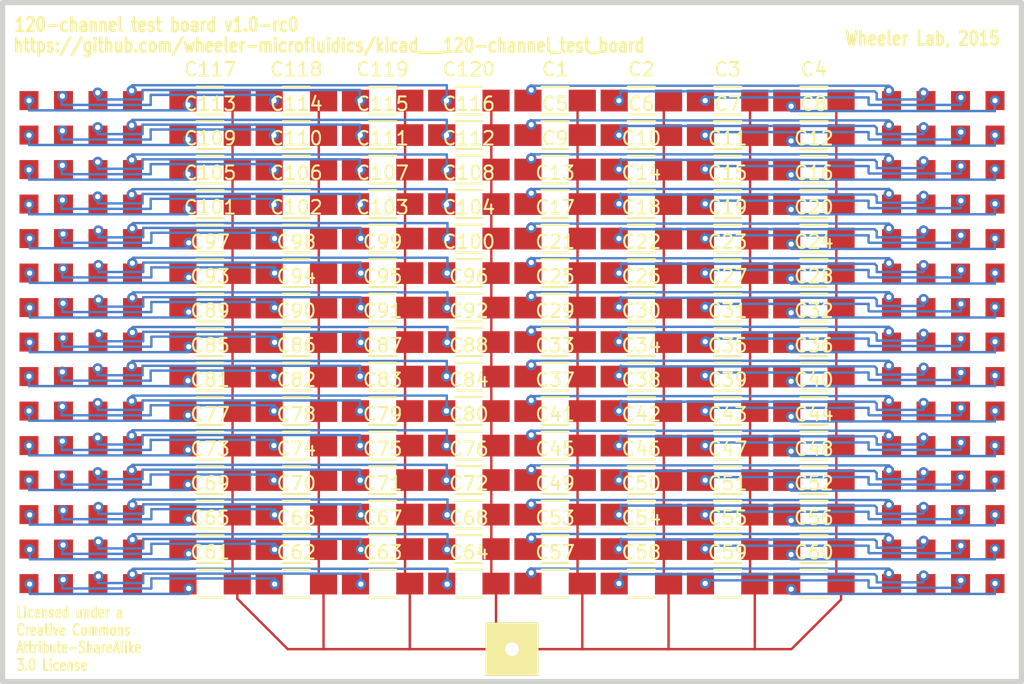
<source format=kicad_pcb>
(kicad_pcb (version 4) (host pcbnew 4.0.0-rc1-stable)
  (title_block (date "24 sep 2015"))
  (layers (0 Front signal) (31 Back signal) (34 B.Paste user) (35 F.Paste user) (36 B.SilkS user) (37 F.SilkS user) (38 B.Mask user) (39 F.Mask user) (44 Edge.Cuts user))
  (net 0 "")
  (net 1 "Net-(C1-Pad1)")
  (net 2 "Net-(C1-Pad2)")
  (net 3 "Net-(C2-Pad1)")
  (net 4 "Net-(C3-Pad1)")
  (net 5 "Net-(C4-Pad1)")
  (net 6 "Net-(C5-Pad1)")
  (net 7 "Net-(C6-Pad1)")
  (net 8 "Net-(C7-Pad1)")
  (net 9 "Net-(C8-Pad1)")
  (net 10 "Net-(C9-Pad1)")
  (net 11 "Net-(C10-Pad1)")
  (net 12 "Net-(C11-Pad1)")
  (net 13 "Net-(C12-Pad1)")
  (net 14 "Net-(C13-Pad1)")
  (net 15 "Net-(C14-Pad1)")
  (net 16 "Net-(C15-Pad1)")
  (net 17 "Net-(C16-Pad1)")
  (net 18 "Net-(C17-Pad1)")
  (net 19 "Net-(C18-Pad1)")
  (net 20 "Net-(C19-Pad1)")
  (net 21 "Net-(C20-Pad1)")
  (net 22 "Net-(C21-Pad1)")
  (net 23 "Net-(C22-Pad1)")
  (net 24 "Net-(C23-Pad1)")
  (net 25 "Net-(C24-Pad1)")
  (net 26 "Net-(C25-Pad1)")
  (net 27 "Net-(C26-Pad1)")
  (net 28 "Net-(C27-Pad1)")
  (net 29 "Net-(C28-Pad1)")
  (net 30 "Net-(C29-Pad1)")
  (net 31 "Net-(C30-Pad1)")
  (net 32 "Net-(C31-Pad1)")
  (net 33 "Net-(C32-Pad1)")
  (net 34 "Net-(C33-Pad1)")
  (net 35 "Net-(C34-Pad1)")
  (net 36 "Net-(C35-Pad1)")
  (net 37 "Net-(C36-Pad1)")
  (net 38 "Net-(C37-Pad1)")
  (net 39 "Net-(C38-Pad1)")
  (net 40 "Net-(C39-Pad1)")
  (net 41 "Net-(C40-Pad1)")
  (net 42 "Net-(C41-Pad1)")
  (net 43 "Net-(C42-Pad1)")
  (net 44 "Net-(C43-Pad1)")
  (net 45 "Net-(C44-Pad1)")
  (net 46 "Net-(C45-Pad1)")
  (net 47 "Net-(C46-Pad1)")
  (net 48 "Net-(C47-Pad1)")
  (net 49 "Net-(C48-Pad1)")
  (net 50 "Net-(C49-Pad1)")
  (net 51 "Net-(C50-Pad1)")
  (net 52 "Net-(C51-Pad1)")
  (net 53 "Net-(C52-Pad1)")
  (net 54 "Net-(C53-Pad1)")
  (net 55 "Net-(C54-Pad1)")
  (net 56 "Net-(C55-Pad1)")
  (net 57 "Net-(C56-Pad1)")
  (net 58 "Net-(C57-Pad1)")
  (net 59 "Net-(C58-Pad1)")
  (net 60 "Net-(C59-Pad1)")
  (net 61 "Net-(C60-Pad1)")
  (net 62 "Net-(C61-Pad1)")
  (net 63 "Net-(C62-Pad1)")
  (net 64 "Net-(C63-Pad1)")
  (net 65 "Net-(C64-Pad1)")
  (net 66 "Net-(C65-Pad1)")
  (net 67 "Net-(C66-Pad1)")
  (net 68 "Net-(C67-Pad1)")
  (net 69 "Net-(C68-Pad1)")
  (net 70 "Net-(C69-Pad1)")
  (net 71 "Net-(C70-Pad1)")
  (net 72 "Net-(C71-Pad1)")
  (net 73 "Net-(C72-Pad1)")
  (net 74 "Net-(C73-Pad1)")
  (net 75 "Net-(C74-Pad1)")
  (net 76 "Net-(C75-Pad1)")
  (net 77 "Net-(C76-Pad1)")
  (net 78 "Net-(C77-Pad1)")
  (net 79 "Net-(C78-Pad1)")
  (net 80 "Net-(C79-Pad1)")
  (net 81 "Net-(C80-Pad1)")
  (net 82 "Net-(C81-Pad1)")
  (net 83 "Net-(C82-Pad1)")
  (net 84 "Net-(C83-Pad1)")
  (net 85 "Net-(C84-Pad1)")
  (net 86 "Net-(C85-Pad1)")
  (net 87 "Net-(C86-Pad1)")
  (net 88 "Net-(C87-Pad1)")
  (net 89 "Net-(C88-Pad1)")
  (net 90 "Net-(C89-Pad1)")
  (net 91 "Net-(C90-Pad1)")
  (net 92 "Net-(C91-Pad1)")
  (net 93 "Net-(C92-Pad1)")
  (net 94 "Net-(C93-Pad1)")
  (net 95 "Net-(C94-Pad1)")
  (net 96 "Net-(C95-Pad1)")
  (net 97 "Net-(C96-Pad1)")
  (net 98 "Net-(C97-Pad1)")
  (net 99 "Net-(C98-Pad1)")
  (net 100 "Net-(C99-Pad1)")
  (net 101 "Net-(C100-Pad1)")
  (net 102 "Net-(C101-Pad1)")
  (net 103 "Net-(C102-Pad1)")
  (net 104 "Net-(C103-Pad1)")
  (net 105 "Net-(C104-Pad1)")
  (net 106 "Net-(C105-Pad1)")
  (net 107 "Net-(C106-Pad1)")
  (net 108 "Net-(C107-Pad1)")
  (net 109 "Net-(C108-Pad1)")
  (net 110 "Net-(C109-Pad1)")
  (net 111 "Net-(C110-Pad1)")
  (net 112 "Net-(C111-Pad1)")
  (net 113 "Net-(C112-Pad1)")
  (net 114 "Net-(C113-Pad1)")
  (net 115 "Net-(C114-Pad1)")
  (net 116 "Net-(C115-Pad1)")
  (net 117 "Net-(C116-Pad1)")
  (net 118 "Net-(C117-Pad1)")
  (net 119 "Net-(C118-Pad1)")
  (net 120 "Net-(C119-Pad1)")
  (net 121 "Net-(C120-Pad1)")
  (module wheelerlab:3.9mm_DMF_Electrode (layer Front) (at 76.2 83.566)
    (fp_text reference P121 hide)
    (fp_text value CONN_1 hide)
    (pad 1 thru_hole rect (at 0 0) (size 3.8989 3.8989) (drill 1.016) (layers *.Cu F.SilkS F.Mask) (net 2 "Net-(C1-Pad2)"))
  )
  (module wheelerlab:1.4mm_DMF_Electrode (layer Front) (at 104.14 43.18)
    (fp_text reference P1 hide)
    (fp_text value CONN_1 hide)
    (pad 1 smd rect (at 0 0) (size 1.39954 1.39954) (layers Front F.Mask) (net 1 "Net-(C1-Pad1)"))
  )
  (module wheelerlab:1.4mm_DMF_Electrode (layer Front) (at 106.68 43.18)
    (fp_text reference P2 hide)
    (fp_text value CONN_1 hide)
    (pad 1 smd rect (at 0 0) (size 1.39954 1.39954) (layers Front F.Mask) (net 3 "Net-(C2-Pad1)"))
  )
  (module wheelerlab:1.4mm_DMF_Electrode (layer Front) (at 109.22 43.18)
    (fp_text reference P3 hide)
    (fp_text value CONN_1 hide)
    (pad 1 smd rect (at 0 0) (size 1.39954 1.39954) (layers Front F.Mask) (net 4 "Net-(C3-Pad1)"))
  )
  (module wheelerlab:1.4mm_DMF_Electrode (layer Front) (at 111.76 43.18)
    (fp_text reference P4 hide)
    (fp_text value CONN_1 hide)
    (pad 1 smd rect (at 0 0) (size 1.39954 1.39954) (layers Front F.Mask) (net 5 "Net-(C4-Pad1)"))
  )
  (module wheelerlab:1.4mm_DMF_Electrode (layer Front) (at 104.14 45.72 180)
    (fp_text reference P5 hide)
    (fp_text value CONN_1 hide)
    (pad 1 smd rect (at 0 0 180) (size 1.39954 1.39954) (layers Front F.Mask) (net 6 "Net-(C5-Pad1)"))
  )
  (module wheelerlab:1.4mm_DMF_Electrode (layer Front) (at 106.68 45.72 180)
    (fp_text reference P6 hide)
    (fp_text value CONN_1 hide)
    (pad 1 smd rect (at 0 0 180) (size 1.39954 1.39954) (layers Front F.Mask) (net 7 "Net-(C6-Pad1)"))
  )
  (module wheelerlab:1.4mm_DMF_Electrode (layer Front) (at 109.22 45.72 180)
    (fp_text reference P7 hide)
    (fp_text value CONN_1 hide)
    (pad 1 smd rect (at 0 0 180) (size 1.39954 1.39954) (layers Front F.Mask) (net 8 "Net-(C7-Pad1)"))
  )
  (module wheelerlab:1.4mm_DMF_Electrode (layer Front) (at 111.76 45.72 180)
    (fp_text reference P8 hide)
    (fp_text value CONN_1 hide)
    (pad 1 smd rect (at 0 0 180) (size 1.39954 1.39954) (layers Front F.Mask) (net 9 "Net-(C8-Pad1)"))
  )
  (module wheelerlab:1.4mm_DMF_Electrode (layer Front) (at 104.14 48.26 180)
    (fp_text reference P9 hide)
    (fp_text value CONN_1 hide)
    (pad 1 smd rect (at 0 0 180) (size 1.39954 1.39954) (layers Front F.Mask) (net 10 "Net-(C9-Pad1)"))
  )
  (module wheelerlab:1.4mm_DMF_Electrode (layer Front) (at 106.68 48.26)
    (fp_text reference P10 hide)
    (fp_text value CONN_1 hide)
    (pad 1 smd rect (at 0 0) (size 1.39954 1.39954) (layers Front F.Mask) (net 11 "Net-(C10-Pad1)"))
  )
  (module wheelerlab:1.4mm_DMF_Electrode (layer Front) (at 109.22 48.26)
    (fp_text reference P11 hide)
    (fp_text value CONN_1 hide)
    (pad 1 smd rect (at 0 0) (size 1.39954 1.39954) (layers Front F.Mask) (net 12 "Net-(C11-Pad1)"))
  )
  (module wheelerlab:1.4mm_DMF_Electrode (layer Front) (at 111.76 48.26)
    (fp_text reference P12 hide)
    (fp_text value CONN_1 hide)
    (pad 1 smd rect (at 0 0) (size 1.39954 1.39954) (layers Front F.Mask) (net 13 "Net-(C12-Pad1)"))
  )
  (module wheelerlab:1.4mm_DMF_Electrode (layer Front) (at 104.14 50.8)
    (fp_text reference P13 hide)
    (fp_text value CONN_1 hide)
    (pad 1 smd rect (at 0 0) (size 1.39954 1.39954) (layers Front F.Mask) (net 14 "Net-(C13-Pad1)"))
  )
  (module wheelerlab:1.4mm_DMF_Electrode (layer Front) (at 106.68 50.8)
    (fp_text reference P14 hide)
    (fp_text value CONN_1 hide)
    (pad 1 smd rect (at 0 0) (size 1.39954 1.39954) (layers Front F.Mask) (net 15 "Net-(C14-Pad1)"))
  )
  (module wheelerlab:1.4mm_DMF_Electrode (layer Front) (at 109.22 50.8)
    (fp_text reference P15 hide)
    (fp_text value CONN_1 hide)
    (pad 1 smd rect (at 0 0) (size 1.39954 1.39954) (layers Front F.Mask) (net 16 "Net-(C15-Pad1)"))
  )
  (module wheelerlab:1.4mm_DMF_Electrode (layer Front) (at 111.76 50.8)
    (fp_text reference P16 hide)
    (fp_text value CONN_1 hide)
    (pad 1 smd rect (at 0 0) (size 1.39954 1.39954) (layers Front F.Mask) (net 17 "Net-(C16-Pad1)"))
  )
  (module wheelerlab:1.4mm_DMF_Electrode (layer Front) (at 104.14 53.34)
    (fp_text reference P17 hide)
    (fp_text value CONN_1 hide)
    (pad 1 smd rect (at 0 0) (size 1.39954 1.39954) (layers Front F.Mask) (net 18 "Net-(C17-Pad1)"))
  )
  (module wheelerlab:1.4mm_DMF_Electrode (layer Front) (at 106.68 53.34)
    (fp_text reference P18 hide)
    (fp_text value CONN_1 hide)
    (pad 1 smd rect (at 0 0) (size 1.39954 1.39954) (layers Front F.Mask) (net 19 "Net-(C18-Pad1)"))
  )
  (module wheelerlab:1.4mm_DMF_Electrode (layer Front) (at 109.22 53.34)
    (fp_text reference P19 hide)
    (fp_text value CONN_1 hide)
    (pad 1 smd rect (at 0 0) (size 1.39954 1.39954) (layers Front F.Mask) (net 20 "Net-(C19-Pad1)"))
  )
  (module wheelerlab:1.4mm_DMF_Electrode (layer Front) (at 111.76 53.34)
    (fp_text reference P20 hide)
    (fp_text value CONN_1 hide)
    (pad 1 smd rect (at 0 0) (size 1.39954 1.39954) (layers Front F.Mask) (net 21 "Net-(C20-Pad1)"))
  )
  (module wheelerlab:1.4mm_DMF_Electrode (layer Front) (at 104.14 55.88)
    (fp_text reference P21 hide)
    (fp_text value CONN_1 hide)
    (pad 1 smd rect (at 0 0) (size 1.39954 1.39954) (layers Front F.Mask) (net 22 "Net-(C21-Pad1)"))
  )
  (module wheelerlab:1.4mm_DMF_Electrode (layer Front) (at 106.68 55.88)
    (fp_text reference P22 hide)
    (fp_text value CONN_1 hide)
    (pad 1 smd rect (at 0 0) (size 1.39954 1.39954) (layers Front F.Mask) (net 23 "Net-(C22-Pad1)"))
  )
  (module wheelerlab:1.4mm_DMF_Electrode (layer Front) (at 109.22 55.88)
    (fp_text reference P23 hide)
    (fp_text value CONN_1 hide)
    (pad 1 smd rect (at 0 0) (size 1.39954 1.39954) (layers Front F.Mask) (net 24 "Net-(C23-Pad1)"))
  )
  (module wheelerlab:1.4mm_DMF_Electrode (layer Front) (at 111.76 55.88)
    (fp_text reference P24 hide)
    (fp_text value CONN_1 hide)
    (pad 1 smd rect (at 0 0) (size 1.39954 1.39954) (layers Front F.Mask) (net 25 "Net-(C24-Pad1)"))
  )
  (module wheelerlab:1.4mm_DMF_Electrode (layer Front) (at 104.14 58.42)
    (fp_text reference P25 hide)
    (fp_text value CONN_1 hide)
    (pad 1 smd rect (at 0 0) (size 1.39954 1.39954) (layers Front F.Mask) (net 26 "Net-(C25-Pad1)"))
  )
  (module wheelerlab:1.4mm_DMF_Electrode (layer Front) (at 106.68 58.42)
    (fp_text reference P26 hide)
    (fp_text value CONN_1 hide)
    (pad 1 smd rect (at 0 0) (size 1.39954 1.39954) (layers Front F.Mask) (net 27 "Net-(C26-Pad1)"))
  )
  (module wheelerlab:1.4mm_DMF_Electrode (layer Front) (at 109.22 58.42)
    (fp_text reference P27 hide)
    (fp_text value CONN_1 hide)
    (pad 1 smd rect (at 0 0) (size 1.39954 1.39954) (layers Front F.Mask) (net 28 "Net-(C27-Pad1)"))
  )
  (module wheelerlab:1.4mm_DMF_Electrode (layer Front) (at 111.76 58.42)
    (fp_text reference P28 hide)
    (fp_text value CONN_1 hide)
    (pad 1 smd rect (at 0 0) (size 1.39954 1.39954) (layers Front F.Mask) (net 29 "Net-(C28-Pad1)"))
  )
  (module wheelerlab:1.4mm_DMF_Electrode (layer Front) (at 104.14 60.96)
    (fp_text reference P29 hide)
    (fp_text value CONN_1 hide)
    (pad 1 smd rect (at 0 0) (size 1.39954 1.39954) (layers Front F.Mask) (net 30 "Net-(C29-Pad1)"))
  )
  (module wheelerlab:1.4mm_DMF_Electrode (layer Front) (at 106.68 60.96)
    (fp_text reference P30 hide)
    (fp_text value CONN_1 hide)
    (pad 1 smd rect (at 0 0) (size 1.39954 1.39954) (layers Front F.Mask) (net 31 "Net-(C30-Pad1)"))
  )
  (module wheelerlab:1.4mm_DMF_Electrode (layer Front) (at 109.22 60.96)
    (fp_text reference P31 hide)
    (fp_text value CONN_1 hide)
    (pad 1 smd rect (at 0 0) (size 1.39954 1.39954) (layers Front F.Mask) (net 32 "Net-(C31-Pad1)"))
  )
  (module wheelerlab:1.4mm_DMF_Electrode (layer Front) (at 111.76 60.96)
    (fp_text reference P32 hide)
    (fp_text value CONN_1 hide)
    (pad 1 smd rect (at 0 0) (size 1.39954 1.39954) (layers Front F.Mask) (net 33 "Net-(C32-Pad1)"))
  )
  (module wheelerlab:1.4mm_DMF_Electrode (layer Front) (at 104.14 63.5)
    (fp_text reference P33 hide)
    (fp_text value CONN_1 hide)
    (pad 1 smd rect (at 0 0) (size 1.39954 1.39954) (layers Front F.Mask) (net 34 "Net-(C33-Pad1)"))
  )
  (module wheelerlab:1.4mm_DMF_Electrode (layer Front) (at 106.68 63.5)
    (fp_text reference P34 hide)
    (fp_text value CONN_1 hide)
    (pad 1 smd rect (at 0 0) (size 1.39954 1.39954) (layers Front F.Mask) (net 35 "Net-(C34-Pad1)"))
  )
  (module wheelerlab:1.4mm_DMF_Electrode (layer Front) (at 109.22 63.5)
    (fp_text reference P35 hide)
    (fp_text value CONN_1 hide)
    (pad 1 smd rect (at 0 0) (size 1.39954 1.39954) (layers Front F.Mask) (net 36 "Net-(C35-Pad1)"))
  )
  (module wheelerlab:1.4mm_DMF_Electrode (layer Front) (at 111.76 63.5)
    (fp_text reference P36 hide)
    (fp_text value CONN_1 hide)
    (pad 1 smd rect (at 0 0) (size 1.39954 1.39954) (layers Front F.Mask) (net 37 "Net-(C36-Pad1)"))
  )
  (module wheelerlab:1.4mm_DMF_Electrode (layer Front) (at 104.14 66.04)
    (fp_text reference P37 hide)
    (fp_text value CONN_1 hide)
    (pad 1 smd rect (at 0 0) (size 1.39954 1.39954) (layers Front F.Mask) (net 38 "Net-(C37-Pad1)"))
  )
  (module wheelerlab:1.4mm_DMF_Electrode (layer Front) (at 106.68 66.04)
    (fp_text reference P38 hide)
    (fp_text value CONN_1 hide)
    (pad 1 smd rect (at 0 0) (size 1.39954 1.39954) (layers Front F.Mask) (net 39 "Net-(C38-Pad1)"))
  )
  (module wheelerlab:1.4mm_DMF_Electrode (layer Front) (at 109.22 66.04)
    (fp_text reference P39 hide)
    (fp_text value CONN_1 hide)
    (pad 1 smd rect (at 0 0) (size 1.39954 1.39954) (layers Front F.Mask) (net 40 "Net-(C39-Pad1)"))
  )
  (module wheelerlab:1.4mm_DMF_Electrode (layer Front) (at 111.76 66.04)
    (fp_text reference P40 hide)
    (fp_text value CONN_1 hide)
    (pad 1 smd rect (at 0 0) (size 1.39954 1.39954) (layers Front F.Mask) (net 41 "Net-(C40-Pad1)"))
  )
  (module wheelerlab:1.4mm_DMF_Electrode (layer Front) (at 104.14 68.58)
    (fp_text reference P41 hide)
    (fp_text value CONN_1 hide)
    (pad 1 smd rect (at 0 0) (size 1.39954 1.39954) (layers Front F.Mask) (net 42 "Net-(C41-Pad1)"))
  )
  (module wheelerlab:1.4mm_DMF_Electrode (layer Front) (at 106.68 68.58)
    (fp_text reference P42 hide)
    (fp_text value CONN_1 hide)
    (pad 1 smd rect (at 0 0) (size 1.39954 1.39954) (layers Front F.Mask) (net 43 "Net-(C42-Pad1)"))
  )
  (module wheelerlab:1.4mm_DMF_Electrode (layer Front) (at 109.22 68.58)
    (fp_text reference P43 hide)
    (fp_text value CONN_1 hide)
    (pad 1 smd rect (at 0 0) (size 1.39954 1.39954) (layers Front F.Mask) (net 44 "Net-(C43-Pad1)"))
  )
  (module wheelerlab:1.4mm_DMF_Electrode (layer Front) (at 111.76 68.58)
    (fp_text reference P44 hide)
    (fp_text value CONN_1 hide)
    (pad 1 smd rect (at 0 0) (size 1.39954 1.39954) (layers Front F.Mask) (net 45 "Net-(C44-Pad1)"))
  )
  (module wheelerlab:1.4mm_DMF_Electrode (layer Front) (at 104.14 71.12)
    (fp_text reference P45 hide)
    (fp_text value CONN_1 hide)
    (pad 1 smd rect (at 0 0) (size 1.39954 1.39954) (layers Front F.Mask) (net 46 "Net-(C45-Pad1)"))
  )
  (module wheelerlab:1.4mm_DMF_Electrode (layer Front) (at 106.68 71.12)
    (fp_text reference P46 hide)
    (fp_text value CONN_1 hide)
    (pad 1 smd rect (at 0 0) (size 1.39954 1.39954) (layers Front F.Mask) (net 47 "Net-(C46-Pad1)"))
  )
  (module wheelerlab:1.4mm_DMF_Electrode (layer Front) (at 109.22 71.12)
    (fp_text reference P47 hide)
    (fp_text value CONN_1 hide)
    (pad 1 smd rect (at 0 0) (size 1.39954 1.39954) (layers Front F.Mask) (net 48 "Net-(C47-Pad1)"))
  )
  (module wheelerlab:1.4mm_DMF_Electrode (layer Front) (at 111.76 71.12)
    (fp_text reference P48 hide)
    (fp_text value CONN_1 hide)
    (pad 1 smd rect (at 0 0) (size 1.39954 1.39954) (layers Front F.Mask) (net 49 "Net-(C48-Pad1)"))
  )
  (module wheelerlab:1.4mm_DMF_Electrode (layer Front) (at 104.14 73.66)
    (fp_text reference P49 hide)
    (fp_text value CONN_1 hide)
    (pad 1 smd rect (at 0 0) (size 1.39954 1.39954) (layers Front F.Mask) (net 50 "Net-(C49-Pad1)"))
  )
  (module wheelerlab:1.4mm_DMF_Electrode (layer Front) (at 106.68 73.66)
    (fp_text reference P50 hide)
    (fp_text value CONN_1 hide)
    (pad 1 smd rect (at 0 0) (size 1.39954 1.39954) (layers Front F.Mask) (net 51 "Net-(C50-Pad1)"))
  )
  (module wheelerlab:1.4mm_DMF_Electrode (layer Front) (at 109.22 73.66)
    (fp_text reference P51 hide)
    (fp_text value CONN_1 hide)
    (pad 1 smd rect (at 0 0) (size 1.39954 1.39954) (layers Front F.Mask) (net 52 "Net-(C51-Pad1)"))
  )
  (module wheelerlab:1.4mm_DMF_Electrode (layer Front) (at 111.76 73.66)
    (fp_text reference P52 hide)
    (fp_text value CONN_1 hide)
    (pad 1 smd rect (at 0 0) (size 1.39954 1.39954) (layers Front F.Mask) (net 53 "Net-(C52-Pad1)"))
  )
  (module wheelerlab:1.4mm_DMF_Electrode (layer Front) (at 104.14 76.2)
    (fp_text reference P53 hide)
    (fp_text value CONN_1 hide)
    (pad 1 smd rect (at 0 0) (size 1.39954 1.39954) (layers Front F.Mask) (net 54 "Net-(C53-Pad1)"))
  )
  (module wheelerlab:1.4mm_DMF_Electrode (layer Front) (at 106.68 76.2)
    (fp_text reference P54 hide)
    (fp_text value CONN_1 hide)
    (pad 1 smd rect (at 0 0) (size 1.39954 1.39954) (layers Front F.Mask) (net 55 "Net-(C54-Pad1)"))
  )
  (module wheelerlab:1.4mm_DMF_Electrode (layer Front) (at 109.22 76.2)
    (fp_text reference P55 hide)
    (fp_text value CONN_1 hide)
    (pad 1 smd rect (at 0 0) (size 1.39954 1.39954) (layers Front F.Mask) (net 56 "Net-(C55-Pad1)"))
  )
  (module wheelerlab:1.4mm_DMF_Electrode (layer Front) (at 111.76 76.2)
    (fp_text reference P56 hide)
    (fp_text value CONN_1 hide)
    (pad 1 smd rect (at 0 0) (size 1.39954 1.39954) (layers Front F.Mask) (net 57 "Net-(C56-Pad1)"))
  )
  (module wheelerlab:1.4mm_DMF_Electrode (layer Front) (at 104.14 78.74)
    (fp_text reference P57 hide)
    (fp_text value CONN_1 hide)
    (pad 1 smd rect (at 0 0) (size 1.39954 1.39954) (layers Front F.Mask) (net 58 "Net-(C57-Pad1)"))
  )
  (module wheelerlab:1.4mm_DMF_Electrode (layer Front) (at 106.68 78.74)
    (fp_text reference P58 hide)
    (fp_text value CONN_1 hide)
    (pad 1 smd rect (at 0 0) (size 1.39954 1.39954) (layers Front F.Mask) (net 59 "Net-(C58-Pad1)"))
  )
  (module wheelerlab:1.4mm_DMF_Electrode (layer Front) (at 109.22 78.74)
    (fp_text reference P59 hide)
    (fp_text value CONN_1 hide)
    (pad 1 smd rect (at 0 0) (size 1.39954 1.39954) (layers Front F.Mask) (net 60 "Net-(C59-Pad1)"))
  )
  (module wheelerlab:1.4mm_DMF_Electrode (layer Front) (at 111.76 78.74)
    (fp_text reference P60 hide)
    (fp_text value CONN_1 hide)
    (pad 1 smd rect (at 0 0) (size 1.39954 1.39954) (layers Front F.Mask) (net 61 "Net-(C60-Pad1)"))
  )
  (module wheelerlab:1.4mm_DMF_Electrode (layer Front) (at 40.64 78.74)
    (fp_text reference P61 hide)
    (fp_text value CONN_1 hide)
    (pad 1 smd rect (at 0 0) (size 1.39954 1.39954) (layers Front F.Mask) (net 62 "Net-(C61-Pad1)"))
  )
  (module wheelerlab:1.4mm_DMF_Electrode (layer Front) (at 43.18 78.74)
    (fp_text reference P62 hide)
    (fp_text value CONN_1 hide)
    (pad 1 smd rect (at 0 0) (size 1.39954 1.39954) (layers Front F.Mask) (net 63 "Net-(C62-Pad1)"))
  )
  (module wheelerlab:1.4mm_DMF_Electrode (layer Front) (at 45.72 78.74)
    (fp_text reference P63 hide)
    (fp_text value CONN_1 hide)
    (pad 1 smd rect (at 0 0) (size 1.39954 1.39954) (layers Front F.Mask) (net 64 "Net-(C63-Pad1)"))
  )
  (module wheelerlab:1.4mm_DMF_Electrode (layer Front) (at 48.26 78.74)
    (fp_text reference P64 hide)
    (fp_text value CONN_1 hide)
    (pad 1 smd rect (at 0 0) (size 1.39954 1.39954) (layers Front F.Mask) (net 65 "Net-(C64-Pad1)"))
  )
  (module wheelerlab:1.4mm_DMF_Electrode (layer Front) (at 40.64 76.2)
    (fp_text reference P65 hide)
    (fp_text value CONN_1 hide)
    (pad 1 smd rect (at 0 0) (size 1.39954 1.39954) (layers Front F.Mask) (net 66 "Net-(C65-Pad1)"))
  )
  (module wheelerlab:1.4mm_DMF_Electrode (layer Front) (at 43.18 76.2)
    (fp_text reference P66 hide)
    (fp_text value CONN_1 hide)
    (pad 1 smd rect (at 0 0) (size 1.39954 1.39954) (layers Front F.Mask) (net 67 "Net-(C66-Pad1)"))
  )
  (module wheelerlab:1.4mm_DMF_Electrode (layer Front) (at 45.72 76.2)
    (fp_text reference P67 hide)
    (fp_text value CONN_1 hide)
    (pad 1 smd rect (at 0 0) (size 1.39954 1.39954) (layers Front F.Mask) (net 68 "Net-(C67-Pad1)"))
  )
  (module wheelerlab:1.4mm_DMF_Electrode (layer Front) (at 48.26 76.2)
    (fp_text reference P68 hide)
    (fp_text value CONN_1 hide)
    (pad 1 smd rect (at 0 0) (size 1.39954 1.39954) (layers Front F.Mask) (net 69 "Net-(C68-Pad1)"))
  )
  (module wheelerlab:1.4mm_DMF_Electrode (layer Front) (at 40.64 73.66)
    (fp_text reference P69 hide)
    (fp_text value CONN_1 hide)
    (pad 1 smd rect (at 0 0) (size 1.39954 1.39954) (layers Front F.Mask) (net 70 "Net-(C69-Pad1)"))
  )
  (module wheelerlab:1.4mm_DMF_Electrode (layer Front) (at 43.18 73.66)
    (fp_text reference P70 hide)
    (fp_text value CONN_1 hide)
    (pad 1 smd rect (at 0 0) (size 1.39954 1.39954) (layers Front F.Mask) (net 71 "Net-(C70-Pad1)"))
  )
  (module wheelerlab:1.4mm_DMF_Electrode (layer Front) (at 45.72 73.66)
    (fp_text reference P71 hide)
    (fp_text value CONN_1 hide)
    (pad 1 smd rect (at 0 0) (size 1.39954 1.39954) (layers Front F.Mask) (net 72 "Net-(C71-Pad1)"))
  )
  (module wheelerlab:1.4mm_DMF_Electrode (layer Front) (at 48.26 73.66)
    (fp_text reference P72 hide)
    (fp_text value CONN_1 hide)
    (pad 1 smd rect (at 0 0) (size 1.39954 1.39954) (layers Front F.Mask) (net 73 "Net-(C72-Pad1)"))
  )
  (module wheelerlab:1.4mm_DMF_Electrode (layer Front) (at 40.64 71.12)
    (fp_text reference P73 hide)
    (fp_text value CONN_1 hide)
    (pad 1 smd rect (at 0 0) (size 1.39954 1.39954) (layers Front F.Mask) (net 74 "Net-(C73-Pad1)"))
  )
  (module wheelerlab:1.4mm_DMF_Electrode (layer Front) (at 43.18 71.12)
    (fp_text reference P74 hide)
    (fp_text value CONN_1 hide)
    (pad 1 smd rect (at 0 0) (size 1.39954 1.39954) (layers Front F.Mask) (net 75 "Net-(C74-Pad1)"))
  )
  (module wheelerlab:1.4mm_DMF_Electrode (layer Front) (at 45.72 71.12)
    (fp_text reference P75 hide)
    (fp_text value CONN_1 hide)
    (pad 1 smd rect (at 0 0) (size 1.39954 1.39954) (layers Front F.Mask) (net 76 "Net-(C75-Pad1)"))
  )
  (module wheelerlab:1.4mm_DMF_Electrode (layer Front) (at 48.26 71.12)
    (fp_text reference P76 hide)
    (fp_text value CONN_1 hide)
    (pad 1 smd rect (at 0 0) (size 1.39954 1.39954) (layers Front F.Mask) (net 77 "Net-(C76-Pad1)"))
  )
  (module wheelerlab:1.4mm_DMF_Electrode (layer Front) (at 40.64 68.58)
    (fp_text reference P77 hide)
    (fp_text value CONN_1 hide)
    (pad 1 smd rect (at 0 0) (size 1.39954 1.39954) (layers Front F.Mask) (net 78 "Net-(C77-Pad1)"))
  )
  (module wheelerlab:1.4mm_DMF_Electrode (layer Front) (at 43.18 68.58)
    (fp_text reference P78 hide)
    (fp_text value CONN_1 hide)
    (pad 1 smd rect (at 0 0) (size 1.39954 1.39954) (layers Front F.Mask) (net 79 "Net-(C78-Pad1)"))
  )
  (module wheelerlab:1.4mm_DMF_Electrode (layer Front) (at 45.72 68.58)
    (fp_text reference P79 hide)
    (fp_text value CONN_1 hide)
    (pad 1 smd rect (at 0 0) (size 1.39954 1.39954) (layers Front F.Mask) (net 80 "Net-(C79-Pad1)"))
  )
  (module wheelerlab:1.4mm_DMF_Electrode (layer Front) (at 48.26 68.58)
    (fp_text reference P80 hide)
    (fp_text value CONN_1 hide)
    (pad 1 smd rect (at 0 0) (size 1.39954 1.39954) (layers Front F.Mask) (net 81 "Net-(C80-Pad1)"))
  )
  (module wheelerlab:1.4mm_DMF_Electrode (layer Front) (at 40.64 66.04)
    (fp_text reference P81 hide)
    (fp_text value CONN_1 hide)
    (pad 1 smd rect (at 0 0) (size 1.39954 1.39954) (layers Front F.Mask) (net 82 "Net-(C81-Pad1)"))
  )
  (module wheelerlab:1.4mm_DMF_Electrode (layer Front) (at 43.18 66.04)
    (fp_text reference P82 hide)
    (fp_text value CONN_1 hide)
    (pad 1 smd rect (at 0 0) (size 1.39954 1.39954) (layers Front F.Mask) (net 83 "Net-(C82-Pad1)"))
  )
  (module wheelerlab:1.4mm_DMF_Electrode (layer Front) (at 45.72 66.04)
    (fp_text reference P83 hide)
    (fp_text value CONN_1 hide)
    (pad 1 smd rect (at 0 0) (size 1.39954 1.39954) (layers Front F.Mask) (net 84 "Net-(C83-Pad1)"))
  )
  (module wheelerlab:1.4mm_DMF_Electrode (layer Front) (at 48.26 66.04)
    (fp_text reference P84 hide)
    (fp_text value CONN_1 hide)
    (pad 1 smd rect (at 0 0) (size 1.39954 1.39954) (layers Front F.Mask) (net 85 "Net-(C84-Pad1)"))
  )
  (module wheelerlab:1.4mm_DMF_Electrode (layer Front) (at 40.64 63.5)
    (fp_text reference P85 hide)
    (fp_text value CONN_1 hide)
    (pad 1 smd rect (at 0 0) (size 1.39954 1.39954) (layers Front F.Mask) (net 86 "Net-(C85-Pad1)"))
  )
  (module wheelerlab:1.4mm_DMF_Electrode (layer Front) (at 43.18 63.5)
    (fp_text reference P86 hide)
    (fp_text value CONN_1 hide)
    (pad 1 smd rect (at 0 0) (size 1.39954 1.39954) (layers Front F.Mask) (net 87 "Net-(C86-Pad1)"))
  )
  (module wheelerlab:1.4mm_DMF_Electrode (layer Front) (at 45.72 63.5)
    (fp_text reference P87 hide)
    (fp_text value CONN_1 hide)
    (pad 1 smd rect (at 0 0) (size 1.39954 1.39954) (layers Front F.Mask) (net 88 "Net-(C87-Pad1)"))
  )
  (module wheelerlab:1.4mm_DMF_Electrode (layer Front) (at 48.26 63.5)
    (fp_text reference P88 hide)
    (fp_text value CONN_1 hide)
    (pad 1 smd rect (at 0 0) (size 1.39954 1.39954) (layers Front F.Mask) (net 89 "Net-(C88-Pad1)"))
  )
  (module wheelerlab:1.4mm_DMF_Electrode (layer Front) (at 40.64 60.96)
    (fp_text reference P89 hide)
    (fp_text value CONN_1 hide)
    (pad 1 smd rect (at 0 0) (size 1.39954 1.39954) (layers Front F.Mask) (net 90 "Net-(C89-Pad1)"))
  )
  (module wheelerlab:1.4mm_DMF_Electrode (layer Front) (at 43.18 60.96)
    (fp_text reference P90 hide)
    (fp_text value CONN_1 hide)
    (pad 1 smd rect (at 0 0) (size 1.39954 1.39954) (layers Front F.Mask) (net 91 "Net-(C90-Pad1)"))
  )
  (module wheelerlab:1.4mm_DMF_Electrode (layer Front) (at 45.72 60.96)
    (fp_text reference P91 hide)
    (fp_text value CONN_1 hide)
    (pad 1 smd rect (at 0 0) (size 1.39954 1.39954) (layers Front F.Mask) (net 92 "Net-(C91-Pad1)"))
  )
  (module wheelerlab:1.4mm_DMF_Electrode (layer Front) (at 48.26 60.96)
    (fp_text reference P92 hide)
    (fp_text value CONN_1 hide)
    (pad 1 smd rect (at 0 0) (size 1.39954 1.39954) (layers Front F.Mask) (net 93 "Net-(C92-Pad1)"))
  )
  (module wheelerlab:1.4mm_DMF_Electrode (layer Front) (at 40.64 58.42)
    (fp_text reference P93 hide)
    (fp_text value CONN_1 hide)
    (pad 1 smd rect (at 0 0) (size 1.39954 1.39954) (layers Front F.Mask) (net 94 "Net-(C93-Pad1)"))
  )
  (module wheelerlab:1.4mm_DMF_Electrode (layer Front) (at 43.18 58.42)
    (fp_text reference P94 hide)
    (fp_text value CONN_1 hide)
    (pad 1 smd rect (at 0 0) (size 1.39954 1.39954) (layers Front F.Mask) (net 95 "Net-(C94-Pad1)"))
  )
  (module wheelerlab:1.4mm_DMF_Electrode (layer Front) (at 45.72 58.42)
    (fp_text reference P95 hide)
    (fp_text value CONN_1 hide)
    (pad 1 smd rect (at 0 0) (size 1.39954 1.39954) (layers Front F.Mask) (net 96 "Net-(C95-Pad1)"))
  )
  (module wheelerlab:1.4mm_DMF_Electrode (layer Front) (at 48.26 58.42)
    (fp_text reference P96 hide)
    (fp_text value CONN_1 hide)
    (pad 1 smd rect (at 0 0) (size 1.39954 1.39954) (layers Front F.Mask) (net 97 "Net-(C96-Pad1)"))
  )
  (module wheelerlab:1.4mm_DMF_Electrode (layer Front) (at 40.64 55.88)
    (fp_text reference P97 hide)
    (fp_text value CONN_1 hide)
    (pad 1 smd rect (at 0 0) (size 1.39954 1.39954) (layers Front F.Mask) (net 98 "Net-(C97-Pad1)"))
  )
  (module wheelerlab:1.4mm_DMF_Electrode (layer Front) (at 43.18 55.88)
    (fp_text reference P98 hide)
    (fp_text value CONN_1 hide)
    (pad 1 smd rect (at 0 0) (size 1.39954 1.39954) (layers Front F.Mask) (net 99 "Net-(C98-Pad1)"))
  )
  (module wheelerlab:1.4mm_DMF_Electrode (layer Front) (at 45.72 55.88)
    (fp_text reference P99 hide)
    (fp_text value CONN_1 hide)
    (pad 1 smd rect (at 0 0) (size 1.39954 1.39954) (layers Front F.Mask) (net 100 "Net-(C99-Pad1)"))
  )
  (module wheelerlab:1.4mm_DMF_Electrode (layer Front) (at 48.26 55.88)
    (fp_text reference P100 hide)
    (fp_text value CONN_1 hide)
    (pad 1 smd rect (at 0 0) (size 1.39954 1.39954) (layers Front F.Mask) (net 101 "Net-(C100-Pad1)"))
  )
  (module wheelerlab:1.4mm_DMF_Electrode (layer Front) (at 40.64 53.34)
    (fp_text reference P101 hide)
    (fp_text value CONN_1 hide)
    (pad 1 smd rect (at 0 0) (size 1.39954 1.39954) (layers Front F.Mask) (net 102 "Net-(C101-Pad1)"))
  )
  (module wheelerlab:1.4mm_DMF_Electrode (layer Front) (at 43.18 53.34)
    (fp_text reference P102 hide)
    (fp_text value CONN_1 hide)
    (pad 1 smd rect (at 0 0) (size 1.39954 1.39954) (layers Front F.Mask) (net 103 "Net-(C102-Pad1)"))
  )
  (module wheelerlab:1.4mm_DMF_Electrode (layer Front) (at 45.72 53.34)
    (fp_text reference P103 hide)
    (fp_text value CONN_1 hide)
    (pad 1 smd rect (at 0 0) (size 1.39954 1.39954) (layers Front F.Mask) (net 104 "Net-(C103-Pad1)"))
  )
  (module wheelerlab:1.4mm_DMF_Electrode (layer Front) (at 48.26 53.34)
    (fp_text reference P104 hide)
    (fp_text value CONN_1 hide)
    (pad 1 smd rect (at 0 0) (size 1.39954 1.39954) (layers Front F.Mask) (net 105 "Net-(C104-Pad1)"))
  )
  (module wheelerlab:1.4mm_DMF_Electrode (layer Front) (at 40.64 50.8)
    (fp_text reference P105 hide)
    (fp_text value CONN_1 hide)
    (pad 1 smd rect (at 0 0) (size 1.39954 1.39954) (layers Front F.Mask) (net 106 "Net-(C105-Pad1)"))
  )
  (module wheelerlab:1.4mm_DMF_Electrode (layer Front) (at 43.18 50.8)
    (fp_text reference P106 hide)
    (fp_text value CONN_1 hide)
    (pad 1 smd rect (at 0 0) (size 1.39954 1.39954) (layers Front F.Mask) (net 107 "Net-(C106-Pad1)"))
  )
  (module wheelerlab:1.4mm_DMF_Electrode (layer Front) (at 45.72 50.8)
    (fp_text reference P107 hide)
    (fp_text value CONN_1 hide)
    (pad 1 smd rect (at 0 0) (size 1.39954 1.39954) (layers Front F.Mask) (net 108 "Net-(C107-Pad1)"))
  )
  (module wheelerlab:1.4mm_DMF_Electrode (layer Front) (at 48.26 50.8)
    (fp_text reference P108 hide)
    (fp_text value CONN_1 hide)
    (pad 1 smd rect (at 0 0) (size 1.39954 1.39954) (layers Front F.Mask) (net 109 "Net-(C108-Pad1)"))
  )
  (module wheelerlab:1.4mm_DMF_Electrode (layer Front) (at 40.64 48.26)
    (fp_text reference P109 hide)
    (fp_text value CONN_1 hide)
    (pad 1 smd rect (at 0 0) (size 1.39954 1.39954) (layers Front F.Mask) (net 110 "Net-(C109-Pad1)"))
  )
  (module wheelerlab:1.4mm_DMF_Electrode (layer Front) (at 43.18 48.26)
    (fp_text reference P110 hide)
    (fp_text value CONN_1 hide)
    (pad 1 smd rect (at 0 0) (size 1.39954 1.39954) (layers Front F.Mask) (net 111 "Net-(C110-Pad1)"))
  )
  (module wheelerlab:1.4mm_DMF_Electrode (layer Front) (at 45.72 48.26)
    (fp_text reference P111 hide)
    (fp_text value CONN_1 hide)
    (pad 1 smd rect (at 0 0) (size 1.39954 1.39954) (layers Front F.Mask) (net 112 "Net-(C111-Pad1)"))
  )
  (module wheelerlab:1.4mm_DMF_Electrode (layer Front) (at 48.26 48.26)
    (fp_text reference P112 hide)
    (fp_text value CONN_1 hide)
    (pad 1 smd rect (at 0 0) (size 1.39954 1.39954) (layers Front F.Mask) (net 113 "Net-(C112-Pad1)"))
  )
  (module wheelerlab:1.4mm_DMF_Electrode (layer Front) (at 40.64 45.72)
    (fp_text reference P113 hide)
    (fp_text value CONN_1 hide)
    (pad 1 smd rect (at 0 0) (size 1.39954 1.39954) (layers Front F.Mask) (net 114 "Net-(C113-Pad1)"))
  )
  (module wheelerlab:1.4mm_DMF_Electrode (layer Front) (at 43.18 45.72)
    (fp_text reference P114 hide)
    (fp_text value CONN_1 hide)
    (pad 1 smd rect (at 0 0) (size 1.39954 1.39954) (layers Front F.Mask) (net 115 "Net-(C114-Pad1)"))
  )
  (module wheelerlab:1.4mm_DMF_Electrode (layer Front) (at 45.72 45.72)
    (fp_text reference P115 hide)
    (fp_text value CONN_1 hide)
    (pad 1 smd rect (at 0 0) (size 1.39954 1.39954) (layers Front F.Mask) (net 116 "Net-(C115-Pad1)"))
  )
  (module wheelerlab:1.4mm_DMF_Electrode (layer Front) (at 48.26 45.72)
    (fp_text reference P116 hide)
    (fp_text value CONN_1 hide)
    (pad 1 smd rect (at 0 0) (size 1.39954 1.39954) (layers Front F.Mask) (net 117 "Net-(C116-Pad1)"))
  )
  (module wheelerlab:1.4mm_DMF_Electrode (layer Front) (at 40.64 43.18)
    (fp_text reference P117 hide)
    (fp_text value CONN_1 hide)
    (pad 1 smd rect (at 0 0) (size 1.39954 1.39954) (layers Front F.Mask) (net 118 "Net-(C117-Pad1)"))
  )
  (module wheelerlab:1.4mm_DMF_Electrode (layer Front) (at 43.18 43.18)
    (fp_text reference P118 hide)
    (fp_text value CONN_1 hide)
    (pad 1 smd rect (at 0 0) (size 1.39954 1.39954) (layers Front F.Mask) (net 119 "Net-(C118-Pad1)"))
  )
  (module wheelerlab:1.4mm_DMF_Electrode (layer Front) (at 45.72 43.18)
    (fp_text reference P119 hide)
    (fp_text value CONN_1 hide)
    (pad 1 smd rect (at 0 0) (size 1.39954 1.39954) (layers Front F.Mask) (net 120 "Net-(C119-Pad1)"))
  )
  (module wheelerlab:1.4mm_DMF_Electrode (layer Front) (at 48.26 43.18)
    (fp_text reference P120 hide)
    (fp_text value CONN_1 hide)
    (pad 1 smd rect (at 0 0) (size 1.39954 1.39954) (layers Front F.Mask) (net 121 "Net-(C120-Pad1)"))
  )
  (module Capacitors_SMD:C_1206_HandSoldering (layer Front) (at 79.375 43.18)
    (fp_text reference C1 (at 0 -2.3) (layer F.SilkS))
    (fp_text value C)
    (pad 1 smd rect (at -2 0) (size 2 1.6) (layers Front F.Paste F.Mask) (net 1 "Net-(C1-Pad1)"))
    (pad 2 smd rect (at 2 0) (size 2 1.6) (layers Front F.Paste F.Mask) (net 2 "Net-(C1-Pad2)"))
  )
  (module Capacitors_SMD:C_1206_HandSoldering (layer Front) (at 85.725 43.18)
    (fp_text reference C2 (at 0 -2.3) (layer F.SilkS))
    (fp_text value C)
    (pad 1 smd rect (at -2 0) (size 2 1.6) (layers Front F.Paste F.Mask) (net 3 "Net-(C2-Pad1)"))
    (pad 2 smd rect (at 2 0) (size 2 1.6) (layers Front F.Paste F.Mask) (net 2 "Net-(C1-Pad2)"))
  )
  (module Capacitors_SMD:C_1206_HandSoldering (layer Front) (at 92.075 43.18)
    (fp_text reference C3 (at 0 -2.3) (layer F.SilkS))
    (fp_text value C)
    (pad 1 smd rect (at -2 0) (size 2 1.6) (layers Front F.Paste F.Mask) (net 4 "Net-(C3-Pad1)"))
    (pad 2 smd rect (at 2 0) (size 2 1.6) (layers Front F.Paste F.Mask) (net 2 "Net-(C1-Pad2)"))
  )
  (module Capacitors_SMD:C_1206_HandSoldering (layer Front) (at 98.425 43.18)
    (fp_text reference C4 (at 0 -2.3) (layer F.SilkS))
    (fp_text value C)
    (pad 1 smd rect (at -2 0) (size 2 1.6) (layers Front F.Paste F.Mask) (net 5 "Net-(C4-Pad1)"))
    (pad 2 smd rect (at 2 0) (size 2 1.6) (layers Front F.Paste F.Mask) (net 2 "Net-(C1-Pad2)"))
  )
  (module Capacitors_SMD:C_1206_HandSoldering (layer Front) (at 79.375 45.72)
    (fp_text reference C5 (at 0 -2.3) (layer F.SilkS))
    (fp_text value C)
    (pad 1 smd rect (at -2 0) (size 2 1.6) (layers Front F.Paste F.Mask) (net 6 "Net-(C5-Pad1)"))
    (pad 2 smd rect (at 2 0) (size 2 1.6) (layers Front F.Paste F.Mask) (net 2 "Net-(C1-Pad2)"))
  )
  (module Capacitors_SMD:C_1206_HandSoldering (layer Front) (at 85.725 45.72)
    (fp_text reference C6 (at 0 -2.3) (layer F.SilkS))
    (fp_text value C)
    (pad 1 smd rect (at -2 0) (size 2 1.6) (layers Front F.Paste F.Mask) (net 7 "Net-(C6-Pad1)"))
    (pad 2 smd rect (at 2 0) (size 2 1.6) (layers Front F.Paste F.Mask) (net 2 "Net-(C1-Pad2)"))
  )
  (module Capacitors_SMD:C_1206_HandSoldering (layer Front) (at 92.075 45.72)
    (fp_text reference C7 (at 0 -2.3) (layer F.SilkS))
    (fp_text value C)
    (pad 1 smd rect (at -2 0) (size 2 1.6) (layers Front F.Paste F.Mask) (net 8 "Net-(C7-Pad1)"))
    (pad 2 smd rect (at 2 0) (size 2 1.6) (layers Front F.Paste F.Mask) (net 2 "Net-(C1-Pad2)"))
  )
  (module Capacitors_SMD:C_1206_HandSoldering (layer Front) (at 98.425 45.72)
    (fp_text reference C8 (at 0 -2.3) (layer F.SilkS))
    (fp_text value C)
    (pad 1 smd rect (at -2 0) (size 2 1.6) (layers Front F.Paste F.Mask) (net 9 "Net-(C8-Pad1)"))
    (pad 2 smd rect (at 2 0) (size 2 1.6) (layers Front F.Paste F.Mask) (net 2 "Net-(C1-Pad2)"))
  )
  (module Capacitors_SMD:C_1206_HandSoldering (layer Front) (at 79.375 48.26)
    (fp_text reference C9 (at 0 -2.3) (layer F.SilkS))
    (fp_text value C)
    (pad 1 smd rect (at -2 0) (size 2 1.6) (layers Front F.Paste F.Mask) (net 10 "Net-(C9-Pad1)"))
    (pad 2 smd rect (at 2 0) (size 2 1.6) (layers Front F.Paste F.Mask) (net 2 "Net-(C1-Pad2)"))
  )
  (module Capacitors_SMD:C_1206_HandSoldering (layer Front) (at 85.725 48.26)
    (fp_text reference C10 (at 0 -2.3) (layer F.SilkS))
    (fp_text value C)
    (pad 1 smd rect (at -2 0) (size 2 1.6) (layers Front F.Paste F.Mask) (net 11 "Net-(C10-Pad1)"))
    (pad 2 smd rect (at 2 0) (size 2 1.6) (layers Front F.Paste F.Mask) (net 2 "Net-(C1-Pad2)"))
  )
  (module Capacitors_SMD:C_1206_HandSoldering (layer Front) (at 92.075 48.26)
    (fp_text reference C11 (at 0 -2.3) (layer F.SilkS))
    (fp_text value C)
    (pad 1 smd rect (at -2 0) (size 2 1.6) (layers Front F.Paste F.Mask) (net 12 "Net-(C11-Pad1)"))
    (pad 2 smd rect (at 2 0) (size 2 1.6) (layers Front F.Paste F.Mask) (net 2 "Net-(C1-Pad2)"))
  )
  (module Capacitors_SMD:C_1206_HandSoldering (layer Front) (at 98.425 48.26)
    (fp_text reference C12 (at 0 -2.3) (layer F.SilkS))
    (fp_text value C)
    (pad 1 smd rect (at -2 0) (size 2 1.6) (layers Front F.Paste F.Mask) (net 13 "Net-(C12-Pad1)"))
    (pad 2 smd rect (at 2 0) (size 2 1.6) (layers Front F.Paste F.Mask) (net 2 "Net-(C1-Pad2)"))
  )
  (module Capacitors_SMD:C_1206_HandSoldering (layer Front) (at 79.375 50.8)
    (fp_text reference C13 (at 0 -2.3) (layer F.SilkS))
    (fp_text value C)
    (pad 1 smd rect (at -2 0) (size 2 1.6) (layers Front F.Paste F.Mask) (net 14 "Net-(C13-Pad1)"))
    (pad 2 smd rect (at 2 0) (size 2 1.6) (layers Front F.Paste F.Mask) (net 2 "Net-(C1-Pad2)"))
  )
  (module Capacitors_SMD:C_1206_HandSoldering (layer Front) (at 85.725 50.8)
    (fp_text reference C14 (at 0 -2.3) (layer F.SilkS))
    (fp_text value C)
    (pad 1 smd rect (at -2 0) (size 2 1.6) (layers Front F.Paste F.Mask) (net 15 "Net-(C14-Pad1)"))
    (pad 2 smd rect (at 2 0) (size 2 1.6) (layers Front F.Paste F.Mask) (net 2 "Net-(C1-Pad2)"))
  )
  (module Capacitors_SMD:C_1206_HandSoldering (layer Front) (at 92.075 50.8)
    (fp_text reference C15 (at 0 -2.3) (layer F.SilkS))
    (fp_text value C)
    (pad 1 smd rect (at -2 0) (size 2 1.6) (layers Front F.Paste F.Mask) (net 16 "Net-(C15-Pad1)"))
    (pad 2 smd rect (at 2 0) (size 2 1.6) (layers Front F.Paste F.Mask) (net 2 "Net-(C1-Pad2)"))
  )
  (module Capacitors_SMD:C_1206_HandSoldering (layer Front) (at 98.425 50.8)
    (fp_text reference C16 (at 0 -2.3) (layer F.SilkS))
    (fp_text value C)
    (pad 1 smd rect (at -2 0) (size 2 1.6) (layers Front F.Paste F.Mask) (net 17 "Net-(C16-Pad1)"))
    (pad 2 smd rect (at 2 0) (size 2 1.6) (layers Front F.Paste F.Mask) (net 2 "Net-(C1-Pad2)"))
  )
  (module Capacitors_SMD:C_1206_HandSoldering (layer Front) (at 79.375 53.34)
    (fp_text reference C17 (at 0 -2.3) (layer F.SilkS))
    (fp_text value C)
    (pad 1 smd rect (at -2 0) (size 2 1.6) (layers Front F.Paste F.Mask) (net 18 "Net-(C17-Pad1)"))
    (pad 2 smd rect (at 2 0) (size 2 1.6) (layers Front F.Paste F.Mask) (net 2 "Net-(C1-Pad2)"))
  )
  (module Capacitors_SMD:C_1206_HandSoldering (layer Front) (at 85.725 53.34)
    (fp_text reference C18 (at 0 -2.3) (layer F.SilkS))
    (fp_text value C)
    (pad 1 smd rect (at -2 0) (size 2 1.6) (layers Front F.Paste F.Mask) (net 19 "Net-(C18-Pad1)"))
    (pad 2 smd rect (at 2 0) (size 2 1.6) (layers Front F.Paste F.Mask) (net 2 "Net-(C1-Pad2)"))
  )
  (module Capacitors_SMD:C_1206_HandSoldering (layer Front) (at 92.075 53.34)
    (fp_text reference C19 (at 0 -2.3) (layer F.SilkS))
    (fp_text value C)
    (pad 1 smd rect (at -2 0) (size 2 1.6) (layers Front F.Paste F.Mask) (net 20 "Net-(C19-Pad1)"))
    (pad 2 smd rect (at 2 0) (size 2 1.6) (layers Front F.Paste F.Mask) (net 2 "Net-(C1-Pad2)"))
  )
  (module Capacitors_SMD:C_1206_HandSoldering (layer Front) (at 98.425 53.34)
    (fp_text reference C20 (at 0 -2.3) (layer F.SilkS))
    (fp_text value C)
    (pad 1 smd rect (at -2 0) (size 2 1.6) (layers Front F.Paste F.Mask) (net 21 "Net-(C20-Pad1)"))
    (pad 2 smd rect (at 2 0) (size 2 1.6) (layers Front F.Paste F.Mask) (net 2 "Net-(C1-Pad2)"))
  )
  (module Capacitors_SMD:C_1206_HandSoldering (layer Front) (at 79.375 55.88)
    (fp_text reference C21 (at 0 -2.3) (layer F.SilkS))
    (fp_text value C)
    (pad 1 smd rect (at -2 0) (size 2 1.6) (layers Front F.Paste F.Mask) (net 22 "Net-(C21-Pad1)"))
    (pad 2 smd rect (at 2 0) (size 2 1.6) (layers Front F.Paste F.Mask) (net 2 "Net-(C1-Pad2)"))
  )
  (module Capacitors_SMD:C_1206_HandSoldering (layer Front) (at 85.725 55.88)
    (fp_text reference C22 (at 0 -2.3) (layer F.SilkS))
    (fp_text value C)
    (pad 1 smd rect (at -2 0) (size 2 1.6) (layers Front F.Paste F.Mask) (net 23 "Net-(C22-Pad1)"))
    (pad 2 smd rect (at 2 0) (size 2 1.6) (layers Front F.Paste F.Mask) (net 2 "Net-(C1-Pad2)"))
  )
  (module Capacitors_SMD:C_1206_HandSoldering (layer Front) (at 92.075 55.88)
    (fp_text reference C23 (at 0 -2.3) (layer F.SilkS))
    (fp_text value C)
    (pad 1 smd rect (at -2 0) (size 2 1.6) (layers Front F.Paste F.Mask) (net 24 "Net-(C23-Pad1)"))
    (pad 2 smd rect (at 2 0) (size 2 1.6) (layers Front F.Paste F.Mask) (net 2 "Net-(C1-Pad2)"))
  )
  (module Capacitors_SMD:C_1206_HandSoldering (layer Front) (at 98.425 55.88)
    (fp_text reference C24 (at 0 -2.3) (layer F.SilkS))
    (fp_text value C)
    (pad 1 smd rect (at -2 0) (size 2 1.6) (layers Front F.Paste F.Mask) (net 25 "Net-(C24-Pad1)"))
    (pad 2 smd rect (at 2 0) (size 2 1.6) (layers Front F.Paste F.Mask) (net 2 "Net-(C1-Pad2)"))
  )
  (module Capacitors_SMD:C_1206_HandSoldering (layer Front) (at 79.375 58.42)
    (fp_text reference C25 (at 0 -2.3) (layer F.SilkS))
    (fp_text value C)
    (pad 1 smd rect (at -2 0) (size 2 1.6) (layers Front F.Paste F.Mask) (net 26 "Net-(C25-Pad1)"))
    (pad 2 smd rect (at 2 0) (size 2 1.6) (layers Front F.Paste F.Mask) (net 2 "Net-(C1-Pad2)"))
  )
  (module Capacitors_SMD:C_1206_HandSoldering (layer Front) (at 85.725 58.42)
    (fp_text reference C26 (at 0 -2.3) (layer F.SilkS))
    (fp_text value C)
    (pad 1 smd rect (at -2 0) (size 2 1.6) (layers Front F.Paste F.Mask) (net 27 "Net-(C26-Pad1)"))
    (pad 2 smd rect (at 2 0) (size 2 1.6) (layers Front F.Paste F.Mask) (net 2 "Net-(C1-Pad2)"))
  )
  (module Capacitors_SMD:C_1206_HandSoldering (layer Front) (at 92.075 58.42)
    (fp_text reference C27 (at 0 -2.3) (layer F.SilkS))
    (fp_text value C)
    (pad 1 smd rect (at -2 0) (size 2 1.6) (layers Front F.Paste F.Mask) (net 28 "Net-(C27-Pad1)"))
    (pad 2 smd rect (at 2 0) (size 2 1.6) (layers Front F.Paste F.Mask) (net 2 "Net-(C1-Pad2)"))
  )
  (module Capacitors_SMD:C_1206_HandSoldering (layer Front) (at 98.425 58.42)
    (fp_text reference C28 (at 0 -2.3) (layer F.SilkS))
    (fp_text value C)
    (pad 1 smd rect (at -2 0) (size 2 1.6) (layers Front F.Paste F.Mask) (net 29 "Net-(C28-Pad1)"))
    (pad 2 smd rect (at 2 0) (size 2 1.6) (layers Front F.Paste F.Mask) (net 2 "Net-(C1-Pad2)"))
  )
  (module Capacitors_SMD:C_1206_HandSoldering (layer Front) (at 79.375 60.96)
    (fp_text reference C29 (at 0 -2.3) (layer F.SilkS))
    (fp_text value C)
    (pad 1 smd rect (at -2 0) (size 2 1.6) (layers Front F.Paste F.Mask) (net 30 "Net-(C29-Pad1)"))
    (pad 2 smd rect (at 2 0) (size 2 1.6) (layers Front F.Paste F.Mask) (net 2 "Net-(C1-Pad2)"))
  )
  (module Capacitors_SMD:C_1206_HandSoldering (layer Front) (at 85.725 60.96)
    (fp_text reference C30 (at 0 -2.3) (layer F.SilkS))
    (fp_text value C)
    (pad 1 smd rect (at -2 0) (size 2 1.6) (layers Front F.Paste F.Mask) (net 31 "Net-(C30-Pad1)"))
    (pad 2 smd rect (at 2 0) (size 2 1.6) (layers Front F.Paste F.Mask) (net 2 "Net-(C1-Pad2)"))
  )
  (module Capacitors_SMD:C_1206_HandSoldering (layer Front) (at 92.075 60.96)
    (fp_text reference C31 (at 0 -2.3) (layer F.SilkS))
    (fp_text value C)
    (pad 1 smd rect (at -2 0) (size 2 1.6) (layers Front F.Paste F.Mask) (net 32 "Net-(C31-Pad1)"))
    (pad 2 smd rect (at 2 0) (size 2 1.6) (layers Front F.Paste F.Mask) (net 2 "Net-(C1-Pad2)"))
  )
  (module Capacitors_SMD:C_1206_HandSoldering (layer Front) (at 98.425 60.96)
    (fp_text reference C32 (at 0 -2.3) (layer F.SilkS))
    (fp_text value C)
    (pad 1 smd rect (at -2 0) (size 2 1.6) (layers Front F.Paste F.Mask) (net 33 "Net-(C32-Pad1)"))
    (pad 2 smd rect (at 2 0) (size 2 1.6) (layers Front F.Paste F.Mask) (net 2 "Net-(C1-Pad2)"))
  )
  (module Capacitors_SMD:C_1206_HandSoldering (layer Front) (at 79.375 63.5)
    (fp_text reference C33 (at 0 -2.3) (layer F.SilkS))
    (fp_text value C)
    (pad 1 smd rect (at -2 0) (size 2 1.6) (layers Front F.Paste F.Mask) (net 34 "Net-(C33-Pad1)"))
    (pad 2 smd rect (at 2 0) (size 2 1.6) (layers Front F.Paste F.Mask) (net 2 "Net-(C1-Pad2)"))
  )
  (module Capacitors_SMD:C_1206_HandSoldering (layer Front) (at 85.725 63.5)
    (fp_text reference C34 (at 0 -2.3) (layer F.SilkS))
    (fp_text value C)
    (pad 1 smd rect (at -2 0) (size 2 1.6) (layers Front F.Paste F.Mask) (net 35 "Net-(C34-Pad1)"))
    (pad 2 smd rect (at 2 0) (size 2 1.6) (layers Front F.Paste F.Mask) (net 2 "Net-(C1-Pad2)"))
  )
  (module Capacitors_SMD:C_1206_HandSoldering (layer Front) (at 92.075 63.5)
    (fp_text reference C35 (at 0 -2.3) (layer F.SilkS))
    (fp_text value C)
    (pad 1 smd rect (at -2 0) (size 2 1.6) (layers Front F.Paste F.Mask) (net 36 "Net-(C35-Pad1)"))
    (pad 2 smd rect (at 2 0) (size 2 1.6) (layers Front F.Paste F.Mask) (net 2 "Net-(C1-Pad2)"))
  )
  (module Capacitors_SMD:C_1206_HandSoldering (layer Front) (at 98.425 63.5)
    (fp_text reference C36 (at 0 -2.3) (layer F.SilkS))
    (fp_text value C)
    (pad 1 smd rect (at -2 0) (size 2 1.6) (layers Front F.Paste F.Mask) (net 37 "Net-(C36-Pad1)"))
    (pad 2 smd rect (at 2 0) (size 2 1.6) (layers Front F.Paste F.Mask) (net 2 "Net-(C1-Pad2)"))
  )
  (module Capacitors_SMD:C_1206_HandSoldering (layer Front) (at 79.375 66.04)
    (fp_text reference C37 (at 0 -2.3) (layer F.SilkS))
    (fp_text value C)
    (pad 1 smd rect (at -2 0) (size 2 1.6) (layers Front F.Paste F.Mask) (net 38 "Net-(C37-Pad1)"))
    (pad 2 smd rect (at 2 0) (size 2 1.6) (layers Front F.Paste F.Mask) (net 2 "Net-(C1-Pad2)"))
  )
  (module Capacitors_SMD:C_1206_HandSoldering (layer Front) (at 85.725 66.04)
    (fp_text reference C38 (at 0 -2.3) (layer F.SilkS))
    (fp_text value C)
    (pad 1 smd rect (at -2 0) (size 2 1.6) (layers Front F.Paste F.Mask) (net 39 "Net-(C38-Pad1)"))
    (pad 2 smd rect (at 2 0) (size 2 1.6) (layers Front F.Paste F.Mask) (net 2 "Net-(C1-Pad2)"))
  )
  (module Capacitors_SMD:C_1206_HandSoldering (layer Front) (at 92.075 66.04)
    (fp_text reference C39 (at 0 -2.3) (layer F.SilkS))
    (fp_text value C)
    (pad 1 smd rect (at -2 0) (size 2 1.6) (layers Front F.Paste F.Mask) (net 40 "Net-(C39-Pad1)"))
    (pad 2 smd rect (at 2 0) (size 2 1.6) (layers Front F.Paste F.Mask) (net 2 "Net-(C1-Pad2)"))
  )
  (module Capacitors_SMD:C_1206_HandSoldering (layer Front) (at 98.425 66.04)
    (fp_text reference C40 (at 0 -2.3) (layer F.SilkS))
    (fp_text value C)
    (pad 1 smd rect (at -2 0) (size 2 1.6) (layers Front F.Paste F.Mask) (net 41 "Net-(C40-Pad1)"))
    (pad 2 smd rect (at 2 0) (size 2 1.6) (layers Front F.Paste F.Mask) (net 2 "Net-(C1-Pad2)"))
  )
  (module Capacitors_SMD:C_1206_HandSoldering (layer Front) (at 79.375 68.58)
    (fp_text reference C41 (at 0 -2.3) (layer F.SilkS))
    (fp_text value C)
    (pad 1 smd rect (at -2 0) (size 2 1.6) (layers Front F.Paste F.Mask) (net 42 "Net-(C41-Pad1)"))
    (pad 2 smd rect (at 2 0) (size 2 1.6) (layers Front F.Paste F.Mask) (net 2 "Net-(C1-Pad2)"))
  )
  (module Capacitors_SMD:C_1206_HandSoldering (layer Front) (at 85.725 68.58)
    (fp_text reference C42 (at 0 -2.3) (layer F.SilkS))
    (fp_text value C)
    (pad 1 smd rect (at -2 0) (size 2 1.6) (layers Front F.Paste F.Mask) (net 43 "Net-(C42-Pad1)"))
    (pad 2 smd rect (at 2 0) (size 2 1.6) (layers Front F.Paste F.Mask) (net 2 "Net-(C1-Pad2)"))
  )
  (module Capacitors_SMD:C_1206_HandSoldering (layer Front) (at 92.075 68.58)
    (fp_text reference C43 (at 0 -2.3) (layer F.SilkS))
    (fp_text value C)
    (pad 1 smd rect (at -2 0) (size 2 1.6) (layers Front F.Paste F.Mask) (net 44 "Net-(C43-Pad1)"))
    (pad 2 smd rect (at 2 0) (size 2 1.6) (layers Front F.Paste F.Mask) (net 2 "Net-(C1-Pad2)"))
  )
  (module Capacitors_SMD:C_1206_HandSoldering (layer Front) (at 98.425 68.58)
    (fp_text reference C44 (at 0 -2.3) (layer F.SilkS))
    (fp_text value C)
    (pad 1 smd rect (at -2 0) (size 2 1.6) (layers Front F.Paste F.Mask) (net 45 "Net-(C44-Pad1)"))
    (pad 2 smd rect (at 2 0) (size 2 1.6) (layers Front F.Paste F.Mask) (net 2 "Net-(C1-Pad2)"))
  )
  (module Capacitors_SMD:C_1206_HandSoldering (layer Front) (at 79.375 71.12)
    (fp_text reference C45 (at 0 -2.3) (layer F.SilkS))
    (fp_text value C)
    (pad 1 smd rect (at -2 0) (size 2 1.6) (layers Front F.Paste F.Mask) (net 46 "Net-(C45-Pad1)"))
    (pad 2 smd rect (at 2 0) (size 2 1.6) (layers Front F.Paste F.Mask) (net 2 "Net-(C1-Pad2)"))
  )
  (module Capacitors_SMD:C_1206_HandSoldering (layer Front) (at 85.725 71.12)
    (fp_text reference C46 (at 0 -2.3) (layer F.SilkS))
    (fp_text value C)
    (pad 1 smd rect (at -2 0) (size 2 1.6) (layers Front F.Paste F.Mask) (net 47 "Net-(C46-Pad1)"))
    (pad 2 smd rect (at 2 0) (size 2 1.6) (layers Front F.Paste F.Mask) (net 2 "Net-(C1-Pad2)"))
  )
  (module Capacitors_SMD:C_1206_HandSoldering (layer Front) (at 92.075 71.12)
    (fp_text reference C47 (at 0 -2.3) (layer F.SilkS))
    (fp_text value C)
    (pad 1 smd rect (at -2 0) (size 2 1.6) (layers Front F.Paste F.Mask) (net 48 "Net-(C47-Pad1)"))
    (pad 2 smd rect (at 2 0) (size 2 1.6) (layers Front F.Paste F.Mask) (net 2 "Net-(C1-Pad2)"))
  )
  (module Capacitors_SMD:C_1206_HandSoldering (layer Front) (at 98.425 71.12)
    (fp_text reference C48 (at 0 -2.3) (layer F.SilkS))
    (fp_text value C)
    (pad 1 smd rect (at -2 0) (size 2 1.6) (layers Front F.Paste F.Mask) (net 49 "Net-(C48-Pad1)"))
    (pad 2 smd rect (at 2 0) (size 2 1.6) (layers Front F.Paste F.Mask) (net 2 "Net-(C1-Pad2)"))
  )
  (module Capacitors_SMD:C_1206_HandSoldering (layer Front) (at 79.375 73.66)
    (fp_text reference C49 (at 0 -2.3) (layer F.SilkS))
    (fp_text value C)
    (pad 1 smd rect (at -2 0) (size 2 1.6) (layers Front F.Paste F.Mask) (net 50 "Net-(C49-Pad1)"))
    (pad 2 smd rect (at 2 0) (size 2 1.6) (layers Front F.Paste F.Mask) (net 2 "Net-(C1-Pad2)"))
  )
  (module Capacitors_SMD:C_1206_HandSoldering (layer Front) (at 85.725 73.66)
    (fp_text reference C50 (at 0 -2.3) (layer F.SilkS))
    (fp_text value C)
    (pad 1 smd rect (at -2 0) (size 2 1.6) (layers Front F.Paste F.Mask) (net 51 "Net-(C50-Pad1)"))
    (pad 2 smd rect (at 2 0) (size 2 1.6) (layers Front F.Paste F.Mask) (net 2 "Net-(C1-Pad2)"))
  )
  (module Capacitors_SMD:C_1206_HandSoldering (layer Front) (at 92.075 73.66)
    (fp_text reference C51 (at 0 -2.3) (layer F.SilkS))
    (fp_text value C)
    (pad 1 smd rect (at -2 0) (size 2 1.6) (layers Front F.Paste F.Mask) (net 52 "Net-(C51-Pad1)"))
    (pad 2 smd rect (at 2 0) (size 2 1.6) (layers Front F.Paste F.Mask) (net 2 "Net-(C1-Pad2)"))
  )
  (module Capacitors_SMD:C_1206_HandSoldering (layer Front) (at 98.425 73.66)
    (fp_text reference C52 (at 0 -2.3) (layer F.SilkS))
    (fp_text value C)
    (pad 1 smd rect (at -2 0) (size 2 1.6) (layers Front F.Paste F.Mask) (net 53 "Net-(C52-Pad1)"))
    (pad 2 smd rect (at 2 0) (size 2 1.6) (layers Front F.Paste F.Mask) (net 2 "Net-(C1-Pad2)"))
  )
  (module Capacitors_SMD:C_1206_HandSoldering (layer Front) (at 79.375 76.2)
    (fp_text reference C53 (at 0 -2.3) (layer F.SilkS))
    (fp_text value C)
    (pad 1 smd rect (at -2 0) (size 2 1.6) (layers Front F.Paste F.Mask) (net 54 "Net-(C53-Pad1)"))
    (pad 2 smd rect (at 2 0) (size 2 1.6) (layers Front F.Paste F.Mask) (net 2 "Net-(C1-Pad2)"))
  )
  (module Capacitors_SMD:C_1206_HandSoldering (layer Front) (at 85.725 76.2)
    (fp_text reference C54 (at 0 -2.3) (layer F.SilkS))
    (fp_text value C)
    (pad 1 smd rect (at -2 0) (size 2 1.6) (layers Front F.Paste F.Mask) (net 55 "Net-(C54-Pad1)"))
    (pad 2 smd rect (at 2 0) (size 2 1.6) (layers Front F.Paste F.Mask) (net 2 "Net-(C1-Pad2)"))
  )
  (module Capacitors_SMD:C_1206_HandSoldering (layer Front) (at 92.075 76.2)
    (fp_text reference C55 (at 0 -2.3) (layer F.SilkS))
    (fp_text value C)
    (pad 1 smd rect (at -2 0) (size 2 1.6) (layers Front F.Paste F.Mask) (net 56 "Net-(C55-Pad1)"))
    (pad 2 smd rect (at 2 0) (size 2 1.6) (layers Front F.Paste F.Mask) (net 2 "Net-(C1-Pad2)"))
  )
  (module Capacitors_SMD:C_1206_HandSoldering (layer Front) (at 98.425 76.2)
    (fp_text reference C56 (at 0 -2.3) (layer F.SilkS))
    (fp_text value C)
    (pad 1 smd rect (at -2 0) (size 2 1.6) (layers Front F.Paste F.Mask) (net 57 "Net-(C56-Pad1)"))
    (pad 2 smd rect (at 2 0) (size 2 1.6) (layers Front F.Paste F.Mask) (net 2 "Net-(C1-Pad2)"))
  )
  (module Capacitors_SMD:C_1206_HandSoldering (layer Front) (at 79.375 78.74)
    (fp_text reference C57 (at 0 -2.3) (layer F.SilkS))
    (fp_text value C)
    (pad 1 smd rect (at -2 0) (size 2 1.6) (layers Front F.Paste F.Mask) (net 58 "Net-(C57-Pad1)"))
    (pad 2 smd rect (at 2 0) (size 2 1.6) (layers Front F.Paste F.Mask) (net 2 "Net-(C1-Pad2)"))
  )
  (module Capacitors_SMD:C_1206_HandSoldering (layer Front) (at 85.725 78.74)
    (fp_text reference C58 (at 0 -2.3) (layer F.SilkS))
    (fp_text value C)
    (pad 1 smd rect (at -2 0) (size 2 1.6) (layers Front F.Paste F.Mask) (net 59 "Net-(C58-Pad1)"))
    (pad 2 smd rect (at 2 0) (size 2 1.6) (layers Front F.Paste F.Mask) (net 2 "Net-(C1-Pad2)"))
  )
  (module Capacitors_SMD:C_1206_HandSoldering (layer Front) (at 92.075 78.74)
    (fp_text reference C59 (at 0 -2.3) (layer F.SilkS))
    (fp_text value C)
    (pad 1 smd rect (at -2 0) (size 2 1.6) (layers Front F.Paste F.Mask) (net 60 "Net-(C59-Pad1)"))
    (pad 2 smd rect (at 2 0) (size 2 1.6) (layers Front F.Paste F.Mask) (net 2 "Net-(C1-Pad2)"))
  )
  (module Capacitors_SMD:C_1206_HandSoldering (layer Front) (at 98.425 78.74)
    (fp_text reference C60 (at 0 -2.3) (layer F.SilkS))
    (fp_text value C)
    (pad 1 smd rect (at -2 0) (size 2 1.6) (layers Front F.Paste F.Mask) (net 61 "Net-(C60-Pad1)"))
    (pad 2 smd rect (at 2 0) (size 2 1.6) (layers Front F.Paste F.Mask) (net 2 "Net-(C1-Pad2)"))
  )
  (module Capacitors_SMD:C_1206_HandSoldering (layer Front) (at 53.975 78.74)
    (fp_text reference C61 (at 0 -2.3) (layer F.SilkS))
    (fp_text value C)
    (pad 1 smd rect (at -2 0) (size 2 1.6) (layers Front F.Paste F.Mask) (net 62 "Net-(C61-Pad1)"))
    (pad 2 smd rect (at 2 0) (size 2 1.6) (layers Front F.Paste F.Mask) (net 2 "Net-(C1-Pad2)"))
  )
  (module Capacitors_SMD:C_1206_HandSoldering (layer Front) (at 60.325 78.74)
    (fp_text reference C62 (at 0 -2.3) (layer F.SilkS))
    (fp_text value C)
    (pad 1 smd rect (at -2 0) (size 2 1.6) (layers Front F.Paste F.Mask) (net 63 "Net-(C62-Pad1)"))
    (pad 2 smd rect (at 2 0) (size 2 1.6) (layers Front F.Paste F.Mask) (net 2 "Net-(C1-Pad2)"))
  )
  (module Capacitors_SMD:C_1206_HandSoldering (layer Front) (at 66.675 78.74)
    (fp_text reference C63 (at 0 -2.3) (layer F.SilkS))
    (fp_text value C)
    (pad 1 smd rect (at -2 0) (size 2 1.6) (layers Front F.Paste F.Mask) (net 64 "Net-(C63-Pad1)"))
    (pad 2 smd rect (at 2 0) (size 2 1.6) (layers Front F.Paste F.Mask) (net 2 "Net-(C1-Pad2)"))
  )
  (module Capacitors_SMD:C_1206_HandSoldering (layer Front) (at 73.025 78.74)
    (fp_text reference C64 (at 0 -2.3) (layer F.SilkS))
    (fp_text value C)
    (pad 1 smd rect (at -2 0) (size 2 1.6) (layers Front F.Paste F.Mask) (net 65 "Net-(C64-Pad1)"))
    (pad 2 smd rect (at 2 0) (size 2 1.6) (layers Front F.Paste F.Mask) (net 2 "Net-(C1-Pad2)"))
  )
  (module Capacitors_SMD:C_1206_HandSoldering (layer Front) (at 53.975 76.2)
    (fp_text reference C65 (at 0 -2.3) (layer F.SilkS))
    (fp_text value C)
    (pad 1 smd rect (at -2 0) (size 2 1.6) (layers Front F.Paste F.Mask) (net 66 "Net-(C65-Pad1)"))
    (pad 2 smd rect (at 2 0) (size 2 1.6) (layers Front F.Paste F.Mask) (net 2 "Net-(C1-Pad2)"))
  )
  (module Capacitors_SMD:C_1206_HandSoldering (layer Front) (at 60.325 76.2)
    (fp_text reference C66 (at 0 -2.3) (layer F.SilkS))
    (fp_text value C)
    (pad 1 smd rect (at -2 0) (size 2 1.6) (layers Front F.Paste F.Mask) (net 67 "Net-(C66-Pad1)"))
    (pad 2 smd rect (at 2 0) (size 2 1.6) (layers Front F.Paste F.Mask) (net 2 "Net-(C1-Pad2)"))
  )
  (module Capacitors_SMD:C_1206_HandSoldering (layer Front) (at 66.675 76.2)
    (fp_text reference C67 (at 0 -2.3) (layer F.SilkS))
    (fp_text value C)
    (pad 1 smd rect (at -2 0) (size 2 1.6) (layers Front F.Paste F.Mask) (net 68 "Net-(C67-Pad1)"))
    (pad 2 smd rect (at 2 0) (size 2 1.6) (layers Front F.Paste F.Mask) (net 2 "Net-(C1-Pad2)"))
  )
  (module Capacitors_SMD:C_1206_HandSoldering (layer Front) (at 73.025 76.2)
    (fp_text reference C68 (at 0 -2.3) (layer F.SilkS))
    (fp_text value C)
    (pad 1 smd rect (at -2 0) (size 2 1.6) (layers Front F.Paste F.Mask) (net 69 "Net-(C68-Pad1)"))
    (pad 2 smd rect (at 2 0) (size 2 1.6) (layers Front F.Paste F.Mask) (net 2 "Net-(C1-Pad2)"))
  )
  (module Capacitors_SMD:C_1206_HandSoldering (layer Front) (at 53.975 73.66)
    (fp_text reference C69 (at 0 -2.3) (layer F.SilkS))
    (fp_text value C)
    (pad 1 smd rect (at -2 0) (size 2 1.6) (layers Front F.Paste F.Mask) (net 70 "Net-(C69-Pad1)"))
    (pad 2 smd rect (at 2 0) (size 2 1.6) (layers Front F.Paste F.Mask) (net 2 "Net-(C1-Pad2)"))
  )
  (module Capacitors_SMD:C_1206_HandSoldering (layer Front) (at 60.325 73.66)
    (fp_text reference C70 (at 0 -2.3) (layer F.SilkS))
    (fp_text value C)
    (pad 1 smd rect (at -2 0) (size 2 1.6) (layers Front F.Paste F.Mask) (net 71 "Net-(C70-Pad1)"))
    (pad 2 smd rect (at 2 0) (size 2 1.6) (layers Front F.Paste F.Mask) (net 2 "Net-(C1-Pad2)"))
  )
  (module Capacitors_SMD:C_1206_HandSoldering (layer Front) (at 66.675 73.66)
    (fp_text reference C71 (at 0 -2.3) (layer F.SilkS))
    (fp_text value C)
    (pad 1 smd rect (at -2 0) (size 2 1.6) (layers Front F.Paste F.Mask) (net 72 "Net-(C71-Pad1)"))
    (pad 2 smd rect (at 2 0) (size 2 1.6) (layers Front F.Paste F.Mask) (net 2 "Net-(C1-Pad2)"))
  )
  (module Capacitors_SMD:C_1206_HandSoldering (layer Front) (at 73.025 73.66)
    (fp_text reference C72 (at 0 -2.3) (layer F.SilkS))
    (fp_text value C)
    (pad 1 smd rect (at -2 0) (size 2 1.6) (layers Front F.Paste F.Mask) (net 73 "Net-(C72-Pad1)"))
    (pad 2 smd rect (at 2 0) (size 2 1.6) (layers Front F.Paste F.Mask) (net 2 "Net-(C1-Pad2)"))
  )
  (module Capacitors_SMD:C_1206_HandSoldering (layer Front) (at 53.975 71.12)
    (fp_text reference C73 (at 0 -2.3) (layer F.SilkS))
    (fp_text value C)
    (pad 1 smd rect (at -2 0) (size 2 1.6) (layers Front F.Paste F.Mask) (net 74 "Net-(C73-Pad1)"))
    (pad 2 smd rect (at 2 0) (size 2 1.6) (layers Front F.Paste F.Mask) (net 2 "Net-(C1-Pad2)"))
  )
  (module Capacitors_SMD:C_1206_HandSoldering (layer Front) (at 60.325 71.12)
    (fp_text reference C74 (at 0 -2.3) (layer F.SilkS))
    (fp_text value C)
    (pad 1 smd rect (at -2 0) (size 2 1.6) (layers Front F.Paste F.Mask) (net 75 "Net-(C74-Pad1)"))
    (pad 2 smd rect (at 2 0) (size 2 1.6) (layers Front F.Paste F.Mask) (net 2 "Net-(C1-Pad2)"))
  )
  (module Capacitors_SMD:C_1206_HandSoldering (layer Front) (at 66.675 71.12)
    (fp_text reference C75 (at 0 -2.3) (layer F.SilkS))
    (fp_text value C)
    (pad 1 smd rect (at -2 0) (size 2 1.6) (layers Front F.Paste F.Mask) (net 76 "Net-(C75-Pad1)"))
    (pad 2 smd rect (at 2 0) (size 2 1.6) (layers Front F.Paste F.Mask) (net 2 "Net-(C1-Pad2)"))
  )
  (module Capacitors_SMD:C_1206_HandSoldering (layer Front) (at 73.025 71.12)
    (fp_text reference C76 (at 0 -2.3) (layer F.SilkS))
    (fp_text value C)
    (pad 1 smd rect (at -2 0) (size 2 1.6) (layers Front F.Paste F.Mask) (net 77 "Net-(C76-Pad1)"))
    (pad 2 smd rect (at 2 0) (size 2 1.6) (layers Front F.Paste F.Mask) (net 2 "Net-(C1-Pad2)"))
  )
  (module Capacitors_SMD:C_1206_HandSoldering (layer Front) (at 53.975 68.58)
    (fp_text reference C77 (at 0 -2.3) (layer F.SilkS))
    (fp_text value C)
    (pad 1 smd rect (at -2 0) (size 2 1.6) (layers Front F.Paste F.Mask) (net 78 "Net-(C77-Pad1)"))
    (pad 2 smd rect (at 2 0) (size 2 1.6) (layers Front F.Paste F.Mask) (net 2 "Net-(C1-Pad2)"))
  )
  (module Capacitors_SMD:C_1206_HandSoldering (layer Front) (at 60.325 68.58)
    (fp_text reference C78 (at 0 -2.3) (layer F.SilkS))
    (fp_text value C)
    (pad 1 smd rect (at -2 0) (size 2 1.6) (layers Front F.Paste F.Mask) (net 79 "Net-(C78-Pad1)"))
    (pad 2 smd rect (at 2 0) (size 2 1.6) (layers Front F.Paste F.Mask) (net 2 "Net-(C1-Pad2)"))
  )
  (module Capacitors_SMD:C_1206_HandSoldering (layer Front) (at 66.675 68.58)
    (fp_text reference C79 (at 0 -2.3) (layer F.SilkS))
    (fp_text value C)
    (pad 1 smd rect (at -2 0) (size 2 1.6) (layers Front F.Paste F.Mask) (net 80 "Net-(C79-Pad1)"))
    (pad 2 smd rect (at 2 0) (size 2 1.6) (layers Front F.Paste F.Mask) (net 2 "Net-(C1-Pad2)"))
  )
  (module Capacitors_SMD:C_1206_HandSoldering (layer Front) (at 73.025 68.58)
    (fp_text reference C80 (at 0 -2.3) (layer F.SilkS))
    (fp_text value C)
    (pad 1 smd rect (at -2 0) (size 2 1.6) (layers Front F.Paste F.Mask) (net 81 "Net-(C80-Pad1)"))
    (pad 2 smd rect (at 2 0) (size 2 1.6) (layers Front F.Paste F.Mask) (net 2 "Net-(C1-Pad2)"))
  )
  (module Capacitors_SMD:C_1206_HandSoldering (layer Front) (at 53.975 66.04)
    (fp_text reference C81 (at 0 -2.3) (layer F.SilkS))
    (fp_text value C)
    (pad 1 smd rect (at -2 0) (size 2 1.6) (layers Front F.Paste F.Mask) (net 82 "Net-(C81-Pad1)"))
    (pad 2 smd rect (at 2 0) (size 2 1.6) (layers Front F.Paste F.Mask) (net 2 "Net-(C1-Pad2)"))
  )
  (module Capacitors_SMD:C_1206_HandSoldering (layer Front) (at 60.325 66.04)
    (fp_text reference C82 (at 0 -2.3) (layer F.SilkS))
    (fp_text value C)
    (pad 1 smd rect (at -2 0) (size 2 1.6) (layers Front F.Paste F.Mask) (net 83 "Net-(C82-Pad1)"))
    (pad 2 smd rect (at 2 0) (size 2 1.6) (layers Front F.Paste F.Mask) (net 2 "Net-(C1-Pad2)"))
  )
  (module Capacitors_SMD:C_1206_HandSoldering (layer Front) (at 66.675 66.04)
    (fp_text reference C83 (at 0 -2.3) (layer F.SilkS))
    (fp_text value C)
    (pad 1 smd rect (at -2 0) (size 2 1.6) (layers Front F.Paste F.Mask) (net 84 "Net-(C83-Pad1)"))
    (pad 2 smd rect (at 2 0) (size 2 1.6) (layers Front F.Paste F.Mask) (net 2 "Net-(C1-Pad2)"))
  )
  (module Capacitors_SMD:C_1206_HandSoldering (layer Front) (at 73.025 66.04)
    (fp_text reference C84 (at 0 -2.3) (layer F.SilkS))
    (fp_text value C)
    (pad 1 smd rect (at -2 0) (size 2 1.6) (layers Front F.Paste F.Mask) (net 85 "Net-(C84-Pad1)"))
    (pad 2 smd rect (at 2 0) (size 2 1.6) (layers Front F.Paste F.Mask) (net 2 "Net-(C1-Pad2)"))
  )
  (module Capacitors_SMD:C_1206_HandSoldering (layer Front) (at 53.975 63.5)
    (fp_text reference C85 (at 0 -2.3) (layer F.SilkS))
    (fp_text value C)
    (pad 1 smd rect (at -2 0) (size 2 1.6) (layers Front F.Paste F.Mask) (net 86 "Net-(C85-Pad1)"))
    (pad 2 smd rect (at 2 0) (size 2 1.6) (layers Front F.Paste F.Mask) (net 2 "Net-(C1-Pad2)"))
  )
  (module Capacitors_SMD:C_1206_HandSoldering (layer Front) (at 60.325 63.5)
    (fp_text reference C86 (at 0 -2.3) (layer F.SilkS))
    (fp_text value C)
    (pad 1 smd rect (at -2 0) (size 2 1.6) (layers Front F.Paste F.Mask) (net 87 "Net-(C86-Pad1)"))
    (pad 2 smd rect (at 2 0) (size 2 1.6) (layers Front F.Paste F.Mask) (net 2 "Net-(C1-Pad2)"))
  )
  (module Capacitors_SMD:C_1206_HandSoldering (layer Front) (at 66.675 63.5)
    (fp_text reference C87 (at 0 -2.3) (layer F.SilkS))
    (fp_text value C)
    (pad 1 smd rect (at -2 0) (size 2 1.6) (layers Front F.Paste F.Mask) (net 88 "Net-(C87-Pad1)"))
    (pad 2 smd rect (at 2 0) (size 2 1.6) (layers Front F.Paste F.Mask) (net 2 "Net-(C1-Pad2)"))
  )
  (module Capacitors_SMD:C_1206_HandSoldering (layer Front) (at 73.025 63.5)
    (fp_text reference C88 (at 0 -2.3) (layer F.SilkS))
    (fp_text value C)
    (pad 1 smd rect (at -2 0) (size 2 1.6) (layers Front F.Paste F.Mask) (net 89 "Net-(C88-Pad1)"))
    (pad 2 smd rect (at 2 0) (size 2 1.6) (layers Front F.Paste F.Mask) (net 2 "Net-(C1-Pad2)"))
  )
  (module Capacitors_SMD:C_1206_HandSoldering (layer Front) (at 53.975 60.96)
    (fp_text reference C89 (at 0 -2.3) (layer F.SilkS))
    (fp_text value C)
    (pad 1 smd rect (at -2 0) (size 2 1.6) (layers Front F.Paste F.Mask) (net 90 "Net-(C89-Pad1)"))
    (pad 2 smd rect (at 2 0) (size 2 1.6) (layers Front F.Paste F.Mask) (net 2 "Net-(C1-Pad2)"))
  )
  (module Capacitors_SMD:C_1206_HandSoldering (layer Front) (at 60.325 60.96)
    (fp_text reference C90 (at 0 -2.3) (layer F.SilkS))
    (fp_text value C)
    (pad 1 smd rect (at -2 0) (size 2 1.6) (layers Front F.Paste F.Mask) (net 91 "Net-(C90-Pad1)"))
    (pad 2 smd rect (at 2 0) (size 2 1.6) (layers Front F.Paste F.Mask) (net 2 "Net-(C1-Pad2)"))
  )
  (module Capacitors_SMD:C_1206_HandSoldering (layer Front) (at 66.675 60.96)
    (fp_text reference C91 (at 0 -2.3) (layer F.SilkS))
    (fp_text value C)
    (pad 1 smd rect (at -2 0) (size 2 1.6) (layers Front F.Paste F.Mask) (net 92 "Net-(C91-Pad1)"))
    (pad 2 smd rect (at 2 0) (size 2 1.6) (layers Front F.Paste F.Mask) (net 2 "Net-(C1-Pad2)"))
  )
  (module Capacitors_SMD:C_1206_HandSoldering (layer Front) (at 73.025 60.96)
    (fp_text reference C92 (at 0 -2.3) (layer F.SilkS))
    (fp_text value C)
    (pad 1 smd rect (at -2 0) (size 2 1.6) (layers Front F.Paste F.Mask) (net 93 "Net-(C92-Pad1)"))
    (pad 2 smd rect (at 2 0) (size 2 1.6) (layers Front F.Paste F.Mask) (net 2 "Net-(C1-Pad2)"))
  )
  (module Capacitors_SMD:C_1206_HandSoldering (layer Front) (at 53.975 58.42)
    (fp_text reference C93 (at 0 -2.3) (layer F.SilkS))
    (fp_text value C)
    (pad 1 smd rect (at -2 0) (size 2 1.6) (layers Front F.Paste F.Mask) (net 94 "Net-(C93-Pad1)"))
    (pad 2 smd rect (at 2 0) (size 2 1.6) (layers Front F.Paste F.Mask) (net 2 "Net-(C1-Pad2)"))
  )
  (module Capacitors_SMD:C_1206_HandSoldering (layer Front) (at 60.325 58.42)
    (fp_text reference C94 (at 0 -2.3) (layer F.SilkS))
    (fp_text value C)
    (pad 1 smd rect (at -2 0) (size 2 1.6) (layers Front F.Paste F.Mask) (net 95 "Net-(C94-Pad1)"))
    (pad 2 smd rect (at 2 0) (size 2 1.6) (layers Front F.Paste F.Mask) (net 2 "Net-(C1-Pad2)"))
  )
  (module Capacitors_SMD:C_1206_HandSoldering (layer Front) (at 66.675 58.42)
    (fp_text reference C95 (at 0 -2.3) (layer F.SilkS))
    (fp_text value C)
    (pad 1 smd rect (at -2 0) (size 2 1.6) (layers Front F.Paste F.Mask) (net 96 "Net-(C95-Pad1)"))
    (pad 2 smd rect (at 2 0) (size 2 1.6) (layers Front F.Paste F.Mask) (net 2 "Net-(C1-Pad2)"))
  )
  (module Capacitors_SMD:C_1206_HandSoldering (layer Front) (at 73.025 58.42)
    (fp_text reference C96 (at 0 -2.3) (layer F.SilkS))
    (fp_text value C)
    (pad 1 smd rect (at -2 0) (size 2 1.6) (layers Front F.Paste F.Mask) (net 97 "Net-(C96-Pad1)"))
    (pad 2 smd rect (at 2 0) (size 2 1.6) (layers Front F.Paste F.Mask) (net 2 "Net-(C1-Pad2)"))
  )
  (module Capacitors_SMD:C_1206_HandSoldering (layer Front) (at 53.975 55.88)
    (fp_text reference C97 (at 0 -2.3) (layer F.SilkS))
    (fp_text value C)
    (pad 1 smd rect (at -2 0) (size 2 1.6) (layers Front F.Paste F.Mask) (net 98 "Net-(C97-Pad1)"))
    (pad 2 smd rect (at 2 0) (size 2 1.6) (layers Front F.Paste F.Mask) (net 2 "Net-(C1-Pad2)"))
  )
  (module Capacitors_SMD:C_1206_HandSoldering (layer Front) (at 60.325 55.88)
    (fp_text reference C98 (at 0 -2.3) (layer F.SilkS))
    (fp_text value C)
    (pad 1 smd rect (at -2 0) (size 2 1.6) (layers Front F.Paste F.Mask) (net 99 "Net-(C98-Pad1)"))
    (pad 2 smd rect (at 2 0) (size 2 1.6) (layers Front F.Paste F.Mask) (net 2 "Net-(C1-Pad2)"))
  )
  (module Capacitors_SMD:C_1206_HandSoldering (layer Front) (at 66.675 55.88)
    (fp_text reference C99 (at 0 -2.3) (layer F.SilkS))
    (fp_text value C)
    (pad 1 smd rect (at -2 0) (size 2 1.6) (layers Front F.Paste F.Mask) (net 100 "Net-(C99-Pad1)"))
    (pad 2 smd rect (at 2 0) (size 2 1.6) (layers Front F.Paste F.Mask) (net 2 "Net-(C1-Pad2)"))
  )
  (module Capacitors_SMD:C_1206_HandSoldering (layer Front) (at 73.025 55.88)
    (fp_text reference C100 (at 0 -2.3) (layer F.SilkS))
    (fp_text value C)
    (pad 1 smd rect (at -2 0) (size 2 1.6) (layers Front F.Paste F.Mask) (net 101 "Net-(C100-Pad1)"))
    (pad 2 smd rect (at 2 0) (size 2 1.6) (layers Front F.Paste F.Mask) (net 2 "Net-(C1-Pad2)"))
  )
  (module Capacitors_SMD:C_1206_HandSoldering (layer Front) (at 53.975 53.34)
    (fp_text reference C101 (at 0 -2.3) (layer F.SilkS))
    (fp_text value C)
    (pad 1 smd rect (at -2 0) (size 2 1.6) (layers Front F.Paste F.Mask) (net 102 "Net-(C101-Pad1)"))
    (pad 2 smd rect (at 2 0) (size 2 1.6) (layers Front F.Paste F.Mask) (net 2 "Net-(C1-Pad2)"))
  )
  (module Capacitors_SMD:C_1206_HandSoldering (layer Front) (at 60.325 53.34)
    (fp_text reference C102 (at 0 -2.3) (layer F.SilkS))
    (fp_text value C)
    (pad 1 smd rect (at -2 0) (size 2 1.6) (layers Front F.Paste F.Mask) (net 103 "Net-(C102-Pad1)"))
    (pad 2 smd rect (at 2 0) (size 2 1.6) (layers Front F.Paste F.Mask) (net 2 "Net-(C1-Pad2)"))
  )
  (module Capacitors_SMD:C_1206_HandSoldering (layer Front) (at 66.675 53.34)
    (fp_text reference C103 (at 0 -2.3) (layer F.SilkS))
    (fp_text value C)
    (pad 1 smd rect (at -2 0) (size 2 1.6) (layers Front F.Paste F.Mask) (net 104 "Net-(C103-Pad1)"))
    (pad 2 smd rect (at 2 0) (size 2 1.6) (layers Front F.Paste F.Mask) (net 2 "Net-(C1-Pad2)"))
  )
  (module Capacitors_SMD:C_1206_HandSoldering (layer Front) (at 73.025 53.34)
    (fp_text reference C104 (at 0 -2.3) (layer F.SilkS))
    (fp_text value C)
    (pad 1 smd rect (at -2 0) (size 2 1.6) (layers Front F.Paste F.Mask) (net 105 "Net-(C104-Pad1)"))
    (pad 2 smd rect (at 2 0) (size 2 1.6) (layers Front F.Paste F.Mask) (net 2 "Net-(C1-Pad2)"))
  )
  (module Capacitors_SMD:C_1206_HandSoldering (layer Front) (at 53.975 50.8)
    (fp_text reference C105 (at 0 -2.3) (layer F.SilkS))
    (fp_text value C)
    (pad 1 smd rect (at -2 0) (size 2 1.6) (layers Front F.Paste F.Mask) (net 106 "Net-(C105-Pad1)"))
    (pad 2 smd rect (at 2 0) (size 2 1.6) (layers Front F.Paste F.Mask) (net 2 "Net-(C1-Pad2)"))
  )
  (module Capacitors_SMD:C_1206_HandSoldering (layer Front) (at 60.325 50.8)
    (fp_text reference C106 (at 0 -2.3) (layer F.SilkS))
    (fp_text value C)
    (pad 1 smd rect (at -2 0) (size 2 1.6) (layers Front F.Paste F.Mask) (net 107 "Net-(C106-Pad1)"))
    (pad 2 smd rect (at 2 0) (size 2 1.6) (layers Front F.Paste F.Mask) (net 2 "Net-(C1-Pad2)"))
  )
  (module Capacitors_SMD:C_1206_HandSoldering (layer Front) (at 66.675 50.8)
    (fp_text reference C107 (at 0 -2.3) (layer F.SilkS))
    (fp_text value C)
    (pad 1 smd rect (at -2 0) (size 2 1.6) (layers Front F.Paste F.Mask) (net 108 "Net-(C107-Pad1)"))
    (pad 2 smd rect (at 2 0) (size 2 1.6) (layers Front F.Paste F.Mask) (net 2 "Net-(C1-Pad2)"))
  )
  (module Capacitors_SMD:C_1206_HandSoldering (layer Front) (at 73.025 50.8)
    (fp_text reference C108 (at 0 -2.3) (layer F.SilkS))
    (fp_text value C)
    (pad 1 smd rect (at -2 0) (size 2 1.6) (layers Front F.Paste F.Mask) (net 109 "Net-(C108-Pad1)"))
    (pad 2 smd rect (at 2 0) (size 2 1.6) (layers Front F.Paste F.Mask) (net 2 "Net-(C1-Pad2)"))
  )
  (module Capacitors_SMD:C_1206_HandSoldering (layer Front) (at 53.975 48.26)
    (fp_text reference C109 (at 0 -2.3) (layer F.SilkS))
    (fp_text value C)
    (pad 1 smd rect (at -2 0) (size 2 1.6) (layers Front F.Paste F.Mask) (net 110 "Net-(C109-Pad1)"))
    (pad 2 smd rect (at 2 0) (size 2 1.6) (layers Front F.Paste F.Mask) (net 2 "Net-(C1-Pad2)"))
  )
  (module Capacitors_SMD:C_1206_HandSoldering (layer Front) (at 60.325 48.26)
    (fp_text reference C110 (at 0 -2.3) (layer F.SilkS))
    (fp_text value C)
    (pad 1 smd rect (at -2 0) (size 2 1.6) (layers Front F.Paste F.Mask) (net 111 "Net-(C110-Pad1)"))
    (pad 2 smd rect (at 2 0) (size 2 1.6) (layers Front F.Paste F.Mask) (net 2 "Net-(C1-Pad2)"))
  )
  (module Capacitors_SMD:C_1206_HandSoldering (layer Front) (at 66.675 48.26)
    (fp_text reference C111 (at 0 -2.3) (layer F.SilkS))
    (fp_text value C)
    (pad 1 smd rect (at -2 0) (size 2 1.6) (layers Front F.Paste F.Mask) (net 112 "Net-(C111-Pad1)"))
    (pad 2 smd rect (at 2 0) (size 2 1.6) (layers Front F.Paste F.Mask) (net 2 "Net-(C1-Pad2)"))
  )
  (module Capacitors_SMD:C_1206_HandSoldering (layer Front) (at 73.025 48.26)
    (fp_text reference C112 (at 0 -2.3) (layer F.SilkS))
    (fp_text value C)
    (pad 1 smd rect (at -2 0) (size 2 1.6) (layers Front F.Paste F.Mask) (net 113 "Net-(C112-Pad1)"))
    (pad 2 smd rect (at 2 0) (size 2 1.6) (layers Front F.Paste F.Mask) (net 2 "Net-(C1-Pad2)"))
  )
  (module Capacitors_SMD:C_1206_HandSoldering (layer Front) (at 53.975 45.72)
    (fp_text reference C113 (at 0 -2.3) (layer F.SilkS))
    (fp_text value C)
    (pad 1 smd rect (at -2 0) (size 2 1.6) (layers Front F.Paste F.Mask) (net 114 "Net-(C113-Pad1)"))
    (pad 2 smd rect (at 2 0) (size 2 1.6) (layers Front F.Paste F.Mask) (net 2 "Net-(C1-Pad2)"))
  )
  (module Capacitors_SMD:C_1206_HandSoldering (layer Front) (at 60.325 45.72)
    (fp_text reference C114 (at 0 -2.3) (layer F.SilkS))
    (fp_text value C)
    (pad 1 smd rect (at -2 0) (size 2 1.6) (layers Front F.Paste F.Mask) (net 115 "Net-(C114-Pad1)"))
    (pad 2 smd rect (at 2 0) (size 2 1.6) (layers Front F.Paste F.Mask) (net 2 "Net-(C1-Pad2)"))
  )
  (module Capacitors_SMD:C_1206_HandSoldering (layer Front) (at 66.675 45.72)
    (fp_text reference C115 (at 0 -2.3) (layer F.SilkS))
    (fp_text value C)
    (pad 1 smd rect (at -2 0) (size 2 1.6) (layers Front F.Paste F.Mask) (net 116 "Net-(C115-Pad1)"))
    (pad 2 smd rect (at 2 0) (size 2 1.6) (layers Front F.Paste F.Mask) (net 2 "Net-(C1-Pad2)"))
  )
  (module Capacitors_SMD:C_1206_HandSoldering (layer Front) (at 73.025 45.72)
    (fp_text reference C116 (at 0 -2.3) (layer F.SilkS))
    (fp_text value C)
    (pad 1 smd rect (at -2 0) (size 2 1.6) (layers Front F.Paste F.Mask) (net 117 "Net-(C116-Pad1)"))
    (pad 2 smd rect (at 2 0) (size 2 1.6) (layers Front F.Paste F.Mask) (net 2 "Net-(C1-Pad2)"))
  )
  (module Capacitors_SMD:C_1206_HandSoldering (layer Front) (at 53.975 43.18)
    (fp_text reference C117 (at 0 -2.3) (layer F.SilkS))
    (fp_text value C)
    (pad 1 smd rect (at -2 0) (size 2 1.6) (layers Front F.Paste F.Mask) (net 118 "Net-(C117-Pad1)"))
    (pad 2 smd rect (at 2 0) (size 2 1.6) (layers Front F.Paste F.Mask) (net 2 "Net-(C1-Pad2)"))
  )
  (module Capacitors_SMD:C_1206_HandSoldering (layer Front) (at 60.325 43.18)
    (fp_text reference C118 (at 0 -2.3) (layer F.SilkS))
    (fp_text value C)
    (pad 1 smd rect (at -2 0) (size 2 1.6) (layers Front F.Paste F.Mask) (net 119 "Net-(C118-Pad1)"))
    (pad 2 smd rect (at 2 0) (size 2 1.6) (layers Front F.Paste F.Mask) (net 2 "Net-(C1-Pad2)"))
  )
  (module Capacitors_SMD:C_1206_HandSoldering (layer Front) (at 66.675 43.18)
    (fp_text reference C119 (at 0 -2.3) (layer F.SilkS))
    (fp_text value C)
    (pad 1 smd rect (at -2 0) (size 2 1.6) (layers Front F.Paste F.Mask) (net 120 "Net-(C119-Pad1)"))
    (pad 2 smd rect (at 2 0) (size 2 1.6) (layers Front F.Paste F.Mask) (net 2 "Net-(C1-Pad2)"))
  )
  (module Capacitors_SMD:C_1206_HandSoldering (layer Front) (at 73.025 43.18)
    (fp_text reference C120 (at 0 -2.3) (layer F.SilkS))
    (fp_text value C)
    (pad 1 smd rect (at -2 0) (size 2 1.6) (layers Front F.Paste F.Mask) (net 121 "Net-(C120-Pad1)"))
    (pad 2 smd rect (at 2 0) (size 2 1.6) (layers Front F.Paste F.Mask) (net 2 "Net-(C1-Pad2)"))
  )
  (gr_line (start 38.6969 35.9664) (end 38.6969 36.0172) (angle 90) (layer Edge.Cuts) (width 0.381))
  (gr_line (start 113.7031 35.9664) (end 38.6969 35.9664) (angle 90) (layer Edge.Cuts) (width 0.381))
  (gr_line (start 113.7031 85.9536) (end 113.7031 35.9664) (angle 90) (layer Edge.Cuts) (width 0.381))
  (gr_line (start 38.6969 85.9536) (end 113.7031 85.9536) (angle 90) (layer Edge.Cuts) (width 0.381))
  (gr_line (start 38.6969 35.9664) (end 38.6969 85.9536) (angle 90) (layer Edge.Cuts) (width 0.381))
  (gr_text https://github.com/wheeler-microfluidics/kicad___120-channel_test_board (at 62.738 39.116) (layer F.SilkS) (effects (font (size 1 0.8) (thickness 0.2))))
  (gr_text "Licensed under a\nCreative Commons\nAttribute-ShareAlike\n3.0 License" (at 39.624 82.804) (layer F.SilkS) (effects (font (size 0.8 0.6)) (justify left)))
  (gr_text "Wheeler Lab, 2015" (at 106.426 38.608) (layer F.SilkS) (effects (font (size 1 0.8) (thickness 0.2))))
  (gr_text "120-channel test board v1.0-rc0" (at 50.038 37.592) (layer F.SilkS) (effects (font (size 1 0.8) (thickness 0.2))))
  (segment (start 77.375 43.18) (end 77.375 42.6373) (width 0.1778) (layer Front) (net 1))
  (segment (start 77.375 42.6373) (end 77.61478 42.39752) (width 0.1778) (layer Front) (net 1))
  (segment (start 77.61478 42.39752) (end 77.375 43.18) (width 0.1778) (layer Front) (net 1))
  (segment (start 77.56578 42.34852) (end 77.61478 42.39752) (width 0.1778) (layer Back) (net 1))
  (segment (start 77.56578 42.34852) (end 77.59118 42.0628) (width 0.1778) (layer Back) (net 1))
  (segment (start 77.59118 42.0628) (end 77.61618 42.0878) (width 0.1778) (layer Back) (net 1))
  (segment (start 77.61618 42.0878) (end 103.96618 42.0878) (width 0.1778) (layer Back) (net 1))
  (segment (start 103.96618 42.0878) (end 103.95 42.45) (width 0.1778) (layer Back) (net 1))
  (via (at 103.95 42.45) (size 0.762) (layers Front Back) (net 1))
  (segment (start 103.95 42.45) (end 104.04 42.54) (width 0.1778) (layer Front) (net 1))
  (segment (start 104.04 42.805) (end 104.04 42.54) (width 0.1778) (layer Front) (net 1))
  (via (at 77.61478 42.39752) (size 0.762) (layers Front Back) (net 1))
  (segment (start 81.375 78.74) (end 81.375 83.566) (width 0.1778) (layer Front) (net 2))
  (segment (start 81.375 83.566) (end 81.28 83.566) (width 0.1778) (layer Front) (net 2))
  (segment (start 87.725 78.74) (end 87.725 83.566) (width 0.1778) (layer Front) (net 2))
  (segment (start 87.725 83.566) (end 87.63 83.566) (width 0.1778) (layer Front) (net 2))
  (segment (start 94.075 78.74) (end 94.075 83.566) (width 0.1778) (layer Front) (net 2))
  (segment (start 94.075 83.566) (end 93.98 83.566) (width 0.1778) (layer Front) (net 2))
  (segment (start 76.2 83.566) (end 81.28 83.566) (width 0.1778) (layer Front) (net 2))
  (segment (start 81.28 83.566) (end 87.63 83.566) (width 0.1778) (layer Front) (net 2))
  (segment (start 87.63 83.566) (end 93.98 83.566) (width 0.1778) (layer Front) (net 2))
  (segment (start 93.98 83.566) (end 96.774 83.566) (width 0.1778) (layer Front) (net 2))
  (segment (start 100.425 79.915) (end 100.425 78.74) (width 0.1778) (layer Front) (net 2))
  (segment (start 96.774 83.566) (end 100.425 79.915) (width 0.1778) (layer Front) (net 2))
  (segment (start 75.025 78.74) (end 75.025 82.391) (width 0.1778) (layer Front) (net 2))
  (segment (start 75.025 82.391) (end 76.2 83.566) (width 0.1778) (layer Front) (net 2))
  (segment (start 68.675 78.74) (end 68.675 83.566) (width 0.1778) (layer Front) (net 2))
  (segment (start 68.675 83.566) (end 68.58 83.566) (width 0.1778) (layer Front) (net 2))
  (segment (start 62.325 78.74) (end 62.325 83.566) (width 0.1778) (layer Front) (net 2))
  (segment (start 62.325 83.566) (end 62.484 83.566) (width 0.1778) (layer Front) (net 2))
  (segment (start 76.2 83.566) (end 68.58 83.566) (width 0.1778) (layer Front) (net 2))
  (segment (start 68.58 83.566) (end 62.484 83.566) (width 0.1778) (layer Front) (net 2))
  (segment (start 62.484 83.566) (end 59.69 83.566) (width 0.1778) (layer Front) (net 2))
  (segment (start 55.975 79.851) (end 55.975 78.74) (width 0.1778) (layer Front) (net 2))
  (segment (start 59.69 83.566) (end 55.975 79.851) (width 0.1778) (layer Front) (net 2))
  (segment (start 55.626 76.2) (end 55.626 78.74) (width 0.1778) (layer Front) (net 2))
  (segment (start 55.626 73.66) (end 55.626 76.2) (width 0.1778) (layer Front) (net 2))
  (segment (start 55.626 71.12) (end 55.626 73.66) (width 0.1778) (layer Front) (net 2))
  (segment (start 55.626 68.58) (end 55.626 71.12) (width 0.1778) (layer Front) (net 2))
  (segment (start 55.626 66.04) (end 55.626 68.58) (width 0.1778) (layer Front) (net 2))
  (segment (start 55.626 63.5) (end 55.626 66.04) (width 0.1778) (layer Front) (net 2))
  (segment (start 55.626 60.96) (end 55.626 63.5) (width 0.1778) (layer Front) (net 2))
  (segment (start 55.626 58.42) (end 55.626 60.96) (width 0.1778) (layer Front) (net 2))
  (segment (start 55.626 55.88) (end 55.626 58.42) (width 0.1778) (layer Front) (net 2))
  (segment (start 55.626 53.34) (end 55.626 55.88) (width 0.1778) (layer Front) (net 2))
  (segment (start 55.626 50.8) (end 55.626 53.34) (width 0.1778) (layer Front) (net 2))
  (segment (start 55.626 48.26) (end 55.626 50.8) (width 0.1778) (layer Front) (net 2))
  (segment (start 55.626 45.72) (end 55.626 48.26) (width 0.1778) (layer Front) (net 2))
  (segment (start 55.626 43.18) (end 55.626 45.72) (width 0.1778) (layer Front) (net 2))
  (segment (start 61.976 43.18) (end 61.976 45.72) (width 0.1778) (layer Front) (net 2))
  (segment (start 61.976 45.72) (end 61.976 48.26) (width 0.1778) (layer Front) (net 2))
  (segment (start 61.976 48.26) (end 61.976 50.8) (width 0.1778) (layer Front) (net 2))
  (segment (start 61.976 50.8) (end 61.976 53.34) (width 0.1778) (layer Front) (net 2))
  (segment (start 61.976 53.34) (end 61.976 55.88) (width 0.1778) (layer Front) (net 2))
  (segment (start 61.976 55.88) (end 61.976 58.42) (width 0.1778) (layer Front) (net 2))
  (segment (start 61.976 58.42) (end 61.976 60.96) (width 0.1778) (layer Front) (net 2))
  (segment (start 61.976 60.96) (end 61.976 63.5) (width 0.1778) (layer Front) (net 2))
  (segment (start 61.976 63.5) (end 61.976 66.04) (width 0.1778) (layer Front) (net 2))
  (segment (start 61.976 66.04) (end 61.976 68.58) (width 0.1778) (layer Front) (net 2))
  (segment (start 61.976 68.58) (end 61.976 71.12) (width 0.1778) (layer Front) (net 2))
  (segment (start 61.976 71.12) (end 61.976 73.66) (width 0.1778) (layer Front) (net 2))
  (segment (start 61.976 73.66) (end 61.976 76.2) (width 0.1778) (layer Front) (net 2))
  (segment (start 61.976 76.2) (end 61.976 78.74) (width 0.1778) (layer Front) (net 2))
  (segment (start 68.326 76.2) (end 68.326 78.74) (width 0.1778) (layer Front) (net 2))
  (segment (start 68.326 73.66) (end 68.326 76.2) (width 0.1778) (layer Front) (net 2))
  (segment (start 68.326 71.12) (end 68.326 73.66) (width 0.1778) (layer Front) (net 2))
  (segment (start 68.326 68.58) (end 68.326 71.12) (width 0.1778) (layer Front) (net 2))
  (segment (start 68.326 66.04) (end 68.326 68.58) (width 0.1778) (layer Front) (net 2))
  (segment (start 68.326 63.5) (end 68.326 66.04) (width 0.1778) (layer Front) (net 2))
  (segment (start 68.326 60.96) (end 68.326 63.5) (width 0.1778) (layer Front) (net 2))
  (segment (start 68.326 58.42) (end 68.326 60.96) (width 0.1778) (layer Front) (net 2))
  (segment (start 68.326 55.88) (end 68.326 58.42) (width 0.1778) (layer Front) (net 2))
  (segment (start 68.326 53.34) (end 68.326 55.88) (width 0.1778) (layer Front) (net 2))
  (segment (start 68.326 50.8) (end 68.326 53.34) (width 0.1778) (layer Front) (net 2))
  (segment (start 68.326 48.26) (end 68.326 50.8) (width 0.1778) (layer Front) (net 2))
  (segment (start 68.326 45.72) (end 68.326 48.26) (width 0.1778) (layer Front) (net 2))
  (segment (start 68.326 43.18) (end 68.326 45.72) (width 0.1778) (layer Front) (net 2))
  (segment (start 74.676 43.18) (end 74.676 45.72) (width 0.1778) (layer Front) (net 2))
  (segment (start 74.676 45.72) (end 74.676 48.26) (width 0.1778) (layer Front) (net 2))
  (segment (start 74.676 48.26) (end 74.676 50.8) (width 0.1778) (layer Front) (net 2))
  (segment (start 74.676 50.8) (end 74.676 53.34) (width 0.1778) (layer Front) (net 2))
  (segment (start 74.676 53.34) (end 74.676 55.88) (width 0.1778) (layer Front) (net 2))
  (segment (start 74.676 55.88) (end 74.676 58.42) (width 0.1778) (layer Front) (net 2))
  (segment (start 74.676 58.42) (end 74.676 60.96) (width 0.1778) (layer Front) (net 2))
  (segment (start 74.676 60.96) (end 74.676 63.5) (width 0.1778) (layer Front) (net 2))
  (segment (start 74.676 63.5) (end 74.676 66.04) (width 0.1778) (layer Front) (net 2))
  (segment (start 74.676 66.04) (end 74.676 68.58) (width 0.1778) (layer Front) (net 2))
  (segment (start 74.676 68.58) (end 74.676 71.12) (width 0.1778) (layer Front) (net 2))
  (segment (start 74.676 71.12) (end 74.676 73.66) (width 0.1778) (layer Front) (net 2))
  (segment (start 74.676 73.66) (end 74.676 76.2) (width 0.1778) (layer Front) (net 2))
  (segment (start 74.676 76.2) (end 74.676 78.74) (width 0.1778) (layer Front) (net 2))
  (segment (start 81.026 76.2) (end 81.026 78.74) (width 0.1778) (layer Front) (net 2))
  (segment (start 81.026 73.66) (end 81.026 76.2) (width 0.1778) (layer Front) (net 2))
  (segment (start 81.026 71.12) (end 81.026 73.66) (width 0.1778) (layer Front) (net 2))
  (segment (start 81.026 68.58) (end 81.026 71.12) (width 0.1778) (layer Front) (net 2))
  (segment (start 81.026 66.04) (end 81.026 68.58) (width 0.1778) (layer Front) (net 2))
  (segment (start 81.026 63.5) (end 81.026 66.04) (width 0.1778) (layer Front) (net 2))
  (segment (start 81.026 60.96) (end 81.026 63.5) (width 0.1778) (layer Front) (net 2))
  (segment (start 81.026 58.42) (end 81.026 60.96) (width 0.1778) (layer Front) (net 2))
  (segment (start 81.026 55.88) (end 81.026 58.42) (width 0.1778) (layer Front) (net 2))
  (segment (start 81.026 53.34) (end 81.026 55.88) (width 0.1778) (layer Front) (net 2))
  (segment (start 81.026 50.8) (end 81.026 53.34) (width 0.1778) (layer Front) (net 2))
  (segment (start 81.026 48.26) (end 81.026 50.8) (width 0.1778) (layer Front) (net 2))
  (segment (start 81.026 45.72) (end 81.026 48.26) (width 0.1778) (layer Front) (net 2))
  (segment (start 81.026 43.18) (end 81.026 45.72) (width 0.1778) (layer Front) (net 2))
  (segment (start 87.376 76.2) (end 87.376 78.74) (width 0.1778) (layer Front) (net 2))
  (segment (start 87.376 73.66) (end 87.376 76.2) (width 0.1778) (layer Front) (net 2))
  (segment (start 87.376 71.12) (end 87.376 73.66) (width 0.1778) (layer Front) (net 2))
  (segment (start 87.376 68.58) (end 87.376 71.12) (width 0.1778) (layer Front) (net 2))
  (segment (start 87.376 66.04) (end 87.376 68.58) (width 0.1778) (layer Front) (net 2))
  (segment (start 87.376 63.5) (end 87.376 66.04) (width 0.1778) (layer Front) (net 2))
  (segment (start 87.376 60.96) (end 87.376 63.5) (width 0.1778) (layer Front) (net 2))
  (segment (start 87.376 58.42) (end 87.376 60.96) (width 0.1778) (layer Front) (net 2))
  (segment (start 87.376 55.88) (end 87.376 58.42) (width 0.1778) (layer Front) (net 2))
  (segment (start 87.376 53.34) (end 87.376 55.88) (width 0.1778) (layer Front) (net 2))
  (segment (start 87.376 50.8) (end 87.376 53.34) (width 0.1778) (layer Front) (net 2))
  (segment (start 87.376 48.26) (end 87.376 50.8) (width 0.1778) (layer Front) (net 2))
  (segment (start 87.376 45.72) (end 87.376 48.26) (width 0.1778) (layer Front) (net 2))
  (segment (start 87.376 43.18) (end 87.376 45.72) (width 0.1778) (layer Front) (net 2))
  (segment (start 93.726 76.2) (end 93.726 78.74) (width 0.1778) (layer Front) (net 2))
  (segment (start 93.726 73.66) (end 93.726 76.2) (width 0.1778) (layer Front) (net 2))
  (segment (start 93.726 71.12) (end 93.726 73.66) (width 0.1778) (layer Front) (net 2))
  (segment (start 93.726 68.58) (end 93.726 71.12) (width 0.1778) (layer Front) (net 2))
  (segment (start 93.726 66.04) (end 93.726 68.58) (width 0.1778) (layer Front) (net 2))
  (segment (start 93.726 63.5) (end 93.726 66.04) (width 0.1778) (layer Front) (net 2))
  (segment (start 93.726 60.96) (end 93.726 63.5) (width 0.1778) (layer Front) (net 2))
  (segment (start 93.726 58.42) (end 93.726 60.96) (width 0.1778) (layer Front) (net 2))
  (segment (start 93.726 55.88) (end 93.726 58.42) (width 0.1778) (layer Front) (net 2))
  (segment (start 93.726 53.34) (end 93.726 55.88) (width 0.1778) (layer Front) (net 2))
  (segment (start 93.726 50.8) (end 93.726 53.34) (width 0.1778) (layer Front) (net 2))
  (segment (start 93.726 48.26) (end 93.726 50.8) (width 0.1778) (layer Front) (net 2))
  (segment (start 93.726 45.72) (end 93.726 48.26) (width 0.1778) (layer Front) (net 2))
  (segment (start 93.726 43.18) (end 93.726 45.72) (width 0.1778) (layer Front) (net 2))
  (segment (start 100.076 76.2) (end 100.076 78.74) (width 0.1778) (layer Front) (net 2))
  (segment (start 100.076 73.66) (end 100.076 76.2) (width 0.1778) (layer Front) (net 2))
  (segment (start 100.076 71.12) (end 100.076 73.66) (width 0.1778) (layer Front) (net 2))
  (segment (start 100.076 68.58) (end 100.076 71.12) (width 0.1778) (layer Front) (net 2))
  (segment (start 100.076 66.04) (end 100.076 68.58) (width 0.1778) (layer Front) (net 2))
  (segment (start 100.076 63.5) (end 100.076 66.04) (width 0.1778) (layer Front) (net 2))
  (segment (start 100.076 60.96) (end 100.076 63.5) (width 0.1778) (layer Front) (net 2))
  (segment (start 100.076 58.42) (end 100.076 60.96) (width 0.1778) (layer Front) (net 2))
  (segment (start 100.076 55.88) (end 100.076 58.42) (width 0.1778) (layer Front) (net 2))
  (segment (start 100.076 53.34) (end 100.076 55.88) (width 0.1778) (layer Front) (net 2))
  (segment (start 100.076 50.8) (end 100.076 53.34) (width 0.1778) (layer Front) (net 2))
  (segment (start 100.076 48.26) (end 100.076 50.8) (width 0.1778) (layer Front) (net 2))
  (segment (start 100.076 45.72) (end 100.076 48.26) (width 0.1778) (layer Front) (net 2))
  (segment (start 100.076 43.18) (end 100.076 45.72) (width 0.1778) (layer Front) (net 2))
  (segment (start 74.676 85.09) (end 74.65 85.064) (width 0.1778) (layer Front) (net 2))
  (segment (start 74.65 85.064) (end 74.65 85.05) (width 0.1778) (layer Front) (net 2))
  (segment (start 74.65 85.05) (end 74.65 85.09) (width 0.1778) (layer Front) (net 2))
  (segment (start 100.1 78.764) (end 100.076 78.74) (width 0.1778) (layer Front) (net 2))
  (segment (start 106.45 43.1) (end 106.5 43.05) (width 0.1778) (layer Back) (net 3))
  (via (at 84.074 43.18) (size 0.762) (layers Front Back) (net 3))
  (segment (start 106.5 42.6) (end 106.68 42.78) (width 0.1778) (layer Front) (net 3))
  (via (at 106.5 42.6) (size 0.762) (layers Front Back) (net 3))
  (segment (start 106.5 43.05) (end 106.5 42.6) (width 0.1778) (layer Back) (net 3))
  (segment (start 103.05 43.1) (end 103.15 43.1) (width 0.1778) (layer Back) (net 3))
  (segment (start 103.05 42.65) (end 103.05 43.1) (width 0.1778) (layer Back) (net 3))
  (segment (start 102.9 42.5) (end 103.05 42.65) (width 0.1778) (layer Back) (net 3))
  (segment (start 84.256598 42.5) (end 102.9 42.5) (width 0.1778) (layer Back) (net 3))
  (segment (start 84.2 42.443402) (end 84.256598 42.5) (width 0.1778) (layer Back) (net 3))
  (segment (start 84.2 43.054) (end 84.2 42.443402) (width 0.1778) (layer Back) (net 3))
  (segment (start 84.074 43.18) (end 84.2 43.054) (width 0.1778) (layer Back) (net 3))
  (segment (start 103.15 43.1) (end 106.45 43.1) (width 0.1778) (layer Back) (net 3))
  (segment (start 109.2 43.5) (end 109.25 43.45) (width 0.1778) (layer Back) (net 4))
  (segment (start 90.4 43.156) (end 90.424 43.18) (width 0.1778) (layer Back) (net 4))
  (segment (start 90.4 43.156) (end 90.4 42.855602) (width 0.1778) (layer Back) (net 4))
  (segment (start 90.4 42.855602) (end 90.494398 42.95) (width 0.1778) (layer Back) (net 4))
  (segment (start 90.494398 42.95) (end 102.45 42.95) (width 0.1778) (layer Back) (net 4))
  (segment (start 102.45 42.95) (end 102.45 43.05) (width 0.1778) (layer Back) (net 4))
  (segment (start 102.45 43.05) (end 102.45 43.45) (width 0.1778) (layer Back) (net 4))
  (segment (start 102.45 43.45) (end 102.5 43.5) (width 0.1778) (layer Back) (net 4))
  (via (at 90.424 43.18) (size 0.762) (layers Front Back) (net 4))
  (segment (start 109.25 43.45) (end 109.25 42.95) (width 0.1778) (layer Back) (net 4))
  (segment (start 109.22 43.18) (end 109.22 42.98) (width 0.1778) (layer Front) (net 4))
  (segment (start 109.25 42.95) (end 109.22 42.98) (width 0.1778) (layer Front) (net 4))
  (via (at 109.25 42.95) (size 0.762) (layers Front Back) (net 4))
  (segment (start 102.5 43.5) (end 109.2 43.5) (width 0.1778) (layer Back) (net 4))
  (segment (start 111.75 43.19) (end 111.76 43.18) (width 0.1778) (layer Back) (net 5))
  (segment (start 111.75 43.19) (end 111.75 43.95) (width 0.1778) (layer Back) (net 5))
  (segment (start 111.75 43.95) (end 96.75 43.95) (width 0.1778) (layer Back) (net 5))
  (segment (start 96.75 43.95) (end 96.75 43.6) (width 0.1778) (layer Back) (net 5))
  (via (at 96.75 43.6) (size 0.762) (layers Front Back) (net 5))
  (segment (start 96.75 43.6) (end 96.774 43.576) (width 0.1778) (layer Front) (net 5))
  (segment (start 96.774 43.18) (end 96.774 43.576) (width 0.1778) (layer Front) (net 5))
  (via (at 111.76 43.18) (size 0.762) (layers Front Back) (net 5))
  (via (at 77.61478 44.94752) (size 0.762) (layers Front Back) (net 6))
  (segment (start 104.04 45.355) (end 104.04 45.09) (width 0.1778) (layer Front) (net 6))
  (segment (start 103.95 45) (end 104.04 45.09) (width 0.1778) (layer Front) (net 6))
  (via (at 103.95 45) (size 0.762) (layers Front Back) (net 6))
  (segment (start 103.96618 44.6378) (end 103.95 45) (width 0.1778) (layer Back) (net 6))
  (segment (start 77.61618 44.6378) (end 103.96618 44.6378) (width 0.1778) (layer Back) (net 6))
  (segment (start 77.59118 44.6128) (end 77.61618 44.6378) (width 0.1778) (layer Back) (net 6))
  (segment (start 77.56578 44.89852) (end 77.59118 44.6128) (width 0.1778) (layer Back) (net 6))
  (segment (start 77.56578 44.89852) (end 77.61478 44.94752) (width 0.1778) (layer Back) (net 6))
  (segment (start 103.15 45.65) (end 106.45 45.65) (width 0.1778) (layer Back) (net 7))
  (segment (start 84.074 45.73) (end 84.2 45.604) (width 0.1778) (layer Back) (net 7))
  (segment (start 84.2 45.604) (end 84.2 44.993402) (width 0.1778) (layer Back) (net 7))
  (segment (start 84.2 44.993402) (end 84.256598 45.05) (width 0.1778) (layer Back) (net 7))
  (segment (start 84.256598 45.05) (end 102.9 45.05) (width 0.1778) (layer Back) (net 7))
  (segment (start 102.9 45.05) (end 103.05 45.2) (width 0.1778) (layer Back) (net 7))
  (segment (start 103.05 45.2) (end 103.05 45.65) (width 0.1778) (layer Back) (net 7))
  (segment (start 103.05 45.65) (end 103.15 45.65) (width 0.1778) (layer Back) (net 7))
  (segment (start 106.5 45.6) (end 106.5 45.15) (width 0.1778) (layer Back) (net 7))
  (via (at 106.5 45.15) (size 0.762) (layers Front Back) (net 7))
  (segment (start 106.5 45.15) (end 106.68 45.33) (width 0.1778) (layer Front) (net 7))
  (via (at 84.074 45.73) (size 0.762) (layers Front Back) (net 7))
  (segment (start 106.45 45.65) (end 106.5 45.6) (width 0.1778) (layer Back) (net 7))
  (segment (start 102.5 46.05) (end 109.2 46.05) (width 0.1778) (layer Back) (net 8))
  (via (at 109.25 45.5) (size 0.762) (layers Front Back) (net 8))
  (segment (start 109.25 45.5) (end 109.22 45.53) (width 0.1778) (layer Front) (net 8))
  (segment (start 109.22 45.73) (end 109.22 45.53) (width 0.1778) (layer Front) (net 8))
  (segment (start 109.25 46) (end 109.25 45.5) (width 0.1778) (layer Back) (net 8))
  (via (at 90.424 45.73) (size 0.762) (layers Front Back) (net 8))
  (segment (start 102.45 46) (end 102.5 46.05) (width 0.1778) (layer Back) (net 8))
  (segment (start 102.45 45.6) (end 102.45 46) (width 0.1778) (layer Back) (net 8))
  (segment (start 102.45 45.5) (end 102.45 45.6) (width 0.1778) (layer Back) (net 8))
  (segment (start 90.494398 45.5) (end 102.45 45.5) (width 0.1778) (layer Back) (net 8))
  (segment (start 90.4 45.405602) (end 90.494398 45.5) (width 0.1778) (layer Back) (net 8))
  (segment (start 90.4 45.706) (end 90.4 45.405602) (width 0.1778) (layer Back) (net 8))
  (segment (start 90.4 45.706) (end 90.424 45.73) (width 0.1778) (layer Back) (net 8))
  (segment (start 109.2 46.05) (end 109.25 46) (width 0.1778) (layer Back) (net 8))
  (via (at 111.76 45.73) (size 0.762) (layers Front Back) (net 9))
  (segment (start 96.774 45.73) (end 96.774 46.126) (width 0.1778) (layer Front) (net 9))
  (segment (start 96.75 46.15) (end 96.774 46.126) (width 0.1778) (layer Front) (net 9))
  (via (at 96.75 46.15) (size 0.762) (layers Front Back) (net 9))
  (segment (start 96.75 46.5) (end 96.75 46.15) (width 0.1778) (layer Back) (net 9))
  (segment (start 111.75 46.5) (end 96.75 46.5) (width 0.1778) (layer Back) (net 9))
  (segment (start 111.75 45.74) (end 111.75 46.5) (width 0.1778) (layer Back) (net 9))
  (segment (start 111.75 45.74) (end 111.76 45.73) (width 0.1778) (layer Back) (net 9))
  (segment (start 77.375 48.26) (end 77.375 47.6873) (width 0.1778) (layer Front) (net 10))
  (segment (start 77.375 47.6873) (end 77.61478 47.44752) (width 0.1778) (layer Front) (net 10))
  (via (at 77.61478 47.44752) (size 0.762) (layers Front Back) (net 10))
  (segment (start 104.04 47.855) (end 104.04 47.59) (width 0.1778) (layer Front) (net 10))
  (segment (start 103.95 47.5) (end 104.04 47.59) (width 0.1778) (layer Front) (net 10))
  (via (at 103.95 47.5) (size 0.762) (layers Front Back) (net 10))
  (segment (start 103.96618 47.1378) (end 103.95 47.5) (width 0.1778) (layer Back) (net 10))
  (segment (start 77.61618 47.1378) (end 103.96618 47.1378) (width 0.1778) (layer Back) (net 10))
  (segment (start 77.59118 47.1128) (end 77.61618 47.1378) (width 0.1778) (layer Back) (net 10))
  (segment (start 77.56578 47.39852) (end 77.59118 47.1128) (width 0.1778) (layer Back) (net 10))
  (segment (start 77.56578 47.39852) (end 77.61478 47.44752) (width 0.1778) (layer Back) (net 10))
  (segment (start 103.15 48.15) (end 106.45 48.15) (width 0.1778) (layer Back) (net 11))
  (segment (start 84.074 48.23) (end 84.2 48.104) (width 0.1778) (layer Back) (net 11))
  (segment (start 84.2 48.104) (end 84.2 47.493402) (width 0.1778) (layer Back) (net 11))
  (segment (start 84.2 47.493402) (end 84.256598 47.55) (width 0.1778) (layer Back) (net 11))
  (segment (start 84.256598 47.55) (end 102.9 47.55) (width 0.1778) (layer Back) (net 11))
  (segment (start 102.9 47.55) (end 103.05 47.7) (width 0.1778) (layer Back) (net 11))
  (segment (start 103.05 47.7) (end 103.05 48.15) (width 0.1778) (layer Back) (net 11))
  (segment (start 103.05 48.15) (end 103.15 48.15) (width 0.1778) (layer Back) (net 11))
  (segment (start 106.5 48.1) (end 106.5 47.65) (width 0.1778) (layer Back) (net 11))
  (via (at 106.5 47.65) (size 0.762) (layers Front Back) (net 11))
  (segment (start 106.5 47.65) (end 106.68 47.83) (width 0.1778) (layer Front) (net 11))
  (via (at 84.074 48.23) (size 0.762) (layers Front Back) (net 11))
  (segment (start 106.45 48.15) (end 106.5 48.1) (width 0.1778) (layer Back) (net 11))
  (segment (start 102.5 48.55) (end 109.2 48.55) (width 0.1778) (layer Back) (net 12))
  (via (at 109.25 48) (size 0.762) (layers Front Back) (net 12))
  (segment (start 109.25 48) (end 109.22 48.03) (width 0.1778) (layer Front) (net 12))
  (segment (start 109.22 48.23) (end 109.22 48.03) (width 0.1778) (layer Front) (net 12))
  (segment (start 109.25 48.5) (end 109.25 48) (width 0.1778) (layer Back) (net 12))
  (via (at 90.424 48.23) (size 0.762) (layers Front Back) (net 12))
  (segment (start 102.45 48.5) (end 102.5 48.55) (width 0.1778) (layer Back) (net 12))
  (segment (start 102.45 48.1) (end 102.45 48.5) (width 0.1778) (layer Back) (net 12))
  (segment (start 102.45 48) (end 102.45 48.1) (width 0.1778) (layer Back) (net 12))
  (segment (start 90.494398 48) (end 102.45 48) (width 0.1778) (layer Back) (net 12))
  (segment (start 90.4 47.905602) (end 90.494398 48) (width 0.1778) (layer Back) (net 12))
  (segment (start 90.4 48.206) (end 90.4 47.905602) (width 0.1778) (layer Back) (net 12))
  (segment (start 90.4 48.206) (end 90.424 48.23) (width 0.1778) (layer Back) (net 12))
  (segment (start 109.2 48.55) (end 109.25 48.5) (width 0.1778) (layer Back) (net 12))
  (via (at 111.76 48.23) (size 0.762) (layers Front Back) (net 13))
  (segment (start 96.774 48.23) (end 96.774 48.626) (width 0.1778) (layer Front) (net 13))
  (segment (start 96.75 48.65) (end 96.774 48.626) (width 0.1778) (layer Front) (net 13))
  (via (at 96.75 48.65) (size 0.762) (layers Front Back) (net 13))
  (segment (start 96.75 49) (end 96.75 48.65) (width 0.1778) (layer Back) (net 13))
  (segment (start 111.75 49) (end 96.75 49) (width 0.1778) (layer Back) (net 13))
  (segment (start 111.75 48.24) (end 111.75 49) (width 0.1778) (layer Back) (net 13))
  (segment (start 111.75 48.24) (end 111.76 48.23) (width 0.1778) (layer Back) (net 13))
  (segment (start 77.375 50.8) (end 77.375 50.2373) (width 0.1778) (layer Front) (net 14))
  (segment (start 77.375 50.2373) (end 77.61478 49.99752) (width 0.1778) (layer Front) (net 14))
  (segment (start 77.56578 49.94852) (end 77.61478 49.99752) (width 0.1778) (layer Back) (net 14))
  (segment (start 77.56578 49.94852) (end 77.59118 49.6628) (width 0.1778) (layer Back) (net 14))
  (segment (start 77.59118 49.6628) (end 77.61618 49.6878) (width 0.1778) (layer Back) (net 14))
  (segment (start 77.61618 49.6878) (end 103.96618 49.6878) (width 0.1778) (layer Back) (net 14))
  (segment (start 103.96618 49.6878) (end 103.95 50.05) (width 0.1778) (layer Back) (net 14))
  (via (at 103.95 50.05) (size 0.762) (layers Front Back) (net 14))
  (segment (start 103.95 50.05) (end 104.04 50.14) (width 0.1778) (layer Front) (net 14))
  (segment (start 104.04 50.405) (end 104.04 50.14) (width 0.1778) (layer Front) (net 14))
  (via (at 77.61478 49.99752) (size 0.762) (layers Front Back) (net 14))
  (segment (start 106.45 50.7) (end 106.5 50.65) (width 0.1778) (layer Back) (net 15))
  (via (at 84.074 50.78) (size 0.762) (layers Front Back) (net 15))
  (segment (start 106.5 50.2) (end 106.68 50.38) (width 0.1778) (layer Front) (net 15))
  (via (at 106.5 50.2) (size 0.762) (layers Front Back) (net 15))
  (segment (start 106.5 50.65) (end 106.5 50.2) (width 0.1778) (layer Back) (net 15))
  (segment (start 103.05 50.7) (end 103.15 50.7) (width 0.1778) (layer Back) (net 15))
  (segment (start 103.05 50.25) (end 103.05 50.7) (width 0.1778) (layer Back) (net 15))
  (segment (start 102.9 50.1) (end 103.05 50.25) (width 0.1778) (layer Back) (net 15))
  (segment (start 84.256598 50.1) (end 102.9 50.1) (width 0.1778) (layer Back) (net 15))
  (segment (start 84.2 50.043402) (end 84.256598 50.1) (width 0.1778) (layer Back) (net 15))
  (segment (start 84.2 50.654) (end 84.2 50.043402) (width 0.1778) (layer Back) (net 15))
  (segment (start 84.074 50.78) (end 84.2 50.654) (width 0.1778) (layer Back) (net 15))
  (segment (start 103.15 50.7) (end 106.45 50.7) (width 0.1778) (layer Back) (net 15))
  (segment (start 109.2 51.1) (end 109.25 51.05) (width 0.1778) (layer Back) (net 16))
  (segment (start 90.4 50.756) (end 90.424 50.78) (width 0.1778) (layer Back) (net 16))
  (segment (start 90.4 50.756) (end 90.4 50.455602) (width 0.1778) (layer Back) (net 16))
  (segment (start 90.4 50.455602) (end 90.494398 50.55) (width 0.1778) (layer Back) (net 16))
  (segment (start 90.494398 50.55) (end 102.45 50.55) (width 0.1778) (layer Back) (net 16))
  (segment (start 102.45 50.55) (end 102.45 50.65) (width 0.1778) (layer Back) (net 16))
  (segment (start 102.45 50.65) (end 102.45 51.05) (width 0.1778) (layer Back) (net 16))
  (segment (start 102.45 51.05) (end 102.5 51.1) (width 0.1778) (layer Back) (net 16))
  (via (at 90.424 50.78) (size 0.762) (layers Front Back) (net 16))
  (segment (start 109.25 51.05) (end 109.25 50.55) (width 0.1778) (layer Back) (net 16))
  (segment (start 109.22 50.78) (end 109.22 50.58) (width 0.1778) (layer Front) (net 16))
  (segment (start 109.25 50.55) (end 109.22 50.58) (width 0.1778) (layer Front) (net 16))
  (via (at 109.25 50.55) (size 0.762) (layers Front Back) (net 16))
  (segment (start 102.5 51.1) (end 109.2 51.1) (width 0.1778) (layer Back) (net 16))
  (segment (start 111.75 50.79) (end 111.76 50.78) (width 0.1778) (layer Back) (net 17))
  (segment (start 111.75 50.79) (end 111.75 51.55) (width 0.1778) (layer Back) (net 17))
  (segment (start 111.75 51.55) (end 96.75 51.55) (width 0.1778) (layer Back) (net 17))
  (segment (start 96.75 51.55) (end 96.75 51.2) (width 0.1778) (layer Back) (net 17))
  (via (at 96.75 51.2) (size 0.762) (layers Front Back) (net 17))
  (segment (start 96.75 51.2) (end 96.774 51.176) (width 0.1778) (layer Front) (net 17))
  (segment (start 96.774 50.78) (end 96.774 51.176) (width 0.1778) (layer Front) (net 17))
  (via (at 111.76 50.78) (size 0.762) (layers Front Back) (net 17))
  (via (at 77.61478 52.54752) (size 0.762) (layers Front Back) (net 18))
  (segment (start 104.04 52.955) (end 104.04 52.69) (width 0.1778) (layer Front) (net 18))
  (segment (start 103.95 52.6) (end 104.04 52.69) (width 0.1778) (layer Front) (net 18))
  (via (at 103.95 52.6) (size 0.762) (layers Front Back) (net 18))
  (segment (start 103.96618 52.2378) (end 103.95 52.6) (width 0.1778) (layer Back) (net 18))
  (segment (start 77.61618 52.2378) (end 103.96618 52.2378) (width 0.1778) (layer Back) (net 18))
  (segment (start 77.59118 52.2128) (end 77.61618 52.2378) (width 0.1778) (layer Back) (net 18))
  (segment (start 77.56578 52.49852) (end 77.59118 52.2128) (width 0.1778) (layer Back) (net 18))
  (segment (start 77.56578 52.49852) (end 77.61478 52.54752) (width 0.1778) (layer Back) (net 18))
  (segment (start 103.15 53.25) (end 106.45 53.25) (width 0.1778) (layer Back) (net 19))
  (segment (start 84.074 53.33) (end 84.2 53.204) (width 0.1778) (layer Back) (net 19))
  (segment (start 84.2 53.204) (end 84.2 52.593402) (width 0.1778) (layer Back) (net 19))
  (segment (start 84.2 52.593402) (end 84.256598 52.65) (width 0.1778) (layer Back) (net 19))
  (segment (start 84.256598 52.65) (end 102.9 52.65) (width 0.1778) (layer Back) (net 19))
  (segment (start 102.9 52.65) (end 103.05 52.8) (width 0.1778) (layer Back) (net 19))
  (segment (start 103.05 52.8) (end 103.05 53.25) (width 0.1778) (layer Back) (net 19))
  (segment (start 103.05 53.25) (end 103.15 53.25) (width 0.1778) (layer Back) (net 19))
  (segment (start 106.5 53.2) (end 106.5 52.75) (width 0.1778) (layer Back) (net 19))
  (via (at 106.5 52.75) (size 0.762) (layers Front Back) (net 19))
  (segment (start 106.5 52.75) (end 106.68 52.93) (width 0.1778) (layer Front) (net 19))
  (via (at 84.074 53.33) (size 0.762) (layers Front Back) (net 19))
  (segment (start 106.45 53.25) (end 106.5 53.2) (width 0.1778) (layer Back) (net 19))
  (segment (start 102.5 53.65) (end 109.2 53.65) (width 0.1778) (layer Back) (net 20))
  (via (at 109.25 53.1) (size 0.762) (layers Front Back) (net 20))
  (segment (start 109.25 53.1) (end 109.22 53.13) (width 0.1778) (layer Front) (net 20))
  (segment (start 109.22 53.33) (end 109.22 53.13) (width 0.1778) (layer Front) (net 20))
  (segment (start 109.25 53.6) (end 109.25 53.1) (width 0.1778) (layer Back) (net 20))
  (via (at 90.424 53.33) (size 0.762) (layers Front Back) (net 20))
  (segment (start 102.45 53.6) (end 102.5 53.65) (width 0.1778) (layer Back) (net 20))
  (segment (start 102.45 53.2) (end 102.45 53.6) (width 0.1778) (layer Back) (net 20))
  (segment (start 102.45 53.1) (end 102.45 53.2) (width 0.1778) (layer Back) (net 20))
  (segment (start 90.494398 53.1) (end 102.45 53.1) (width 0.1778) (layer Back) (net 20))
  (segment (start 90.4 53.005602) (end 90.494398 53.1) (width 0.1778) (layer Back) (net 20))
  (segment (start 90.4 53.306) (end 90.4 53.005602) (width 0.1778) (layer Back) (net 20))
  (segment (start 90.4 53.306) (end 90.424 53.33) (width 0.1778) (layer Back) (net 20))
  (segment (start 109.2 53.65) (end 109.25 53.6) (width 0.1778) (layer Back) (net 20))
  (via (at 111.76 53.33) (size 0.762) (layers Front Back) (net 21))
  (segment (start 96.774 53.33) (end 96.774 53.726) (width 0.1778) (layer Front) (net 21))
  (segment (start 96.75 53.75) (end 96.774 53.726) (width 0.1778) (layer Front) (net 21))
  (via (at 96.75 53.75) (size 0.762) (layers Front Back) (net 21))
  (segment (start 96.75 54.1) (end 96.75 53.75) (width 0.1778) (layer Back) (net 21))
  (segment (start 111.75 54.1) (end 96.75 54.1) (width 0.1778) (layer Back) (net 21))
  (segment (start 111.75 53.34) (end 111.75 54.1) (width 0.1778) (layer Back) (net 21))
  (segment (start 111.75 53.34) (end 111.76 53.33) (width 0.1778) (layer Back) (net 21))
  (segment (start 77.56578 55.04852) (end 77.61478 55.09752) (width 0.1778) (layer Back) (net 22))
  (segment (start 77.56578 55.04852) (end 77.59118 54.7628) (width 0.1778) (layer Back) (net 22))
  (segment (start 77.59118 54.7628) (end 77.61618 54.7878) (width 0.1778) (layer Back) (net 22))
  (segment (start 77.61618 54.7878) (end 103.96618 54.7878) (width 0.1778) (layer Back) (net 22))
  (segment (start 103.96618 54.7878) (end 103.95 55.15) (width 0.1778) (layer Back) (net 22))
  (via (at 103.95 55.15) (size 0.762) (layers Front Back) (net 22))
  (segment (start 103.95 55.15) (end 104.04 55.24) (width 0.1778) (layer Front) (net 22))
  (segment (start 104.04 55.505) (end 104.04 55.24) (width 0.1778) (layer Front) (net 22))
  (via (at 77.61478 55.09752) (size 0.762) (layers Front Back) (net 22))
  (segment (start 106.45 55.8) (end 106.5 55.75) (width 0.1778) (layer Back) (net 23))
  (via (at 84.074 55.88) (size 0.762) (layers Front Back) (net 23))
  (segment (start 106.5 55.3) (end 106.68 55.48) (width 0.1778) (layer Front) (net 23))
  (via (at 106.5 55.3) (size 0.762) (layers Front Back) (net 23))
  (segment (start 106.5 55.75) (end 106.5 55.3) (width 0.1778) (layer Back) (net 23))
  (segment (start 103.05 55.8) (end 103.15 55.8) (width 0.1778) (layer Back) (net 23))
  (segment (start 103.05 55.35) (end 103.05 55.8) (width 0.1778) (layer Back) (net 23))
  (segment (start 102.9 55.2) (end 103.05 55.35) (width 0.1778) (layer Back) (net 23))
  (segment (start 84.256598 55.2) (end 102.9 55.2) (width 0.1778) (layer Back) (net 23))
  (segment (start 84.2 55.143402) (end 84.256598 55.2) (width 0.1778) (layer Back) (net 23))
  (segment (start 84.2 55.754) (end 84.2 55.143402) (width 0.1778) (layer Back) (net 23))
  (segment (start 84.074 55.88) (end 84.2 55.754) (width 0.1778) (layer Back) (net 23))
  (segment (start 103.15 55.8) (end 106.45 55.8) (width 0.1778) (layer Back) (net 23))
  (segment (start 109.2 56.2) (end 109.25 56.15) (width 0.1778) (layer Back) (net 24))
  (segment (start 90.4 55.856) (end 90.424 55.88) (width 0.1778) (layer Back) (net 24))
  (segment (start 90.4 55.856) (end 90.4 55.555602) (width 0.1778) (layer Back) (net 24))
  (segment (start 90.4 55.555602) (end 90.494398 55.65) (width 0.1778) (layer Back) (net 24))
  (segment (start 90.494398 55.65) (end 102.45 55.65) (width 0.1778) (layer Back) (net 24))
  (segment (start 102.45 55.65) (end 102.45 55.75) (width 0.1778) (layer Back) (net 24))
  (segment (start 102.45 55.75) (end 102.45 56.15) (width 0.1778) (layer Back) (net 24))
  (segment (start 102.45 56.15) (end 102.5 56.2) (width 0.1778) (layer Back) (net 24))
  (via (at 90.424 55.88) (size 0.762) (layers Front Back) (net 24))
  (segment (start 109.25 56.15) (end 109.25 55.65) (width 0.1778) (layer Back) (net 24))
  (segment (start 109.22 55.88) (end 109.22 55.68) (width 0.1778) (layer Front) (net 24))
  (segment (start 109.25 55.65) (end 109.22 55.68) (width 0.1778) (layer Front) (net 24))
  (via (at 109.25 55.65) (size 0.762) (layers Front Back) (net 24))
  (segment (start 102.5 56.2) (end 109.2 56.2) (width 0.1778) (layer Back) (net 24))
  (segment (start 111.75 55.89) (end 111.76 55.88) (width 0.1778) (layer Back) (net 25))
  (segment (start 111.75 55.89) (end 111.75 56.65) (width 0.1778) (layer Back) (net 25))
  (segment (start 111.75 56.65) (end 96.75 56.65) (width 0.1778) (layer Back) (net 25))
  (segment (start 96.75 56.65) (end 96.75 56.3) (width 0.1778) (layer Back) (net 25))
  (via (at 96.75 56.3) (size 0.762) (layers Front Back) (net 25))
  (segment (start 96.75 56.3) (end 96.774 56.276) (width 0.1778) (layer Front) (net 25))
  (segment (start 96.774 55.88) (end 96.774 56.276) (width 0.1778) (layer Front) (net 25))
  (via (at 111.76 55.88) (size 0.762) (layers Front Back) (net 25))
  (segment (start 77.375 58.42) (end 77.375 57.8373) (width 0.1778) (layer Front) (net 26))
  (segment (start 77.375 57.8373) (end 77.61478 57.59752) (width 0.1778) (layer Front) (net 26))
  (segment (start 77.56578 57.54852) (end 77.61478 57.59752) (width 0.1778) (layer Back) (net 26))
  (segment (start 77.56578 57.54852) (end 77.59118 57.2628) (width 0.1778) (layer Back) (net 26))
  (segment (start 77.59118 57.2628) (end 77.61618 57.2878) (width 0.1778) (layer Back) (net 26))
  (segment (start 77.61618 57.2878) (end 103.96618 57.2878) (width 0.1778) (layer Back) (net 26))
  (segment (start 103.96618 57.2878) (end 103.95 57.65) (width 0.1778) (layer Back) (net 26))
  (via (at 103.95 57.65) (size 0.762) (layers Front Back) (net 26))
  (segment (start 103.95 57.65) (end 104.04 57.74) (width 0.1778) (layer Front) (net 26))
  (segment (start 104.04 58.005) (end 104.04 57.74) (width 0.1778) (layer Front) (net 26))
  (via (at 77.61478 57.59752) (size 0.762) (layers Front Back) (net 26))
  (segment (start 106.45 58.3) (end 106.5 58.25) (width 0.1778) (layer Back) (net 27))
  (via (at 84.074 58.38) (size 0.762) (layers Front Back) (net 27))
  (segment (start 106.5 57.8) (end 106.68 57.98) (width 0.1778) (layer Front) (net 27))
  (via (at 106.5 57.8) (size 0.762) (layers Front Back) (net 27))
  (segment (start 106.5 58.25) (end 106.5 57.8) (width 0.1778) (layer Back) (net 27))
  (segment (start 103.05 58.3) (end 103.15 58.3) (width 0.1778) (layer Back) (net 27))
  (segment (start 103.05 57.85) (end 103.05 58.3) (width 0.1778) (layer Back) (net 27))
  (segment (start 102.9 57.7) (end 103.05 57.85) (width 0.1778) (layer Back) (net 27))
  (segment (start 84.256598 57.7) (end 102.9 57.7) (width 0.1778) (layer Back) (net 27))
  (segment (start 84.2 57.643402) (end 84.256598 57.7) (width 0.1778) (layer Back) (net 27))
  (segment (start 84.2 58.254) (end 84.2 57.643402) (width 0.1778) (layer Back) (net 27))
  (segment (start 84.074 58.38) (end 84.2 58.254) (width 0.1778) (layer Back) (net 27))
  (segment (start 103.15 58.3) (end 106.45 58.3) (width 0.1778) (layer Back) (net 27))
  (segment (start 109.2 58.7) (end 109.25 58.65) (width 0.1778) (layer Back) (net 28))
  (segment (start 90.4 58.356) (end 90.424 58.38) (width 0.1778) (layer Back) (net 28))
  (segment (start 90.4 58.356) (end 90.4 58.055602) (width 0.1778) (layer Back) (net 28))
  (segment (start 90.4 58.055602) (end 90.494398 58.15) (width 0.1778) (layer Back) (net 28))
  (segment (start 90.494398 58.15) (end 102.45 58.15) (width 0.1778) (layer Back) (net 28))
  (segment (start 102.45 58.15) (end 102.45 58.25) (width 0.1778) (layer Back) (net 28))
  (segment (start 102.45 58.25) (end 102.45 58.65) (width 0.1778) (layer Back) (net 28))
  (segment (start 102.45 58.65) (end 102.5 58.7) (width 0.1778) (layer Back) (net 28))
  (via (at 90.424 58.38) (size 0.762) (layers Front Back) (net 28))
  (segment (start 109.25 58.65) (end 109.25 58.15) (width 0.1778) (layer Back) (net 28))
  (segment (start 109.22 58.38) (end 109.22 58.18) (width 0.1778) (layer Front) (net 28))
  (segment (start 109.25 58.15) (end 109.22 58.18) (width 0.1778) (layer Front) (net 28))
  (via (at 109.25 58.15) (size 0.762) (layers Front Back) (net 28))
  (segment (start 102.5 58.7) (end 109.2 58.7) (width 0.1778) (layer Back) (net 28))
  (segment (start 111.75 58.39) (end 111.76 58.38) (width 0.1778) (layer Back) (net 29))
  (segment (start 111.75 58.39) (end 111.75 59.15) (width 0.1778) (layer Back) (net 29))
  (segment (start 111.75 59.15) (end 96.75 59.15) (width 0.1778) (layer Back) (net 29))
  (segment (start 96.75 59.15) (end 96.75 58.8) (width 0.1778) (layer Back) (net 29))
  (via (at 96.75 58.8) (size 0.762) (layers Front Back) (net 29))
  (segment (start 96.75 58.8) (end 96.774 58.776) (width 0.1778) (layer Front) (net 29))
  (segment (start 96.774 58.38) (end 96.774 58.776) (width 0.1778) (layer Front) (net 29))
  (via (at 111.76 58.38) (size 0.762) (layers Front Back) (net 29))
  (segment (start 77.375 60.96) (end 77.375 60.3873) (width 0.1778) (layer Front) (net 30))
  (segment (start 77.375 60.3873) (end 77.61478 60.14752) (width 0.1778) (layer Front) (net 30))
  (via (at 77.61478 60.14752) (size 0.762) (layers Front Back) (net 30))
  (segment (start 104.04 60.555) (end 104.04 60.29) (width 0.1778) (layer Front) (net 30))
  (segment (start 103.95 60.2) (end 104.04 60.29) (width 0.1778) (layer Front) (net 30))
  (via (at 103.95 60.2) (size 0.762) (layers Front Back) (net 30))
  (segment (start 103.96618 59.8378) (end 103.95 60.2) (width 0.1778) (layer Back) (net 30))
  (segment (start 77.61618 59.8378) (end 103.96618 59.8378) (width 0.1778) (layer Back) (net 30))
  (segment (start 77.59118 59.8128) (end 77.61618 59.8378) (width 0.1778) (layer Back) (net 30))
  (segment (start 77.56578 60.09852) (end 77.59118 59.8128) (width 0.1778) (layer Back) (net 30))
  (segment (start 77.56578 60.09852) (end 77.61478 60.14752) (width 0.1778) (layer Back) (net 30))
  (segment (start 103.15 60.85) (end 106.45 60.85) (width 0.1778) (layer Back) (net 31))
  (segment (start 84.074 60.93) (end 84.2 60.804) (width 0.1778) (layer Back) (net 31))
  (segment (start 84.2 60.804) (end 84.2 60.193402) (width 0.1778) (layer Back) (net 31))
  (segment (start 84.2 60.193402) (end 84.256598 60.25) (width 0.1778) (layer Back) (net 31))
  (segment (start 84.256598 60.25) (end 102.9 60.25) (width 0.1778) (layer Back) (net 31))
  (segment (start 102.9 60.25) (end 103.05 60.4) (width 0.1778) (layer Back) (net 31))
  (segment (start 103.05 60.4) (end 103.05 60.85) (width 0.1778) (layer Back) (net 31))
  (segment (start 103.05 60.85) (end 103.15 60.85) (width 0.1778) (layer Back) (net 31))
  (segment (start 106.5 60.8) (end 106.5 60.35) (width 0.1778) (layer Back) (net 31))
  (via (at 106.5 60.35) (size 0.762) (layers Front Back) (net 31))
  (segment (start 106.5 60.35) (end 106.68 60.53) (width 0.1778) (layer Front) (net 31))
  (via (at 84.074 60.93) (size 0.762) (layers Front Back) (net 31))
  (segment (start 106.45 60.85) (end 106.5 60.8) (width 0.1778) (layer Back) (net 31))
  (segment (start 102.5 61.25) (end 109.2 61.25) (width 0.1778) (layer Back) (net 32))
  (via (at 109.25 60.7) (size 0.762) (layers Front Back) (net 32))
  (segment (start 109.25 60.7) (end 109.22 60.73) (width 0.1778) (layer Front) (net 32))
  (segment (start 109.22 60.93) (end 109.22 60.73) (width 0.1778) (layer Front) (net 32))
  (segment (start 109.25 61.2) (end 109.25 60.7) (width 0.1778) (layer Back) (net 32))
  (via (at 90.424 60.93) (size 0.762) (layers Front Back) (net 32))
  (segment (start 102.45 61.2) (end 102.5 61.25) (width 0.1778) (layer Back) (net 32))
  (segment (start 102.45 60.8) (end 102.45 61.2) (width 0.1778) (layer Back) (net 32))
  (segment (start 102.45 60.7) (end 102.45 60.8) (width 0.1778) (layer Back) (net 32))
  (segment (start 90.494398 60.7) (end 102.45 60.7) (width 0.1778) (layer Back) (net 32))
  (segment (start 90.4 60.605602) (end 90.494398 60.7) (width 0.1778) (layer Back) (net 32))
  (segment (start 90.4 60.906) (end 90.4 60.605602) (width 0.1778) (layer Back) (net 32))
  (segment (start 90.4 60.906) (end 90.424 60.93) (width 0.1778) (layer Back) (net 32))
  (segment (start 109.2 61.25) (end 109.25 61.2) (width 0.1778) (layer Back) (net 32))
  (via (at 111.76 60.93) (size 0.762) (layers Front Back) (net 33))
  (segment (start 96.774 60.93) (end 96.774 61.326) (width 0.1778) (layer Front) (net 33))
  (segment (start 96.75 61.35) (end 96.774 61.326) (width 0.1778) (layer Front) (net 33))
  (via (at 96.75 61.35) (size 0.762) (layers Front Back) (net 33))
  (segment (start 96.75 61.7) (end 96.75 61.35) (width 0.1778) (layer Back) (net 33))
  (segment (start 111.75 61.7) (end 96.75 61.7) (width 0.1778) (layer Back) (net 33))
  (segment (start 111.75 60.94) (end 111.75 61.7) (width 0.1778) (layer Back) (net 33))
  (segment (start 111.75 60.94) (end 111.76 60.93) (width 0.1778) (layer Back) (net 33))
  (segment (start 77.375 63.5) (end 77.375 62.8873) (width 0.1778) (layer Front) (net 34))
  (segment (start 77.375 62.8873) (end 77.61478 62.64752) (width 0.1778) (layer Front) (net 34))
  (via (at 77.61478 62.64752) (size 0.762) (layers Front Back) (net 34))
  (segment (start 104.04 63.055) (end 104.04 62.79) (width 0.1778) (layer Front) (net 34))
  (segment (start 103.95 62.7) (end 104.04 62.79) (width 0.1778) (layer Front) (net 34))
  (via (at 103.95 62.7) (size 0.762) (layers Front Back) (net 34))
  (segment (start 103.96618 62.3378) (end 103.95 62.7) (width 0.1778) (layer Back) (net 34))
  (segment (start 77.61618 62.3378) (end 103.96618 62.3378) (width 0.1778) (layer Back) (net 34))
  (segment (start 77.59118 62.3128) (end 77.61618 62.3378) (width 0.1778) (layer Back) (net 34))
  (segment (start 77.56578 62.59852) (end 77.59118 62.3128) (width 0.1778) (layer Back) (net 34))
  (segment (start 77.56578 62.59852) (end 77.61478 62.64752) (width 0.1778) (layer Back) (net 34))
  (segment (start 103.15 63.35) (end 106.45 63.35) (width 0.1778) (layer Back) (net 35))
  (segment (start 84.074 63.43) (end 84.2 63.304) (width 0.1778) (layer Back) (net 35))
  (segment (start 84.2 63.304) (end 84.2 62.693402) (width 0.1778) (layer Back) (net 35))
  (segment (start 84.2 62.693402) (end 84.256598 62.75) (width 0.1778) (layer Back) (net 35))
  (segment (start 84.256598 62.75) (end 102.9 62.75) (width 0.1778) (layer Back) (net 35))
  (segment (start 102.9 62.75) (end 103.05 62.9) (width 0.1778) (layer Back) (net 35))
  (segment (start 103.05 62.9) (end 103.05 63.35) (width 0.1778) (layer Back) (net 35))
  (segment (start 103.05 63.35) (end 103.15 63.35) (width 0.1778) (layer Back) (net 35))
  (segment (start 106.5 63.3) (end 106.5 62.85) (width 0.1778) (layer Back) (net 35))
  (via (at 106.5 62.85) (size 0.762) (layers Front Back) (net 35))
  (segment (start 106.5 62.85) (end 106.68 63.03) (width 0.1778) (layer Front) (net 35))
  (via (at 84.074 63.43) (size 0.762) (layers Front Back) (net 35))
  (segment (start 106.45 63.35) (end 106.5 63.3) (width 0.1778) (layer Back) (net 35))
  (segment (start 102.5 63.75) (end 109.2 63.75) (width 0.1778) (layer Back) (net 36))
  (via (at 109.25 63.2) (size 0.762) (layers Front Back) (net 36))
  (segment (start 109.25 63.2) (end 109.22 63.23) (width 0.1778) (layer Front) (net 36))
  (segment (start 109.22 63.43) (end 109.22 63.23) (width 0.1778) (layer Front) (net 36))
  (segment (start 109.25 63.7) (end 109.25 63.2) (width 0.1778) (layer Back) (net 36))
  (via (at 90.424 63.43) (size 0.762) (layers Front Back) (net 36))
  (segment (start 102.45 63.7) (end 102.5 63.75) (width 0.1778) (layer Back) (net 36))
  (segment (start 102.45 63.3) (end 102.45 63.7) (width 0.1778) (layer Back) (net 36))
  (segment (start 102.45 63.2) (end 102.45 63.3) (width 0.1778) (layer Back) (net 36))
  (segment (start 90.494398 63.2) (end 102.45 63.2) (width 0.1778) (layer Back) (net 36))
  (segment (start 90.4 63.105602) (end 90.494398 63.2) (width 0.1778) (layer Back) (net 36))
  (segment (start 90.4 63.406) (end 90.4 63.105602) (width 0.1778) (layer Back) (net 36))
  (segment (start 90.4 63.406) (end 90.424 63.43) (width 0.1778) (layer Back) (net 36))
  (segment (start 109.2 63.75) (end 109.25 63.7) (width 0.1778) (layer Back) (net 36))
  (via (at 111.76 63.43) (size 0.762) (layers Front Back) (net 37))
  (segment (start 96.774 63.43) (end 96.774 63.826) (width 0.1778) (layer Front) (net 37))
  (segment (start 96.75 63.85) (end 96.774 63.826) (width 0.1778) (layer Front) (net 37))
  (via (at 96.75 63.85) (size 0.762) (layers Front Back) (net 37))
  (segment (start 96.75 64.2) (end 96.75 63.85) (width 0.1778) (layer Back) (net 37))
  (segment (start 111.75 64.2) (end 96.75 64.2) (width 0.1778) (layer Back) (net 37))
  (segment (start 111.75 63.44) (end 111.75 64.2) (width 0.1778) (layer Back) (net 37))
  (segment (start 111.75 63.44) (end 111.76 63.43) (width 0.1778) (layer Back) (net 37))
  (segment (start 77.56578 65.19852) (end 77.61478 65.24752) (width 0.1778) (layer Back) (net 38))
  (segment (start 77.56578 65.19852) (end 77.59118 64.9128) (width 0.1778) (layer Back) (net 38))
  (segment (start 77.59118 64.9128) (end 77.61618 64.9378) (width 0.1778) (layer Back) (net 38))
  (segment (start 77.61618 64.9378) (end 103.96618 64.9378) (width 0.1778) (layer Back) (net 38))
  (segment (start 103.96618 64.9378) (end 103.95 65.3) (width 0.1778) (layer Back) (net 38))
  (via (at 103.95 65.3) (size 0.762) (layers Front Back) (net 38))
  (segment (start 103.95 65.3) (end 104.04 65.39) (width 0.1778) (layer Front) (net 38))
  (segment (start 104.04 65.655) (end 104.04 65.39) (width 0.1778) (layer Front) (net 38))
  (via (at 77.61478 65.24752) (size 0.762) (layers Front Back) (net 38))
  (segment (start 106.45 65.95) (end 106.5 65.9) (width 0.1778) (layer Back) (net 39))
  (via (at 84.074 66.03) (size 0.762) (layers Front Back) (net 39))
  (segment (start 106.5 65.45) (end 106.68 65.63) (width 0.1778) (layer Front) (net 39))
  (via (at 106.5 65.45) (size 0.762) (layers Front Back) (net 39))
  (segment (start 106.5 65.9) (end 106.5 65.45) (width 0.1778) (layer Back) (net 39))
  (segment (start 103.05 65.95) (end 103.15 65.95) (width 0.1778) (layer Back) (net 39))
  (segment (start 103.05 65.5) (end 103.05 65.95) (width 0.1778) (layer Back) (net 39))
  (segment (start 102.9 65.35) (end 103.05 65.5) (width 0.1778) (layer Back) (net 39))
  (segment (start 84.256598 65.35) (end 102.9 65.35) (width 0.1778) (layer Back) (net 39))
  (segment (start 84.2 65.293402) (end 84.256598 65.35) (width 0.1778) (layer Back) (net 39))
  (segment (start 84.2 65.904) (end 84.2 65.293402) (width 0.1778) (layer Back) (net 39))
  (segment (start 84.074 66.03) (end 84.2 65.904) (width 0.1778) (layer Back) (net 39))
  (segment (start 103.15 65.95) (end 106.45 65.95) (width 0.1778) (layer Back) (net 39))
  (segment (start 109.2 66.35) (end 109.25 66.3) (width 0.1778) (layer Back) (net 40))
  (segment (start 90.4 66.006) (end 90.424 66.03) (width 0.1778) (layer Back) (net 40))
  (segment (start 90.4 66.006) (end 90.4 65.705602) (width 0.1778) (layer Back) (net 40))
  (segment (start 90.4 65.705602) (end 90.494398 65.8) (width 0.1778) (layer Back) (net 40))
  (segment (start 90.494398 65.8) (end 102.45 65.8) (width 0.1778) (layer Back) (net 40))
  (segment (start 102.45 65.8) (end 102.45 65.9) (width 0.1778) (layer Back) (net 40))
  (segment (start 102.45 65.9) (end 102.45 66.3) (width 0.1778) (layer Back) (net 40))
  (segment (start 102.45 66.3) (end 102.5 66.35) (width 0.1778) (layer Back) (net 40))
  (via (at 90.424 66.03) (size 0.762) (layers Front Back) (net 40))
  (segment (start 109.25 66.3) (end 109.25 65.8) (width 0.1778) (layer Back) (net 40))
  (segment (start 109.22 66.03) (end 109.22 65.83) (width 0.1778) (layer Front) (net 40))
  (segment (start 109.25 65.8) (end 109.22 65.83) (width 0.1778) (layer Front) (net 40))
  (via (at 109.25 65.8) (size 0.762) (layers Front Back) (net 40))
  (segment (start 102.5 66.35) (end 109.2 66.35) (width 0.1778) (layer Back) (net 40))
  (segment (start 111.75 66.04) (end 111.76 66.03) (width 0.1778) (layer Back) (net 41))
  (segment (start 111.75 66.04) (end 111.75 66.8) (width 0.1778) (layer Back) (net 41))
  (segment (start 111.75 66.8) (end 96.75 66.8) (width 0.1778) (layer Back) (net 41))
  (segment (start 96.75 66.8) (end 96.75 66.45) (width 0.1778) (layer Back) (net 41))
  (via (at 96.75 66.45) (size 0.762) (layers Front Back) (net 41))
  (segment (start 96.75 66.45) (end 96.774 66.426) (width 0.1778) (layer Front) (net 41))
  (segment (start 96.774 66.03) (end 96.774 66.426) (width 0.1778) (layer Front) (net 41))
  (via (at 111.76 66.03) (size 0.762) (layers Front Back) (net 41))
  (via (at 77.61478 67.79752) (size 0.762) (layers Front Back) (net 42))
  (segment (start 104.04 68.205) (end 104.04 67.94) (width 0.1778) (layer Front) (net 42))
  (segment (start 103.95 67.85) (end 104.04 67.94) (width 0.1778) (layer Front) (net 42))
  (via (at 103.95 67.85) (size 0.762) (layers Front Back) (net 42))
  (segment (start 103.96618 67.4878) (end 103.95 67.85) (width 0.1778) (layer Back) (net 42))
  (segment (start 77.61618 67.4878) (end 103.96618 67.4878) (width 0.1778) (layer Back) (net 42))
  (segment (start 77.59118 67.4628) (end 77.61618 67.4878) (width 0.1778) (layer Back) (net 42))
  (segment (start 77.56578 67.74852) (end 77.59118 67.4628) (width 0.1778) (layer Back) (net 42))
  (segment (start 77.56578 67.74852) (end 77.61478 67.79752) (width 0.1778) (layer Back) (net 42))
  (segment (start 103.15 68.5) (end 106.45 68.5) (width 0.1778) (layer Back) (net 43))
  (segment (start 84.074 68.58) (end 84.2 68.454) (width 0.1778) (layer Back) (net 43))
  (segment (start 84.2 68.454) (end 84.2 67.843402) (width 0.1778) (layer Back) (net 43))
  (segment (start 84.2 67.843402) (end 84.256598 67.9) (width 0.1778) (layer Back) (net 43))
  (segment (start 84.256598 67.9) (end 102.9 67.9) (width 0.1778) (layer Back) (net 43))
  (segment (start 102.9 67.9) (end 103.05 68.05) (width 0.1778) (layer Back) (net 43))
  (segment (start 103.05 68.05) (end 103.05 68.5) (width 0.1778) (layer Back) (net 43))
  (segment (start 103.05 68.5) (end 103.15 68.5) (width 0.1778) (layer Back) (net 43))
  (segment (start 106.5 68.45) (end 106.5 68) (width 0.1778) (layer Back) (net 43))
  (via (at 106.5 68) (size 0.762) (layers Front Back) (net 43))
  (segment (start 106.5 68) (end 106.68 68.18) (width 0.1778) (layer Front) (net 43))
  (via (at 84.074 68.58) (size 0.762) (layers Front Back) (net 43))
  (segment (start 106.45 68.5) (end 106.5 68.45) (width 0.1778) (layer Back) (net 43))
  (segment (start 102.5 68.9) (end 109.2 68.9) (width 0.1778) (layer Back) (net 44))
  (via (at 109.25 68.35) (size 0.762) (layers Front Back) (net 44))
  (segment (start 109.25 68.35) (end 109.22 68.38) (width 0.1778) (layer Front) (net 44))
  (segment (start 109.22 68.58) (end 109.22 68.38) (width 0.1778) (layer Front) (net 44))
  (segment (start 109.25 68.85) (end 109.25 68.35) (width 0.1778) (layer Back) (net 44))
  (via (at 90.424 68.58) (size 0.762) (layers Front Back) (net 44))
  (segment (start 102.45 68.85) (end 102.5 68.9) (width 0.1778) (layer Back) (net 44))
  (segment (start 102.45 68.45) (end 102.45 68.85) (width 0.1778) (layer Back) (net 44))
  (segment (start 102.45 68.35) (end 102.45 68.45) (width 0.1778) (layer Back) (net 44))
  (segment (start 90.494398 68.35) (end 102.45 68.35) (width 0.1778) (layer Back) (net 44))
  (segment (start 90.4 68.255602) (end 90.494398 68.35) (width 0.1778) (layer Back) (net 44))
  (segment (start 90.4 68.556) (end 90.4 68.255602) (width 0.1778) (layer Back) (net 44))
  (segment (start 90.4 68.556) (end 90.424 68.58) (width 0.1778) (layer Back) (net 44))
  (segment (start 109.2 68.9) (end 109.25 68.85) (width 0.1778) (layer Back) (net 44))
  (via (at 111.76 68.58) (size 0.762) (layers Front Back) (net 45))
  (segment (start 96.774 68.58) (end 96.774 68.976) (width 0.1778) (layer Front) (net 45))
  (segment (start 96.75 69) (end 96.774 68.976) (width 0.1778) (layer Front) (net 45))
  (via (at 96.75 69) (size 0.762) (layers Front Back) (net 45))
  (segment (start 96.75 69.35) (end 96.75 69) (width 0.1778) (layer Back) (net 45))
  (segment (start 111.75 69.35) (end 96.75 69.35) (width 0.1778) (layer Back) (net 45))
  (segment (start 111.75 68.59) (end 111.75 69.35) (width 0.1778) (layer Back) (net 45))
  (segment (start 111.75 68.59) (end 111.76 68.58) (width 0.1778) (layer Back) (net 45))
  (segment (start 77.56578 70.29852) (end 77.61478 70.34752) (width 0.1778) (layer Back) (net 46))
  (segment (start 77.56578 70.29852) (end 77.59118 70.0128) (width 0.1778) (layer Back) (net 46))
  (segment (start 77.59118 70.0128) (end 77.61618 70.0378) (width 0.1778) (layer Back) (net 46))
  (segment (start 77.61618 70.0378) (end 103.96618 70.0378) (width 0.1778) (layer Back) (net 46))
  (segment (start 103.96618 70.0378) (end 103.95 70.4) (width 0.1778) (layer Back) (net 46))
  (via (at 103.95 70.4) (size 0.762) (layers Front Back) (net 46))
  (segment (start 103.95 70.4) (end 104.04 70.49) (width 0.1778) (layer Front) (net 46))
  (segment (start 104.04 70.755) (end 104.04 70.49) (width 0.1778) (layer Front) (net 46))
  (via (at 77.61478 70.34752) (size 0.762) (layers Front Back) (net 46))
  (segment (start 106.45 71.05) (end 106.5 71) (width 0.1778) (layer Back) (net 47))
  (via (at 84.074 71.13) (size 0.762) (layers Front Back) (net 47))
  (segment (start 106.5 70.55) (end 106.68 70.73) (width 0.1778) (layer Front) (net 47))
  (via (at 106.5 70.55) (size 0.762) (layers Front Back) (net 47))
  (segment (start 106.5 71) (end 106.5 70.55) (width 0.1778) (layer Back) (net 47))
  (segment (start 103.05 71.05) (end 103.15 71.05) (width 0.1778) (layer Back) (net 47))
  (segment (start 103.05 70.6) (end 103.05 71.05) (width 0.1778) (layer Back) (net 47))
  (segment (start 102.9 70.45) (end 103.05 70.6) (width 0.1778) (layer Back) (net 47))
  (segment (start 84.256598 70.45) (end 102.9 70.45) (width 0.1778) (layer Back) (net 47))
  (segment (start 84.2 70.393402) (end 84.256598 70.45) (width 0.1778) (layer Back) (net 47))
  (segment (start 84.2 71.004) (end 84.2 70.393402) (width 0.1778) (layer Back) (net 47))
  (segment (start 84.074 71.13) (end 84.2 71.004) (width 0.1778) (layer Back) (net 47))
  (segment (start 103.15 71.05) (end 106.45 71.05) (width 0.1778) (layer Back) (net 47))
  (segment (start 109.2 71.45) (end 109.25 71.4) (width 0.1778) (layer Back) (net 48))
  (segment (start 90.4 71.106) (end 90.424 71.13) (width 0.1778) (layer Back) (net 48))
  (segment (start 90.4 71.106) (end 90.4 70.805602) (width 0.1778) (layer Back) (net 48))
  (segment (start 90.4 70.805602) (end 90.494398 70.9) (width 0.1778) (layer Back) (net 48))
  (segment (start 90.494398 70.9) (end 102.45 70.9) (width 0.1778) (layer Back) (net 48))
  (segment (start 102.45 70.9) (end 102.45 71) (width 0.1778) (layer Back) (net 48))
  (segment (start 102.45 71) (end 102.45 71.4) (width 0.1778) (layer Back) (net 48))
  (segment (start 102.45 71.4) (end 102.5 71.45) (width 0.1778) (layer Back) (net 48))
  (via (at 90.424 71.13) (size 0.762) (layers Front Back) (net 48))
  (segment (start 109.25 71.4) (end 109.25 70.9) (width 0.1778) (layer Back) (net 48))
  (segment (start 109.22 71.13) (end 109.22 70.93) (width 0.1778) (layer Front) (net 48))
  (segment (start 109.25 70.9) (end 109.22 70.93) (width 0.1778) (layer Front) (net 48))
  (via (at 109.25 70.9) (size 0.762) (layers Front Back) (net 48))
  (segment (start 102.5 71.45) (end 109.2 71.45) (width 0.1778) (layer Back) (net 48))
  (segment (start 111.75 71.14) (end 111.76 71.13) (width 0.1778) (layer Back) (net 49))
  (segment (start 111.75 71.14) (end 111.75 71.9) (width 0.1778) (layer Back) (net 49))
  (segment (start 111.75 71.9) (end 96.75 71.9) (width 0.1778) (layer Back) (net 49))
  (segment (start 96.75 71.9) (end 96.75 71.55) (width 0.1778) (layer Back) (net 49))
  (via (at 96.75 71.55) (size 0.762) (layers Front Back) (net 49))
  (segment (start 96.75 71.55) (end 96.774 71.526) (width 0.1778) (layer Front) (net 49))
  (segment (start 96.774 71.13) (end 96.774 71.526) (width 0.1778) (layer Front) (net 49))
  (via (at 111.76 71.13) (size 0.762) (layers Front Back) (net 49))
  (via (at 77.61478 72.89752) (size 0.762) (layers Front Back) (net 50))
  (segment (start 104.04 73.305) (end 104.04 73.04) (width 0.1778) (layer Front) (net 50))
  (segment (start 103.95 72.95) (end 104.04 73.04) (width 0.1778) (layer Front) (net 50))
  (via (at 103.95 72.95) (size 0.762) (layers Front Back) (net 50))
  (segment (start 103.96618 72.5878) (end 103.95 72.95) (width 0.1778) (layer Back) (net 50))
  (segment (start 77.61618 72.5878) (end 103.96618 72.5878) (width 0.1778) (layer Back) (net 50))
  (segment (start 77.59118 72.5628) (end 77.61618 72.5878) (width 0.1778) (layer Back) (net 50))
  (segment (start 77.56578 72.84852) (end 77.59118 72.5628) (width 0.1778) (layer Back) (net 50))
  (segment (start 77.56578 72.84852) (end 77.61478 72.89752) (width 0.1778) (layer Back) (net 50))
  (segment (start 103.15 73.6) (end 106.45 73.6) (width 0.1778) (layer Back) (net 51))
  (segment (start 84.074 73.68) (end 84.2 73.554) (width 0.1778) (layer Back) (net 51))
  (segment (start 84.2 73.554) (end 84.2 72.943402) (width 0.1778) (layer Back) (net 51))
  (segment (start 84.2 72.943402) (end 84.256598 73) (width 0.1778) (layer Back) (net 51))
  (segment (start 84.256598 73) (end 102.9 73) (width 0.1778) (layer Back) (net 51))
  (segment (start 102.9 73) (end 103.05 73.15) (width 0.1778) (layer Back) (net 51))
  (segment (start 103.05 73.15) (end 103.05 73.6) (width 0.1778) (layer Back) (net 51))
  (segment (start 103.05 73.6) (end 103.15 73.6) (width 0.1778) (layer Back) (net 51))
  (segment (start 106.5 73.55) (end 106.5 73.1) (width 0.1778) (layer Back) (net 51))
  (via (at 106.5 73.1) (size 0.762) (layers Front Back) (net 51))
  (segment (start 106.5 73.1) (end 106.68 73.28) (width 0.1778) (layer Front) (net 51))
  (via (at 84.074 73.68) (size 0.762) (layers Front Back) (net 51))
  (segment (start 106.45 73.6) (end 106.5 73.55) (width 0.1778) (layer Back) (net 51))
  (segment (start 102.5 74) (end 109.2 74) (width 0.1778) (layer Back) (net 52))
  (via (at 109.25 73.45) (size 0.762) (layers Front Back) (net 52))
  (segment (start 109.25 73.45) (end 109.22 73.48) (width 0.1778) (layer Front) (net 52))
  (segment (start 109.22 73.68) (end 109.22 73.48) (width 0.1778) (layer Front) (net 52))
  (segment (start 109.25 73.95) (end 109.25 73.45) (width 0.1778) (layer Back) (net 52))
  (via (at 90.424 73.68) (size 0.762) (layers Front Back) (net 52))
  (segment (start 102.45 73.95) (end 102.5 74) (width 0.1778) (layer Back) (net 52))
  (segment (start 102.45 73.55) (end 102.45 73.95) (width 0.1778) (layer Back) (net 52))
  (segment (start 102.45 73.45) (end 102.45 73.55) (width 0.1778) (layer Back) (net 52))
  (segment (start 90.494398 73.45) (end 102.45 73.45) (width 0.1778) (layer Back) (net 52))
  (segment (start 90.4 73.355602) (end 90.494398 73.45) (width 0.1778) (layer Back) (net 52))
  (segment (start 90.4 73.656) (end 90.4 73.355602) (width 0.1778) (layer Back) (net 52))
  (segment (start 90.4 73.656) (end 90.424 73.68) (width 0.1778) (layer Back) (net 52))
  (segment (start 109.2 74) (end 109.25 73.95) (width 0.1778) (layer Back) (net 52))
  (via (at 111.76 73.68) (size 0.762) (layers Front Back) (net 53))
  (segment (start 96.774 73.68) (end 96.774 74.076) (width 0.1778) (layer Front) (net 53))
  (segment (start 96.75 74.1) (end 96.774 74.076) (width 0.1778) (layer Front) (net 53))
  (via (at 96.75 74.1) (size 0.762) (layers Front Back) (net 53))
  (segment (start 96.75 74.45) (end 96.75 74.1) (width 0.1778) (layer Back) (net 53))
  (segment (start 111.75 74.45) (end 96.75 74.45) (width 0.1778) (layer Back) (net 53))
  (segment (start 111.75 73.69) (end 111.75 74.45) (width 0.1778) (layer Back) (net 53))
  (segment (start 111.75 73.69) (end 111.76 73.68) (width 0.1778) (layer Back) (net 53))
  (segment (start 77.61478 75.96022) (end 77.61478 75.39752) (width 0.1778) (layer Front) (net 54))
  (segment (start 77.56578 75.34852) (end 77.61478 75.39752) (width 0.1778) (layer Back) (net 54))
  (segment (start 77.56578 75.34852) (end 77.59118 75.0628) (width 0.1778) (layer Back) (net 54))
  (segment (start 77.59118 75.0628) (end 77.61618 75.0878) (width 0.1778) (layer Back) (net 54))
  (segment (start 77.61618 75.0878) (end 103.96618 75.0878) (width 0.1778) (layer Back) (net 54))
  (segment (start 103.96618 75.0878) (end 103.95 75.45) (width 0.1778) (layer Back) (net 54))
  (via (at 103.95 75.45) (size 0.762) (layers Front Back) (net 54))
  (segment (start 103.95 75.45) (end 104.04 75.54) (width 0.1778) (layer Front) (net 54))
  (via (at 77.61478 75.39752) (size 0.762) (layers Front Back) (net 54))
  (segment (start 77.61478 75.96022) (end 77.375 76.2) (width 0.1778) (layer Front) (net 54))
  (segment (start 104.04 75.805) (end 104.04 75.54) (width 0.1778) (layer Front) (net 54))
  (segment (start 103.15 76.1) (end 106.45 76.1) (width 0.1778) (layer Back) (net 55))
  (segment (start 84.074 76.18) (end 84.2 76.054) (width 0.1778) (layer Back) (net 55))
  (segment (start 84.2 76.054) (end 84.2 75.443402) (width 0.1778) (layer Back) (net 55))
  (segment (start 84.2 75.443402) (end 84.256598 75.5) (width 0.1778) (layer Back) (net 55))
  (segment (start 84.256598 75.5) (end 102.9 75.5) (width 0.1778) (layer Back) (net 55))
  (segment (start 102.9 75.5) (end 103.05 75.65) (width 0.1778) (layer Back) (net 55))
  (segment (start 103.05 75.65) (end 103.05 76.1) (width 0.1778) (layer Back) (net 55))
  (segment (start 103.05 76.1) (end 103.15 76.1) (width 0.1778) (layer Back) (net 55))
  (segment (start 106.5 76.05) (end 106.5 75.6) (width 0.1778) (layer Back) (net 55))
  (via (at 106.5 75.6) (size 0.762) (layers Front Back) (net 55))
  (segment (start 106.5 75.6) (end 106.68 75.78) (width 0.1778) (layer Front) (net 55))
  (via (at 84.074 76.18) (size 0.762) (layers Front Back) (net 55))
  (segment (start 106.45 76.1) (end 106.5 76.05) (width 0.1778) (layer Back) (net 55))
  (segment (start 102.5 76.5) (end 109.2 76.5) (width 0.1778) (layer Back) (net 56))
  (via (at 109.25 75.95) (size 0.762) (layers Front Back) (net 56))
  (segment (start 109.25 75.95) (end 109.22 75.98) (width 0.1778) (layer Front) (net 56))
  (segment (start 109.22 76.18) (end 109.22 75.98) (width 0.1778) (layer Front) (net 56))
  (segment (start 109.25 76.45) (end 109.25 75.95) (width 0.1778) (layer Back) (net 56))
  (via (at 90.424 76.18) (size 0.762) (layers Front Back) (net 56))
  (segment (start 102.45 76.45) (end 102.5 76.5) (width 0.1778) (layer Back) (net 56))
  (segment (start 102.45 76.05) (end 102.45 76.45) (width 0.1778) (layer Back) (net 56))
  (segment (start 102.45 75.95) (end 102.45 76.05) (width 0.1778) (layer Back) (net 56))
  (segment (start 90.494398 75.95) (end 102.45 75.95) (width 0.1778) (layer Back) (net 56))
  (segment (start 90.4 75.855602) (end 90.494398 75.95) (width 0.1778) (layer Back) (net 56))
  (segment (start 90.4 76.156) (end 90.4 75.855602) (width 0.1778) (layer Back) (net 56))
  (segment (start 90.4 76.156) (end 90.424 76.18) (width 0.1778) (layer Back) (net 56))
  (segment (start 109.2 76.5) (end 109.25 76.45) (width 0.1778) (layer Back) (net 56))
  (via (at 111.76 76.18) (size 0.762) (layers Front Back) (net 57))
  (segment (start 96.774 76.18) (end 96.774 76.576) (width 0.1778) (layer Front) (net 57))
  (segment (start 96.75 76.6) (end 96.774 76.576) (width 0.1778) (layer Front) (net 57))
  (via (at 96.75 76.6) (size 0.762) (layers Front Back) (net 57))
  (segment (start 96.75 76.95) (end 96.75 76.6) (width 0.1778) (layer Back) (net 57))
  (segment (start 111.75 76.95) (end 96.75 76.95) (width 0.1778) (layer Back) (net 57))
  (segment (start 111.75 76.19) (end 111.75 76.95) (width 0.1778) (layer Back) (net 57))
  (segment (start 111.75 76.19) (end 111.76 76.18) (width 0.1778) (layer Back) (net 57))
  (segment (start 77.56578 77.89852) (end 77.61478 77.94752) (width 0.1778) (layer Back) (net 58))
  (segment (start 77.56578 77.89852) (end 77.59118 77.6128) (width 0.1778) (layer Back) (net 58))
  (segment (start 77.59118 77.6128) (end 77.61618 77.6378) (width 0.1778) (layer Back) (net 58))
  (segment (start 77.61618 77.6378) (end 103.96618 77.6378) (width 0.1778) (layer Back) (net 58))
  (segment (start 103.96618 77.6378) (end 103.95 78) (width 0.1778) (layer Back) (net 58))
  (via (at 103.95 78) (size 0.762) (layers Front Back) (net 58))
  (segment (start 103.95 78) (end 104.04 78.09) (width 0.1778) (layer Front) (net 58))
  (segment (start 104.04 78.355) (end 104.04 78.09) (width 0.1778) (layer Front) (net 58))
  (via (at 77.61478 77.94752) (size 0.762) (layers Front Back) (net 58))
  (segment (start 106.45 78.65) (end 106.5 78.6) (width 0.1778) (layer Back) (net 59))
  (via (at 84.074 78.73) (size 0.762) (layers Front Back) (net 59))
  (segment (start 106.5 78.15) (end 106.68 78.33) (width 0.1778) (layer Front) (net 59))
  (via (at 106.5 78.15) (size 0.762) (layers Front Back) (net 59))
  (segment (start 106.5 78.6) (end 106.5 78.15) (width 0.1778) (layer Back) (net 59))
  (segment (start 103.05 78.65) (end 103.15 78.65) (width 0.1778) (layer Back) (net 59))
  (segment (start 103.05 78.2) (end 103.05 78.65) (width 0.1778) (layer Back) (net 59))
  (segment (start 102.9 78.05) (end 103.05 78.2) (width 0.1778) (layer Back) (net 59))
  (segment (start 84.256598 78.05) (end 102.9 78.05) (width 0.1778) (layer Back) (net 59))
  (segment (start 84.2 77.993402) (end 84.256598 78.05) (width 0.1778) (layer Back) (net 59))
  (segment (start 84.2 78.604) (end 84.2 77.993402) (width 0.1778) (layer Back) (net 59))
  (segment (start 84.074 78.73) (end 84.2 78.604) (width 0.1778) (layer Back) (net 59))
  (segment (start 103.15 78.65) (end 106.45 78.65) (width 0.1778) (layer Back) (net 59))
  (segment (start 109.2 79.05) (end 109.25 79) (width 0.1778) (layer Back) (net 60))
  (segment (start 90.4 78.706) (end 90.424 78.73) (width 0.1778) (layer Back) (net 60))
  (segment (start 90.4 78.706) (end 90.4 78.405602) (width 0.1778) (layer Back) (net 60))
  (segment (start 90.4 78.405602) (end 90.494398 78.5) (width 0.1778) (layer Back) (net 60))
  (segment (start 90.494398 78.5) (end 102.45 78.5) (width 0.1778) (layer Back) (net 60))
  (segment (start 102.45 78.5) (end 102.45 78.6) (width 0.1778) (layer Back) (net 60))
  (segment (start 102.45 78.6) (end 102.45 79) (width 0.1778) (layer Back) (net 60))
  (segment (start 102.45 79) (end 102.5 79.05) (width 0.1778) (layer Back) (net 60))
  (via (at 90.424 78.73) (size 0.762) (layers Front Back) (net 60))
  (segment (start 109.25 79) (end 109.25 78.5) (width 0.1778) (layer Back) (net 60))
  (segment (start 109.22 78.73) (end 109.22 78.53) (width 0.1778) (layer Front) (net 60))
  (segment (start 109.25 78.5) (end 109.22 78.53) (width 0.1778) (layer Front) (net 60))
  (via (at 109.25 78.5) (size 0.762) (layers Front Back) (net 60))
  (segment (start 102.5 79.05) (end 109.2 79.05) (width 0.1778) (layer Back) (net 60))
  (segment (start 111.75 78.74) (end 111.76 78.73) (width 0.1778) (layer Back) (net 61))
  (segment (start 111.75 78.74) (end 111.75 79.5) (width 0.1778) (layer Back) (net 61))
  (segment (start 111.75 79.5) (end 96.75 79.5) (width 0.1778) (layer Back) (net 61))
  (segment (start 96.75 79.5) (end 96.75 79.15) (width 0.1778) (layer Back) (net 61))
  (via (at 96.75 79.15) (size 0.762) (layers Front Back) (net 61))
  (segment (start 96.75 79.15) (end 96.774 79.126) (width 0.1778) (layer Front) (net 61))
  (segment (start 96.774 78.73) (end 96.774 79.126) (width 0.1778) (layer Front) (net 61))
  (via (at 111.76 78.73) (size 0.762) (layers Front Back) (net 61))
  (segment (start 40.7 78.79) (end 40.69 78.78) (width 0.1778) (layer Back) (net 62))
  (segment (start 40.7 78.79) (end 40.7 79.5) (width 0.1778) (layer Back) (net 62))
  (segment (start 40.7 79.5) (end 52.4 79.5) (width 0.1778) (layer Back) (net 62))
  (segment (start 52.4 79.5) (end 52.4 79.1) (width 0.1778) (layer Back) (net 62))
  (via (at 52.4 79.1) (size 0.762) (layers Front Back) (net 62))
  (segment (start 52.4 79.1) (end 52.374 79.074) (width 0.1778) (layer Front) (net 62))
  (segment (start 52.374 78.78) (end 52.374 79.074) (width 0.1778) (layer Front) (net 62))
  (via (at 40.69 78.78) (size 0.762) (layers Front Back) (net 62))
  (segment (start 43.1 78.5) (end 43.15 78.45) (width 0.1778) (layer Back) (net 63))
  (via (at 58.724 78.78) (size 0.762) (layers Front Back) (net 63))
  (segment (start 43.23 78.53) (end 43.23 78.78) (width 0.1778) (layer Front) (net 63))
  (segment (start 43.15 78.45) (end 43.23 78.53) (width 0.1778) (layer Front) (net 63))
  (via (at 43.15 78.45) (size 0.762) (layers Front Back) (net 63))
  (segment (start 49.65 79.1) (end 43.1 79.1) (width 0.1778) (layer Back) (net 63))
  (segment (start 49.65 78.361204) (end 49.65 79.1) (width 0.1778) (layer Back) (net 63))
  (segment (start 58.75 78.361204) (end 49.65 78.361204) (width 0.1778) (layer Back) (net 63))
  (segment (start 58.75 78.754) (end 58.75 78.361204) (width 0.1778) (layer Back) (net 63))
  (segment (start 58.724 78.78) (end 58.75 78.754) (width 0.1778) (layer Back) (net 63))
  (segment (start 43.1 79.1) (end 43.1 78.5) (width 0.1778) (layer Back) (net 63))
  (via (at 65.074 78.78) (size 0.762) (layers Front Back) (net 64))
  (segment (start 45.75 78.7) (end 49.05 78.7) (width 0.1778) (layer Back) (net 64))
  (segment (start 65.05 78.756) (end 65.074 78.78) (width 0.1778) (layer Back) (net 64))
  (segment (start 65.05 78.756) (end 65.05 78.005602) (width 0.1778) (layer Back) (net 64))
  (segment (start 65.05 78.005602) (end 49.05 78.005602) (width 0.1778) (layer Back) (net 64))
  (segment (start 49.05 78.005602) (end 49.05 78.7) (width 0.1778) (layer Back) (net 64))
  (via (at 65.074 78.78) (size 0.762) (layers Front Back) (net 64))
  (via (at 45.75 78.2) (size 0.762) (layers Front Back) (net 64))
  (segment (start 45.75 78.2) (end 45.77 78.22) (width 0.1778) (layer Front) (net 64))
  (segment (start 45.77 78.78) (end 45.77 78.22) (width 0.1778) (layer Front) (net 64))
  (segment (start 45.75 78.7) (end 45.75 78.2) (width 0.1778) (layer Back) (net 64))
  (via (at 71.424 78.78) (size 0.762) (layers Front Back) (net 65))
  (via (at 71.424 78.78) (size 0.762) (layers Front Back) (net 65))
  (segment (start 71.45 78.754) (end 71.424 78.78) (width 0.1778) (layer Back) (net 65))
  (segment (start 71.45 78.754) (end 71.45 77.65) (width 0.1778) (layer Back) (net 65))
  (segment (start 71.45 77.65) (end 48.3 77.65) (width 0.1778) (layer Back) (net 65))
  (segment (start 48.3 77.65) (end 48.25 77.7) (width 0.1778) (layer Back) (net 65))
  (segment (start 48.25 77.7) (end 48.25 78.05) (width 0.1778) (layer Back) (net 65))
  (via (at 48.25 78.05) (size 0.762) (layers Front Back) (net 65))
  (segment (start 48.25 78.05) (end 48.31 78.11) (width 0.1778) (layer Front) (net 65))
  (segment (start 48.31 78.13) (end 48.31 78.11) (width 0.1778) (layer Front) (net 65))
  (via (at 71.424 78.78) (size 0.762) (layers Front Back) (net 65))
  (segment (start 40.7 76.24) (end 40.69 76.23) (width 0.1778) (layer Back) (net 66))
  (segment (start 40.7 76.24) (end 40.7 76.95) (width 0.1778) (layer Back) (net 66))
  (segment (start 40.7 76.95) (end 52.4 76.95) (width 0.1778) (layer Back) (net 66))
  (segment (start 52.4 76.95) (end 52.4 76.55) (width 0.1778) (layer Back) (net 66))
  (via (at 52.4 76.55) (size 0.762) (layers Front Back) (net 66))
  (segment (start 52.4 76.55) (end 52.374 76.524) (width 0.1778) (layer Front) (net 66))
  (segment (start 52.374 76.23) (end 52.374 76.524) (width 0.1778) (layer Front) (net 66))
  (via (at 40.69 76.23) (size 0.762) (layers Front Back) (net 66))
  (segment (start 43.1 75.95) (end 43.15 75.9) (width 0.1778) (layer Back) (net 67))
  (via (at 58.724 76.23) (size 0.762) (layers Front Back) (net 67))
  (segment (start 43.23 75.98) (end 43.23 76.23) (width 0.1778) (layer Front) (net 67))
  (segment (start 43.15 75.9) (end 43.23 75.98) (width 0.1778) (layer Front) (net 67))
  (via (at 43.15 75.9) (size 0.762) (layers Front Back) (net 67))
  (segment (start 49.65 76.55) (end 43.1 76.55) (width 0.1778) (layer Back) (net 67))
  (segment (start 49.65 75.811204) (end 49.65 76.55) (width 0.1778) (layer Back) (net 67))
  (segment (start 58.75 75.811204) (end 49.65 75.811204) (width 0.1778) (layer Back) (net 67))
  (segment (start 58.75 76.204) (end 58.75 75.811204) (width 0.1778) (layer Back) (net 67))
  (segment (start 58.724 76.23) (end 58.75 76.204) (width 0.1778) (layer Back) (net 67))
  (segment (start 43.1 76.55) (end 43.1 75.95) (width 0.1778) (layer Back) (net 67))
  (via (at 65.074 76.23) (size 0.762) (layers Front Back) (net 68))
  (segment (start 45.75 76.15) (end 49.05 76.15) (width 0.1778) (layer Back) (net 68))
  (segment (start 65.05 76.206) (end 65.074 76.23) (width 0.1778) (layer Back) (net 68))
  (segment (start 65.05 76.206) (end 65.05 75.455602) (width 0.1778) (layer Back) (net 68))
  (segment (start 65.05 75.455602) (end 49.05 75.455602) (width 0.1778) (layer Back) (net 68))
  (segment (start 49.05 75.455602) (end 49.05 76.15) (width 0.1778) (layer Back) (net 68))
  (via (at 65.074 76.23) (size 0.762) (layers Front Back) (net 68))
  (via (at 45.75 75.65) (size 0.762) (layers Front Back) (net 68))
  (segment (start 45.75 75.65) (end 45.77 75.67) (width 0.1778) (layer Front) (net 68))
  (segment (start 45.77 76.23) (end 45.77 75.67) (width 0.1778) (layer Front) (net 68))
  (segment (start 45.75 76.15) (end 45.75 75.65) (width 0.1778) (layer Back) (net 68))
  (segment (start 71.45 76.204) (end 71.424 76.23) (width 0.1778) (layer Back) (net 69))
  (segment (start 71.45 76.204) (end 71.45 75.1) (width 0.1778) (layer Back) (net 69))
  (segment (start 71.45 75.1) (end 48.3 75.1) (width 0.1778) (layer Back) (net 69))
  (segment (start 48.3 75.1) (end 48.25 75.15) (width 0.1778) (layer Back) (net 69))
  (segment (start 48.25 75.15) (end 48.25 75.5) (width 0.1778) (layer Back) (net 69))
  (via (at 48.25 75.5) (size 0.762) (layers Front Back) (net 69))
  (segment (start 48.25 75.5) (end 48.31 75.56) (width 0.1778) (layer Front) (net 69))
  (segment (start 48.31 75.58) (end 48.31 75.56) (width 0.1778) (layer Front) (net 69))
  (via (at 71.424 76.23) (size 0.762) (layers Front Back) (net 69))
  (via (at 71.424 76.23) (size 0.762) (layers Front Back) (net 69))
  (via (at 71.424 76.23) (size 0.762) (layers Front Back) (net 69))
  (via (at 40.69 73.68) (size 0.762) (layers Front Back) (net 70))
  (segment (start 52.374 73.68) (end 52.374 73.974) (width 0.1778) (layer Front) (net 70))
  (segment (start 52.4 74) (end 52.374 73.974) (width 0.1778) (layer Front) (net 70))
  (via (at 52.4 74) (size 0.762) (layers Front Back) (net 70))
  (segment (start 52.4 74.4) (end 52.4 74) (width 0.1778) (layer Back) (net 70))
  (segment (start 40.7 74.4) (end 52.4 74.4) (width 0.1778) (layer Back) (net 70))
  (segment (start 40.7 73.69) (end 40.7 74.4) (width 0.1778) (layer Back) (net 70))
  (segment (start 40.7 73.69) (end 40.69 73.68) (width 0.1778) (layer Back) (net 70))
  (segment (start 43.1 74) (end 43.1 73.4) (width 0.1778) (layer Back) (net 71))
  (segment (start 58.724 73.68) (end 58.75 73.654) (width 0.1778) (layer Back) (net 71))
  (segment (start 58.75 73.654) (end 58.75 73.261204) (width 0.1778) (layer Back) (net 71))
  (segment (start 58.75 73.261204) (end 49.65 73.261204) (width 0.1778) (layer Back) (net 71))
  (segment (start 49.65 73.261204) (end 49.65 74) (width 0.1778) (layer Back) (net 71))
  (segment (start 49.65 74) (end 43.1 74) (width 0.1778) (layer Back) (net 71))
  (via (at 43.15 73.35) (size 0.762) (layers Front Back) (net 71))
  (segment (start 43.15 73.35) (end 43.23 73.43) (width 0.1778) (layer Front) (net 71))
  (segment (start 43.23 73.43) (end 43.23 73.68) (width 0.1778) (layer Front) (net 71))
  (via (at 58.724 73.68) (size 0.762) (layers Front Back) (net 71))
  (segment (start 43.1 73.4) (end 43.15 73.35) (width 0.1778) (layer Back) (net 71))
  (via (at 65.074 73.68) (size 0.762) (layers Front Back) (net 72))
  (segment (start 45.75 73.6) (end 45.75 73.1) (width 0.1778) (layer Back) (net 72))
  (segment (start 45.77 73.68) (end 45.77 73.12) (width 0.1778) (layer Front) (net 72))
  (segment (start 45.75 73.1) (end 45.77 73.12) (width 0.1778) (layer Front) (net 72))
  (via (at 45.75 73.1) (size 0.762) (layers Front Back) (net 72))
  (via (at 65.074 73.68) (size 0.762) (layers Front Back) (net 72))
  (segment (start 49.05 72.905602) (end 49.05 73.6) (width 0.1778) (layer Back) (net 72))
  (segment (start 65.05 72.905602) (end 49.05 72.905602) (width 0.1778) (layer Back) (net 72))
  (segment (start 65.05 73.656) (end 65.05 72.905602) (width 0.1778) (layer Back) (net 72))
  (segment (start 65.05 73.656) (end 65.074 73.68) (width 0.1778) (layer Back) (net 72))
  (segment (start 45.75 73.6) (end 49.05 73.6) (width 0.1778) (layer Back) (net 72))
  (via (at 71.424 73.68) (size 0.762) (layers Front Back) (net 73))
  (via (at 71.424 73.68) (size 0.762) (layers Front Back) (net 73))
  (via (at 71.424 73.68) (size 0.762) (layers Front Back) (net 73))
  (segment (start 48.31 73.03) (end 48.31 73.01) (width 0.1778) (layer Front) (net 73))
  (segment (start 48.25 72.95) (end 48.31 73.01) (width 0.1778) (layer Front) (net 73))
  (via (at 48.25 72.95) (size 0.762) (layers Front Back) (net 73))
  (segment (start 48.25 72.6) (end 48.25 72.95) (width 0.1778) (layer Back) (net 73))
  (segment (start 48.3 72.55) (end 48.25 72.6) (width 0.1778) (layer Back) (net 73))
  (segment (start 71.45 72.55) (end 48.3 72.55) (width 0.1778) (layer Back) (net 73))
  (segment (start 71.45 73.654) (end 71.45 72.55) (width 0.1778) (layer Back) (net 73))
  (segment (start 71.45 73.654) (end 71.424 73.68) (width 0.1778) (layer Back) (net 73))
  (via (at 40.64 71.13) (size 0.762) (layers Front Back) (net 74))
  (segment (start 52.324 71.13) (end 52.324 71.424) (width 0.1778) (layer Front) (net 74))
  (segment (start 52.35 71.45) (end 52.324 71.424) (width 0.1778) (layer Front) (net 74))
  (via (at 52.35 71.45) (size 0.762) (layers Front Back) (net 74))
  (segment (start 52.35 71.85) (end 52.35 71.45) (width 0.1778) (layer Back) (net 74))
  (segment (start 40.65 71.85) (end 52.35 71.85) (width 0.1778) (layer Back) (net 74))
  (segment (start 40.65 71.14) (end 40.65 71.85) (width 0.1778) (layer Back) (net 74))
  (segment (start 40.65 71.14) (end 40.64 71.13) (width 0.1778) (layer Back) (net 74))
  (segment (start 43.05 71.45) (end 43.05 70.85) (width 0.1778) (layer Back) (net 75))
  (segment (start 58.674 71.13) (end 58.7 71.104) (width 0.1778) (layer Back) (net 75))
  (segment (start 58.7 71.104) (end 58.7 70.711204) (width 0.1778) (layer Back) (net 75))
  (segment (start 58.7 70.711204) (end 49.6 70.711204) (width 0.1778) (layer Back) (net 75))
  (segment (start 49.6 70.711204) (end 49.6 71.45) (width 0.1778) (layer Back) (net 75))
  (segment (start 49.6 71.45) (end 43.05 71.45) (width 0.1778) (layer Back) (net 75))
  (via (at 43.1 70.8) (size 0.762) (layers Front Back) (net 75))
  (segment (start 43.1 70.8) (end 43.18 70.88) (width 0.1778) (layer Front) (net 75))
  (segment (start 43.18 70.88) (end 43.18 71.13) (width 0.1778) (layer Front) (net 75))
  (via (at 58.674 71.13) (size 0.762) (layers Front Back) (net 75))
  (segment (start 43.05 70.85) (end 43.1 70.8) (width 0.1778) (layer Back) (net 75))
  (via (at 65.024 71.13) (size 0.762) (layers Front Back) (net 76))
  (segment (start 45.7 71.05) (end 45.7 70.55) (width 0.1778) (layer Back) (net 76))
  (segment (start 45.72 71.13) (end 45.72 70.57) (width 0.1778) (layer Front) (net 76))
  (segment (start 45.7 70.55) (end 45.72 70.57) (width 0.1778) (layer Front) (net 76))
  (via (at 45.7 70.55) (size 0.762) (layers Front Back) (net 76))
  (via (at 65.024 71.13) (size 0.762) (layers Front Back) (net 76))
  (segment (start 49 70.355602) (end 49 71.05) (width 0.1778) (layer Back) (net 76))
  (segment (start 65 70.355602) (end 49 70.355602) (width 0.1778) (layer Back) (net 76))
  (segment (start 65 71.106) (end 65 70.355602) (width 0.1778) (layer Back) (net 76))
  (segment (start 65 71.106) (end 65.024 71.13) (width 0.1778) (layer Back) (net 76))
  (segment (start 45.7 71.05) (end 49 71.05) (width 0.1778) (layer Back) (net 76))
  (via (at 71.374 71.13) (size 0.762) (layers Front Back) (net 77))
  (via (at 71.374 71.13) (size 0.762) (layers Front Back) (net 77))
  (via (at 71.374 71.13) (size 0.762) (layers Front Back) (net 77))
  (segment (start 48.26 70.48) (end 48.26 70.46) (width 0.1778) (layer Front) (net 77))
  (segment (start 48.2 70.4) (end 48.26 70.46) (width 0.1778) (layer Front) (net 77))
  (via (at 48.2 70.4) (size 0.762) (layers Front Back) (net 77))
  (segment (start 48.2 70.05) (end 48.2 70.4) (width 0.1778) (layer Back) (net 77))
  (segment (start 48.25 70) (end 48.2 70.05) (width 0.1778) (layer Back) (net 77))
  (segment (start 71.4 70) (end 48.25 70) (width 0.1778) (layer Back) (net 77))
  (segment (start 71.4 71.104) (end 71.4 70) (width 0.1778) (layer Back) (net 77))
  (segment (start 71.4 71.104) (end 71.374 71.13) (width 0.1778) (layer Back) (net 77))
  (segment (start 40.65 68.59) (end 40.64 68.58) (width 0.1778) (layer Back) (net 78))
  (segment (start 40.65 68.59) (end 40.65 69.3) (width 0.1778) (layer Back) (net 78))
  (segment (start 40.65 69.3) (end 52.35 69.3) (width 0.1778) (layer Back) (net 78))
  (segment (start 52.35 69.3) (end 52.35 68.9) (width 0.1778) (layer Back) (net 78))
  (via (at 52.35 68.9) (size 0.762) (layers Front Back) (net 78))
  (segment (start 52.35 68.9) (end 52.324 68.874) (width 0.1778) (layer Front) (net 78))
  (segment (start 52.324 68.58) (end 52.324 68.874) (width 0.1778) (layer Front) (net 78))
  (via (at 40.64 68.58) (size 0.762) (layers Front Back) (net 78))
  (segment (start 43.05 68.3) (end 43.1 68.25) (width 0.1778) (layer Back) (net 79))
  (via (at 58.674 68.58) (size 0.762) (layers Front Back) (net 79))
  (segment (start 43.18 68.33) (end 43.18 68.58) (width 0.1778) (layer Front) (net 79))
  (segment (start 43.1 68.25) (end 43.18 68.33) (width 0.1778) (layer Front) (net 79))
  (via (at 43.1 68.25) (size 0.762) (layers Front Back) (net 79))
  (segment (start 49.6 68.9) (end 43.05 68.9) (width 0.1778) (layer Back) (net 79))
  (segment (start 49.6 68.161204) (end 49.6 68.9) (width 0.1778) (layer Back) (net 79))
  (segment (start 58.7 68.161204) (end 49.6 68.161204) (width 0.1778) (layer Back) (net 79))
  (segment (start 58.7 68.554) (end 58.7 68.161204) (width 0.1778) (layer Back) (net 79))
  (segment (start 58.674 68.58) (end 58.7 68.554) (width 0.1778) (layer Back) (net 79))
  (segment (start 43.05 68.9) (end 43.05 68.3) (width 0.1778) (layer Back) (net 79))
  (via (at 65.024 68.58) (size 0.762) (layers Front Back) (net 80))
  (segment (start 45.7 68.5) (end 49 68.5) (width 0.1778) (layer Back) (net 80))
  (segment (start 65 68.556) (end 65.024 68.58) (width 0.1778) (layer Back) (net 80))
  (segment (start 65 68.556) (end 65 67.805602) (width 0.1778) (layer Back) (net 80))
  (segment (start 65 67.805602) (end 49 67.805602) (width 0.1778) (layer Back) (net 80))
  (segment (start 49 67.805602) (end 49 68.5) (width 0.1778) (layer Back) (net 80))
  (via (at 65.024 68.58) (size 0.762) (layers Front Back) (net 80))
  (via (at 45.7 68) (size 0.762) (layers Front Back) (net 80))
  (segment (start 45.7 68) (end 45.72 68.02) (width 0.1778) (layer Front) (net 80))
  (segment (start 45.72 68.58) (end 45.72 68.02) (width 0.1778) (layer Front) (net 80))
  (segment (start 45.7 68.5) (end 45.7 68) (width 0.1778) (layer Back) (net 80))
  (segment (start 71.4 68.554) (end 71.374 68.58) (width 0.1778) (layer Back) (net 81))
  (segment (start 71.4 68.554) (end 71.4 67.45) (width 0.1778) (layer Back) (net 81))
  (segment (start 71.4 67.45) (end 48.25 67.45) (width 0.1778) (layer Back) (net 81))
  (segment (start 48.25 67.45) (end 48.2 67.5) (width 0.1778) (layer Back) (net 81))
  (segment (start 48.2 67.5) (end 48.2 67.85) (width 0.1778) (layer Back) (net 81))
  (via (at 48.2 67.85) (size 0.762) (layers Front Back) (net 81))
  (segment (start 48.2 67.85) (end 48.26 67.91) (width 0.1778) (layer Front) (net 81))
  (segment (start 48.26 67.93) (end 48.26 67.91) (width 0.1778) (layer Front) (net 81))
  (via (at 71.374 68.58) (size 0.762) (layers Front Back) (net 81))
  (via (at 71.374 68.58) (size 0.762) (layers Front Back) (net 81))
  (via (at 71.374 68.58) (size 0.762) (layers Front Back) (net 81))
  (segment (start 40.65 66.04) (end 40.64 66.03) (width 0.1778) (layer Back) (net 82))
  (segment (start 40.65 66.04) (end 40.65 66.75) (width 0.1778) (layer Back) (net 82))
  (segment (start 40.65 66.75) (end 52.35 66.75) (width 0.1778) (layer Back) (net 82))
  (segment (start 52.35 66.75) (end 52.35 66.35) (width 0.1778) (layer Back) (net 82))
  (via (at 52.35 66.35) (size 0.762) (layers Front Back) (net 82))
  (segment (start 52.35 66.35) (end 52.324 66.324) (width 0.1778) (layer Front) (net 82))
  (segment (start 52.324 66.03) (end 52.324 66.324) (width 0.1778) (layer Front) (net 82))
  (via (at 40.64 66.03) (size 0.762) (layers Front Back) (net 82))
  (segment (start 43.05 65.75) (end 43.1 65.7) (width 0.1778) (layer Back) (net 83))
  (via (at 58.674 66.03) (size 0.762) (layers Front Back) (net 83))
  (segment (start 43.18 65.78) (end 43.18 66.03) (width 0.1778) (layer Front) (net 83))
  (segment (start 43.1 65.7) (end 43.18 65.78) (width 0.1778) (layer Front) (net 83))
  (via (at 43.1 65.7) (size 0.762) (layers Front Back) (net 83))
  (segment (start 49.6 66.35) (end 43.05 66.35) (width 0.1778) (layer Back) (net 83))
  (segment (start 49.6 65.611204) (end 49.6 66.35) (width 0.1778) (layer Back) (net 83))
  (segment (start 58.7 65.611204) (end 49.6 65.611204) (width 0.1778) (layer Back) (net 83))
  (segment (start 58.7 66.004) (end 58.7 65.611204) (width 0.1778) (layer Back) (net 83))
  (segment (start 58.674 66.03) (end 58.7 66.004) (width 0.1778) (layer Back) (net 83))
  (segment (start 43.05 66.35) (end 43.05 65.75) (width 0.1778) (layer Back) (net 83))
  (via (at 65.024 66.03) (size 0.762) (layers Front Back) (net 84))
  (segment (start 45.7 65.95) (end 49 65.95) (width 0.1778) (layer Back) (net 84))
  (segment (start 65 66.006) (end 65.024 66.03) (width 0.1778) (layer Back) (net 84))
  (segment (start 65 66.006) (end 65 65.255602) (width 0.1778) (layer Back) (net 84))
  (segment (start 65 65.255602) (end 49 65.255602) (width 0.1778) (layer Back) (net 84))
  (segment (start 49 65.255602) (end 49 65.95) (width 0.1778) (layer Back) (net 84))
  (via (at 65.024 66.03) (size 0.762) (layers Front Back) (net 84))
  (via (at 45.7 65.45) (size 0.762) (layers Front Back) (net 84))
  (segment (start 45.7 65.45) (end 45.72 65.47) (width 0.1778) (layer Front) (net 84))
  (segment (start 45.72 66.03) (end 45.72 65.47) (width 0.1778) (layer Front) (net 84))
  (segment (start 45.7 65.95) (end 45.7 65.45) (width 0.1778) (layer Back) (net 84))
  (via (at 71.374 66.03) (size 0.762) (layers Front Back) (net 85))
  (via (at 71.374 66.03) (size 0.762) (layers Front Back) (net 85))
  (segment (start 71.4 66.004) (end 71.374 66.03) (width 0.1778) (layer Back) (net 85))
  (segment (start 71.4 66.004) (end 71.4 64.9) (width 0.1778) (layer Back) (net 85))
  (segment (start 71.4 64.9) (end 48.25 64.9) (width 0.1778) (layer Back) (net 85))
  (segment (start 48.25 64.9) (end 48.2 64.95) (width 0.1778) (layer Back) (net 85))
  (segment (start 48.2 64.95) (end 48.2 65.3) (width 0.1778) (layer Back) (net 85))
  (via (at 48.2 65.3) (size 0.762) (layers Front Back) (net 85))
  (segment (start 48.2 65.3) (end 48.26 65.36) (width 0.1778) (layer Front) (net 85))
  (segment (start 48.26 65.38) (end 48.26 65.36) (width 0.1778) (layer Front) (net 85))
  (via (at 71.374 66.03) (size 0.762) (layers Front Back) (net 85))
  (via (at 40.64 63.48) (size 0.762) (layers Front Back) (net 86))
  (segment (start 52.324 63.48) (end 52.324 63.774) (width 0.1778) (layer Front) (net 86))
  (segment (start 52.35 63.8) (end 52.324 63.774) (width 0.1778) (layer Front) (net 86))
  (via (at 52.35 63.8) (size 0.762) (layers Front Back) (net 86))
  (segment (start 52.35 64.2) (end 52.35 63.8) (width 0.1778) (layer Back) (net 86))
  (segment (start 40.65 64.2) (end 52.35 64.2) (width 0.1778) (layer Back) (net 86))
  (segment (start 40.65 63.49) (end 40.65 64.2) (width 0.1778) (layer Back) (net 86))
  (segment (start 40.65 63.49) (end 40.64 63.48) (width 0.1778) (layer Back) (net 86))
  (segment (start 43.05 63.8) (end 43.05 63.2) (width 0.1778) (layer Back) (net 87))
  (segment (start 58.674 63.48) (end 58.7 63.454) (width 0.1778) (layer Back) (net 87))
  (segment (start 58.7 63.454) (end 58.7 63.061204) (width 0.1778) (layer Back) (net 87))
  (segment (start 58.7 63.061204) (end 49.6 63.061204) (width 0.1778) (layer Back) (net 87))
  (segment (start 49.6 63.061204) (end 49.6 63.8) (width 0.1778) (layer Back) (net 87))
  (segment (start 49.6 63.8) (end 43.05 63.8) (width 0.1778) (layer Back) (net 87))
  (via (at 43.1 63.15) (size 0.762) (layers Front Back) (net 87))
  (segment (start 43.1 63.15) (end 43.18 63.23) (width 0.1778) (layer Front) (net 87))
  (segment (start 43.18 63.23) (end 43.18 63.48) (width 0.1778) (layer Front) (net 87))
  (via (at 58.674 63.48) (size 0.762) (layers Front Back) (net 87))
  (segment (start 43.05 63.2) (end 43.1 63.15) (width 0.1778) (layer Back) (net 87))
  (via (at 65.024 63.48) (size 0.762) (layers Front Back) (net 88))
  (segment (start 45.7 63.4) (end 45.7 62.9) (width 0.1778) (layer Back) (net 88))
  (segment (start 45.72 63.48) (end 45.72 62.92) (width 0.1778) (layer Front) (net 88))
  (segment (start 45.7 62.9) (end 45.72 62.92) (width 0.1778) (layer Front) (net 88))
  (via (at 45.7 62.9) (size 0.762) (layers Front Back) (net 88))
  (via (at 65.024 63.48) (size 0.762) (layers Front Back) (net 88))
  (segment (start 49 62.705602) (end 49 63.4) (width 0.1778) (layer Back) (net 88))
  (segment (start 65 62.705602) (end 49 62.705602) (width 0.1778) (layer Back) (net 88))
  (segment (start 65 63.456) (end 65 62.705602) (width 0.1778) (layer Back) (net 88))
  (segment (start 65 63.456) (end 65.024 63.48) (width 0.1778) (layer Back) (net 88))
  (segment (start 45.7 63.4) (end 49 63.4) (width 0.1778) (layer Back) (net 88))
  (via (at 71.374 63.48) (size 0.762) (layers Front Back) (net 89))
  (via (at 71.374 63.48) (size 0.762) (layers Front Back) (net 89))
  (via (at 71.374 63.48) (size 0.762) (layers Front Back) (net 89))
  (segment (start 48.26 62.83) (end 48.26 62.81) (width 0.1778) (layer Front) (net 89))
  (segment (start 48.2 62.75) (end 48.26 62.81) (width 0.1778) (layer Front) (net 89))
  (via (at 48.2 62.75) (size 0.762) (layers Front Back) (net 89))
  (segment (start 48.2 62.4) (end 48.2 62.75) (width 0.1778) (layer Back) (net 89))
  (segment (start 48.25 62.35) (end 48.2 62.4) (width 0.1778) (layer Back) (net 89))
  (segment (start 71.4 62.35) (end 48.25 62.35) (width 0.1778) (layer Back) (net 89))
  (segment (start 71.4 63.454) (end 71.4 62.35) (width 0.1778) (layer Back) (net 89))
  (segment (start 71.4 63.454) (end 71.374 63.48) (width 0.1778) (layer Back) (net 89))
  (via (at 40.69 60.98) (size 0.762) (layers Front Back) (net 90))
  (segment (start 52.374 60.98) (end 52.374 61.274) (width 0.1778) (layer Front) (net 90))
  (segment (start 52.4 61.3) (end 52.374 61.274) (width 0.1778) (layer Front) (net 90))
  (via (at 52.4 61.3) (size 0.762) (layers Front Back) (net 90))
  (segment (start 52.4 61.7) (end 52.4 61.3) (width 0.1778) (layer Back) (net 90))
  (segment (start 40.7 61.7) (end 52.4 61.7) (width 0.1778) (layer Back) (net 90))
  (segment (start 40.7 60.99) (end 40.7 61.7) (width 0.1778) (layer Back) (net 90))
  (segment (start 40.7 60.99) (end 40.69 60.98) (width 0.1778) (layer Back) (net 90))
  (segment (start 43.1 61.3) (end 43.1 60.7) (width 0.1778) (layer Back) (net 91))
  (segment (start 58.724 60.98) (end 58.75 60.954) (width 0.1778) (layer Back) (net 91))
  (segment (start 58.75 60.954) (end 58.75 60.561204) (width 0.1778) (layer Back) (net 91))
  (segment (start 58.75 60.561204) (end 49.65 60.561204) (width 0.1778) (layer Back) (net 91))
  (segment (start 49.65 60.561204) (end 49.65 61.3) (width 0.1778) (layer Back) (net 91))
  (segment (start 49.65 61.3) (end 43.1 61.3) (width 0.1778) (layer Back) (net 91))
  (via (at 43.15 60.65) (size 0.762) (layers Front Back) (net 91))
  (segment (start 43.15 60.65) (end 43.23 60.73) (width 0.1778) (layer Front) (net 91))
  (segment (start 43.23 60.73) (end 43.23 60.98) (width 0.1778) (layer Front) (net 91))
  (via (at 58.724 60.98) (size 0.762) (layers Front Back) (net 91))
  (segment (start 43.1 60.7) (end 43.15 60.65) (width 0.1778) (layer Back) (net 91))
  (via (at 65.074 60.98) (size 0.762) (layers Front Back) (net 92))
  (segment (start 45.75 60.9) (end 45.75 60.4) (width 0.1778) (layer Back) (net 92))
  (segment (start 45.77 60.98) (end 45.77 60.42) (width 0.1778) (layer Front) (net 92))
  (segment (start 45.75 60.4) (end 45.77 60.42) (width 0.1778) (layer Front) (net 92))
  (via (at 45.75 60.4) (size 0.762) (layers Front Back) (net 92))
  (via (at 65.074 60.98) (size 0.762) (layers Front Back) (net 92))
  (segment (start 49.05 60.205602) (end 49.05 60.9) (width 0.1778) (layer Back) (net 92))
  (segment (start 65.05 60.205602) (end 49.05 60.205602) (width 0.1778) (layer Back) (net 92))
  (segment (start 65.05 60.956) (end 65.05 60.205602) (width 0.1778) (layer Back) (net 92))
  (segment (start 65.05 60.956) (end 65.074 60.98) (width 0.1778) (layer Back) (net 92))
  (segment (start 45.75 60.9) (end 49.05 60.9) (width 0.1778) (layer Back) (net 92))
  (via (at 71.424 60.98) (size 0.762) (layers Front Back) (net 93))
  (segment (start 48.31 60.33) (end 48.31 60.31) (width 0.1778) (layer Front) (net 93))
  (segment (start 48.25 60.25) (end 48.31 60.31) (width 0.1778) (layer Front) (net 93))
  (via (at 48.25 60.25) (size 0.762) (layers Front Back) (net 93))
  (segment (start 48.25 59.9) (end 48.25 60.25) (width 0.1778) (layer Back) (net 93))
  (segment (start 48.3 59.85) (end 48.25 59.9) (width 0.1778) (layer Back) (net 93))
  (segment (start 71.45 59.85) (end 48.3 59.85) (width 0.1778) (layer Back) (net 93))
  (segment (start 71.45 60.954) (end 71.45 59.85) (width 0.1778) (layer Back) (net 93))
  (segment (start 71.45 60.954) (end 71.424 60.98) (width 0.1778) (layer Back) (net 93))
  (via (at 71.424 60.98) (size 0.762) (layers Front Back) (net 93))
  (via (at 71.424 60.98) (size 0.762) (layers Front Back) (net 93))
  (segment (start 40.7 58.44) (end 40.69 58.43) (width 0.1778) (layer Back) (net 94))
  (segment (start 40.7 58.44) (end 40.7 59.15) (width 0.1778) (layer Back) (net 94))
  (segment (start 40.7 59.15) (end 52.4 59.15) (width 0.1778) (layer Back) (net 94))
  (segment (start 52.4 59.15) (end 52.4 58.75) (width 0.1778) (layer Back) (net 94))
  (via (at 52.4 58.75) (size 0.762) (layers Front Back) (net 94))
  (segment (start 52.4 58.75) (end 52.374 58.724) (width 0.1778) (layer Front) (net 94))
  (segment (start 52.374 58.43) (end 52.374 58.724) (width 0.1778) (layer Front) (net 94))
  (via (at 40.69 58.43) (size 0.762) (layers Front Back) (net 94))
  (segment (start 43.1 58.15) (end 43.15 58.1) (width 0.1778) (layer Back) (net 95))
  (via (at 58.724 58.43) (size 0.762) (layers Front Back) (net 95))
  (segment (start 43.23 58.18) (end 43.23 58.43) (width 0.1778) (layer Front) (net 95))
  (segment (start 43.15 58.1) (end 43.23 58.18) (width 0.1778) (layer Front) (net 95))
  (via (at 43.15 58.1) (size 0.762) (layers Front Back) (net 95))
  (segment (start 49.65 58.75) (end 43.1 58.75) (width 0.1778) (layer Back) (net 95))
  (segment (start 49.65 58.011204) (end 49.65 58.75) (width 0.1778) (layer Back) (net 95))
  (segment (start 58.75 58.011204) (end 49.65 58.011204) (width 0.1778) (layer Back) (net 95))
  (segment (start 58.75 58.404) (end 58.75 58.011204) (width 0.1778) (layer Back) (net 95))
  (segment (start 58.724 58.43) (end 58.75 58.404) (width 0.1778) (layer Back) (net 95))
  (segment (start 43.1 58.75) (end 43.1 58.15) (width 0.1778) (layer Back) (net 95))
  (via (at 65.074 58.43) (size 0.762) (layers Front Back) (net 96))
  (segment (start 45.75 58.35) (end 49.05 58.35) (width 0.1778) (layer Back) (net 96))
  (segment (start 65.05 58.406) (end 65.074 58.43) (width 0.1778) (layer Back) (net 96))
  (segment (start 65.05 58.406) (end 65.05 57.655602) (width 0.1778) (layer Back) (net 96))
  (segment (start 65.05 57.655602) (end 49.05 57.655602) (width 0.1778) (layer Back) (net 96))
  (segment (start 49.05 57.655602) (end 49.05 58.35) (width 0.1778) (layer Back) (net 96))
  (via (at 65.074 58.43) (size 0.762) (layers Front Back) (net 96))
  (via (at 45.75 57.85) (size 0.762) (layers Front Back) (net 96))
  (segment (start 45.75 57.85) (end 45.77 57.87) (width 0.1778) (layer Front) (net 96))
  (segment (start 45.77 58.43) (end 45.77 57.87) (width 0.1778) (layer Front) (net 96))
  (segment (start 45.75 58.35) (end 45.75 57.85) (width 0.1778) (layer Back) (net 96))
  (via (at 71.424 58.43) (size 0.762) (layers Front Back) (net 97))
  (via (at 71.424 58.43) (size 0.762) (layers Front Back) (net 97))
  (segment (start 71.45 58.404) (end 71.424 58.43) (width 0.1778) (layer Back) (net 97))
  (segment (start 71.45 58.404) (end 71.45 57.3) (width 0.1778) (layer Back) (net 97))
  (segment (start 71.45 57.3) (end 48.3 57.3) (width 0.1778) (layer Back) (net 97))
  (segment (start 48.3 57.3) (end 48.25 57.35) (width 0.1778) (layer Back) (net 97))
  (segment (start 48.25 57.35) (end 48.25 57.7) (width 0.1778) (layer Back) (net 97))
  (via (at 48.25 57.7) (size 0.762) (layers Front Back) (net 97))
  (segment (start 48.25 57.7) (end 48.31 57.76) (width 0.1778) (layer Front) (net 97))
  (segment (start 48.31 57.78) (end 48.31 57.76) (width 0.1778) (layer Front) (net 97))
  (via (at 71.424 58.43) (size 0.762) (layers Front Back) (net 97))
  (segment (start 40.7 55.89) (end 40.69 55.88) (width 0.1778) (layer Back) (net 98))
  (segment (start 40.7 55.89) (end 40.7 56.6) (width 0.1778) (layer Back) (net 98))
  (segment (start 40.7 56.6) (end 52.4 56.6) (width 0.1778) (layer Back) (net 98))
  (segment (start 52.4 56.6) (end 52.4 56.2) (width 0.1778) (layer Back) (net 98))
  (via (at 52.4 56.2) (size 0.762) (layers Front Back) (net 98))
  (segment (start 52.4 56.2) (end 52.374 56.174) (width 0.1778) (layer Front) (net 98))
  (segment (start 52.374 55.88) (end 52.374 56.174) (width 0.1778) (layer Front) (net 98))
  (via (at 40.69 55.88) (size 0.762) (layers Front Back) (net 98))
  (segment (start 43.1 55.6) (end 43.15 55.55) (width 0.1778) (layer Back) (net 99))
  (via (at 58.724 55.88) (size 0.762) (layers Front Back) (net 99))
  (segment (start 43.23 55.63) (end 43.23 55.88) (width 0.1778) (layer Front) (net 99))
  (segment (start 43.15 55.55) (end 43.23 55.63) (width 0.1778) (layer Front) (net 99))
  (via (at 43.15 55.55) (size 0.762) (layers Front Back) (net 99))
  (segment (start 49.65 56.2) (end 43.1 56.2) (width 0.1778) (layer Back) (net 99))
  (segment (start 49.65 55.461204) (end 49.65 56.2) (width 0.1778) (layer Back) (net 99))
  (segment (start 58.75 55.461204) (end 49.65 55.461204) (width 0.1778) (layer Back) (net 99))
  (segment (start 58.75 55.854) (end 58.75 55.461204) (width 0.1778) (layer Back) (net 99))
  (segment (start 58.724 55.88) (end 58.75 55.854) (width 0.1778) (layer Back) (net 99))
  (segment (start 43.1 56.2) (end 43.1 55.6) (width 0.1778) (layer Back) (net 99))
  (via (at 65.074 55.88) (size 0.762) (layers Front Back) (net 100))
  (segment (start 45.75 55.8) (end 49.05 55.8) (width 0.1778) (layer Back) (net 100))
  (segment (start 65.05 55.856) (end 65.074 55.88) (width 0.1778) (layer Back) (net 100))
  (segment (start 65.05 55.856) (end 65.05 55.105602) (width 0.1778) (layer Back) (net 100))
  (segment (start 65.05 55.105602) (end 49.05 55.105602) (width 0.1778) (layer Back) (net 100))
  (segment (start 49.05 55.105602) (end 49.05 55.8) (width 0.1778) (layer Back) (net 100))
  (via (at 65.074 55.88) (size 0.762) (layers Front Back) (net 100))
  (via (at 45.75 55.3) (size 0.762) (layers Front Back) (net 100))
  (segment (start 45.75 55.3) (end 45.77 55.32) (width 0.1778) (layer Front) (net 100))
  (segment (start 45.77 55.88) (end 45.77 55.32) (width 0.1778) (layer Front) (net 100))
  (segment (start 45.75 55.8) (end 45.75 55.3) (width 0.1778) (layer Back) (net 100))
  (via (at 71.424 55.88) (size 0.762) (layers Front Back) (net 101))
  (via (at 71.424 55.88) (size 0.762) (layers Front Back) (net 101))
  (segment (start 71.45 55.854) (end 71.424 55.88) (width 0.1778) (layer Back) (net 101))
  (segment (start 71.45 55.854) (end 71.45 54.75) (width 0.1778) (layer Back) (net 101))
  (segment (start 71.45 54.75) (end 48.3 54.75) (width 0.1778) (layer Back) (net 101))
  (segment (start 48.3 54.75) (end 48.25 54.8) (width 0.1778) (layer Back) (net 101))
  (segment (start 48.25 54.8) (end 48.25 55.15) (width 0.1778) (layer Back) (net 101))
  (via (at 48.25 55.15) (size 0.762) (layers Front Back) (net 101))
  (segment (start 48.25 55.15) (end 48.31 55.21) (width 0.1778) (layer Front) (net 101))
  (segment (start 48.31 55.23) (end 48.31 55.21) (width 0.1778) (layer Front) (net 101))
  (via (at 71.424 55.88) (size 0.762) (layers Front Back) (net 101))
  (via (at 40.69 53.33) (size 0.762) (layers Front Back) (net 102))
  (segment (start 52.374 53.33) (end 52.374 53.624) (width 0.1778) (layer Front) (net 102))
  (segment (start 52.4 53.65) (end 52.374 53.624) (width 0.1778) (layer Front) (net 102))
  (via (at 52.4 53.65) (size 0.762) (layers Front Back) (net 102))
  (segment (start 52.4 54.05) (end 52.4 53.65) (width 0.1778) (layer Back) (net 102))
  (segment (start 40.7 54.05) (end 52.4 54.05) (width 0.1778) (layer Back) (net 102))
  (segment (start 40.7 53.34) (end 40.7 54.05) (width 0.1778) (layer Back) (net 102))
  (segment (start 40.7 53.34) (end 40.69 53.33) (width 0.1778) (layer Back) (net 102))
  (segment (start 43.1 53.65) (end 43.1 53.05) (width 0.1778) (layer Back) (net 103))
  (segment (start 58.724 53.33) (end 58.75 53.304) (width 0.1778) (layer Back) (net 103))
  (segment (start 58.75 53.304) (end 58.75 52.911204) (width 0.1778) (layer Back) (net 103))
  (segment (start 58.75 52.911204) (end 49.65 52.911204) (width 0.1778) (layer Back) (net 103))
  (segment (start 49.65 52.911204) (end 49.65 53.65) (width 0.1778) (layer Back) (net 103))
  (segment (start 49.65 53.65) (end 43.1 53.65) (width 0.1778) (layer Back) (net 103))
  (via (at 43.15 53) (size 0.762) (layers Front Back) (net 103))
  (segment (start 43.15 53) (end 43.23 53.08) (width 0.1778) (layer Front) (net 103))
  (segment (start 43.23 53.08) (end 43.23 53.33) (width 0.1778) (layer Front) (net 103))
  (via (at 58.724 53.33) (size 0.762) (layers Front Back) (net 103))
  (segment (start 43.1 53.05) (end 43.15 53) (width 0.1778) (layer Back) (net 103))
  (via (at 65.074 53.33) (size 0.762) (layers Front Back) (net 104))
  (segment (start 45.75 53.25) (end 45.75 52.75) (width 0.1778) (layer Back) (net 104))
  (segment (start 45.77 53.33) (end 45.77 52.77) (width 0.1778) (layer Front) (net 104))
  (segment (start 45.75 52.75) (end 45.77 52.77) (width 0.1778) (layer Front) (net 104))
  (via (at 45.75 52.75) (size 0.762) (layers Front Back) (net 104))
  (via (at 65.074 53.33) (size 0.762) (layers Front Back) (net 104))
  (segment (start 49.05 52.555602) (end 49.05 53.25) (width 0.1778) (layer Back) (net 104))
  (segment (start 65.05 52.555602) (end 49.05 52.555602) (width 0.1778) (layer Back) (net 104))
  (segment (start 65.05 53.306) (end 65.05 52.555602) (width 0.1778) (layer Back) (net 104))
  (segment (start 65.05 53.306) (end 65.074 53.33) (width 0.1778) (layer Back) (net 104))
  (segment (start 45.75 53.25) (end 49.05 53.25) (width 0.1778) (layer Back) (net 104))
  (via (at 71.424 53.33) (size 0.762) (layers Front Back) (net 105))
  (via (at 71.424 53.33) (size 0.762) (layers Front Back) (net 105))
  (via (at 71.424 53.33) (size 0.762) (layers Front Back) (net 105))
  (segment (start 48.31 52.68) (end 48.31 52.66) (width 0.1778) (layer Front) (net 105))
  (segment (start 48.25 52.6) (end 48.31 52.66) (width 0.1778) (layer Front) (net 105))
  (via (at 48.25 52.6) (size 0.762) (layers Front Back) (net 105))
  (segment (start 48.25 52.25) (end 48.25 52.6) (width 0.1778) (layer Back) (net 105))
  (segment (start 48.3 52.2) (end 48.25 52.25) (width 0.1778) (layer Back) (net 105))
  (segment (start 71.45 52.2) (end 48.3 52.2) (width 0.1778) (layer Back) (net 105))
  (segment (start 71.45 53.304) (end 71.45 52.2) (width 0.1778) (layer Back) (net 105))
  (segment (start 71.45 53.304) (end 71.424 53.33) (width 0.1778) (layer Back) (net 105))
  (segment (start 40.65 50.84) (end 40.64 50.83) (width 0.1778) (layer Back) (net 106))
  (segment (start 40.65 50.84) (end 40.65 51.55) (width 0.1778) (layer Back) (net 106))
  (segment (start 40.65 51.55) (end 52.35 51.55) (width 0.1778) (layer Back) (net 106))
  (segment (start 52.35 51.55) (end 52.35 51.15) (width 0.1778) (layer Back) (net 106))
  (via (at 52.35 51.15) (size 0.762) (layers Front Back) (net 106))
  (segment (start 52.35 51.15) (end 52.324 51.124) (width 0.1778) (layer Front) (net 106))
  (segment (start 52.324 50.83) (end 52.324 51.124) (width 0.1778) (layer Front) (net 106))
  (via (at 40.64 50.83) (size 0.762) (layers Front Back) (net 106))
  (segment (start 43.05 50.55) (end 43.1 50.5) (width 0.1778) (layer Back) (net 107))
  (via (at 58.674 50.83) (size 0.762) (layers Front Back) (net 107))
  (segment (start 43.18 50.58) (end 43.18 50.83) (width 0.1778) (layer Front) (net 107))
  (segment (start 43.1 50.5) (end 43.18 50.58) (width 0.1778) (layer Front) (net 107))
  (via (at 43.1 50.5) (size 0.762) (layers Front Back) (net 107))
  (segment (start 49.6 51.15) (end 43.05 51.15) (width 0.1778) (layer Back) (net 107))
  (segment (start 49.6 50.411204) (end 49.6 51.15) (width 0.1778) (layer Back) (net 107))
  (segment (start 58.7 50.411204) (end 49.6 50.411204) (width 0.1778) (layer Back) (net 107))
  (segment (start 58.7 50.804) (end 58.7 50.411204) (width 0.1778) (layer Back) (net 107))
  (segment (start 58.674 50.83) (end 58.7 50.804) (width 0.1778) (layer Back) (net 107))
  (segment (start 43.05 51.15) (end 43.05 50.55) (width 0.1778) (layer Back) (net 107))
  (via (at 65.024 50.83) (size 0.762) (layers Front Back) (net 108))
  (segment (start 45.7 50.75) (end 49 50.75) (width 0.1778) (layer Back) (net 108))
  (segment (start 65 50.806) (end 65.024 50.83) (width 0.1778) (layer Back) (net 108))
  (segment (start 65 50.806) (end 65 50.055602) (width 0.1778) (layer Back) (net 108))
  (segment (start 65 50.055602) (end 49 50.055602) (width 0.1778) (layer Back) (net 108))
  (segment (start 49 50.055602) (end 49 50.75) (width 0.1778) (layer Back) (net 108))
  (via (at 65.024 50.83) (size 0.762) (layers Front Back) (net 108))
  (via (at 45.7 50.25) (size 0.762) (layers Front Back) (net 108))
  (segment (start 45.7 50.25) (end 45.72 50.27) (width 0.1778) (layer Front) (net 108))
  (segment (start 45.72 50.83) (end 45.72 50.27) (width 0.1778) (layer Front) (net 108))
  (segment (start 45.7 50.75) (end 45.7 50.25) (width 0.1778) (layer Back) (net 108))
  (via (at 71.374 50.83) (size 0.762) (layers Front Back) (net 109))
  (via (at 71.374 50.83) (size 0.762) (layers Front Back) (net 109))
  (segment (start 71.4 50.804) (end 71.374 50.83) (width 0.1778) (layer Back) (net 109))
  (segment (start 71.4 50.804) (end 71.4 49.7) (width 0.1778) (layer Back) (net 109))
  (segment (start 71.4 49.7) (end 48.25 49.7) (width 0.1778) (layer Back) (net 109))
  (segment (start 48.25 49.7) (end 48.2 49.75) (width 0.1778) (layer Back) (net 109))
  (segment (start 48.2 49.75) (end 48.2 50.1) (width 0.1778) (layer Back) (net 109))
  (via (at 48.2 50.1) (size 0.762) (layers Front Back) (net 109))
  (segment (start 48.2 50.1) (end 48.26 50.16) (width 0.1778) (layer Front) (net 109))
  (segment (start 48.26 50.18) (end 48.26 50.16) (width 0.1778) (layer Front) (net 109))
  (via (at 71.374 50.83) (size 0.762) (layers Front Back) (net 109))
  (via (at 40.64 48.28) (size 0.762) (layers Front Back) (net 110))
  (segment (start 52.324 48.28) (end 52.324 48.574) (width 0.1778) (layer Front) (net 110))
  (segment (start 52.35 48.6) (end 52.324 48.574) (width 0.1778) (layer Front) (net 110))
  (via (at 52.35 48.6) (size 0.762) (layers Front Back) (net 110))
  (segment (start 52.35 49) (end 52.35 48.6) (width 0.1778) (layer Back) (net 110))
  (segment (start 40.65 49) (end 52.35 49) (width 0.1778) (layer Back) (net 110))
  (segment (start 40.65 48.29) (end 40.65 49) (width 0.1778) (layer Back) (net 110))
  (segment (start 40.65 48.29) (end 40.64 48.28) (width 0.1778) (layer Back) (net 110))
  (segment (start 43.05 48.6) (end 43.05 48) (width 0.1778) (layer Back) (net 111))
  (segment (start 58.674 48.28) (end 58.7 48.254) (width 0.1778) (layer Back) (net 111))
  (segment (start 58.7 48.254) (end 58.7 47.861204) (width 0.1778) (layer Back) (net 111))
  (segment (start 58.7 47.861204) (end 49.6 47.861204) (width 0.1778) (layer Back) (net 111))
  (segment (start 49.6 47.861204) (end 49.6 48.6) (width 0.1778) (layer Back) (net 111))
  (segment (start 49.6 48.6) (end 43.05 48.6) (width 0.1778) (layer Back) (net 111))
  (via (at 43.1 47.95) (size 0.762) (layers Front Back) (net 111))
  (segment (start 43.1 47.95) (end 43.18 48.03) (width 0.1778) (layer Front) (net 111))
  (segment (start 43.18 48.03) (end 43.18 48.28) (width 0.1778) (layer Front) (net 111))
  (via (at 58.674 48.28) (size 0.762) (layers Front Back) (net 111))
  (segment (start 43.05 48) (end 43.1 47.95) (width 0.1778) (layer Back) (net 111))
  (segment (start 45.7 48.2) (end 45.7 47.7) (width 0.1778) (layer Back) (net 112))
  (segment (start 45.72 48.28) (end 45.72 47.72) (width 0.1778) (layer Front) (net 112))
  (segment (start 45.7 47.7) (end 45.72 47.72) (width 0.1778) (layer Front) (net 112))
  (via (at 45.7 47.7) (size 0.762) (layers Front Back) (net 112))
  (via (at 65.024 48.28) (size 0.762) (layers Front Back) (net 112))
  (segment (start 49 47.505602) (end 49 48.2) (width 0.1778) (layer Back) (net 112))
  (segment (start 65 47.505602) (end 49 47.505602) (width 0.1778) (layer Back) (net 112))
  (segment (start 65 48.256) (end 65 47.505602) (width 0.1778) (layer Back) (net 112))
  (segment (start 65 48.256) (end 65.024 48.28) (width 0.1778) (layer Back) (net 112))
  (segment (start 45.7 48.2) (end 49 48.2) (width 0.1778) (layer Back) (net 112))
  (via (at 65.024 48.28) (size 0.762) (layers Front Back) (net 112))
  (via (at 71.374 48.28) (size 0.762) (layers Front Back) (net 113))
  (via (at 71.374 48.28) (size 0.762) (layers Front Back) (net 113))
  (via (at 71.374 48.28) (size 0.762) (layers Front Back) (net 113))
  (segment (start 48.26 47.63) (end 48.26 47.61) (width 0.1778) (layer Front) (net 113))
  (segment (start 48.2 47.55) (end 48.26 47.61) (width 0.1778) (layer Front) (net 113))
  (via (at 48.2 47.55) (size 0.762) (layers Front Back) (net 113))
  (segment (start 48.2 47.2) (end 48.2 47.55) (width 0.1778) (layer Back) (net 113))
  (segment (start 48.25 47.15) (end 48.2 47.2) (width 0.1778) (layer Back) (net 113))
  (segment (start 71.4 47.15) (end 48.25 47.15) (width 0.1778) (layer Back) (net 113))
  (segment (start 71.4 48.254) (end 71.4 47.15) (width 0.1778) (layer Back) (net 113))
  (segment (start 71.4 48.254) (end 71.374 48.28) (width 0.1778) (layer Back) (net 113))
  (via (at 40.64 45.73) (size 0.762) (layers Front Back) (net 114))
  (segment (start 52.324 45.73) (end 52.324 46.024) (width 0.1778) (layer Front) (net 114))
  (segment (start 52.35 46.05) (end 52.324 46.024) (width 0.1778) (layer Front) (net 114))
  (via (at 52.35 46.05) (size 0.762) (layers Front Back) (net 114))
  (segment (start 52.35 46.45) (end 52.35 46.05) (width 0.1778) (layer Back) (net 114))
  (segment (start 40.65 46.45) (end 52.35 46.45) (width 0.1778) (layer Back) (net 114))
  (segment (start 40.65 45.74) (end 40.65 46.45) (width 0.1778) (layer Back) (net 114))
  (segment (start 40.65 45.74) (end 40.64 45.73) (width 0.1778) (layer Back) (net 114))
  (segment (start 43.05 46.05) (end 43.05 45.45) (width 0.1778) (layer Back) (net 115))
  (segment (start 58.674 45.73) (end 58.7 45.704) (width 0.1778) (layer Back) (net 115))
  (segment (start 58.7 45.704) (end 58.7 45.311204) (width 0.1778) (layer Back) (net 115))
  (segment (start 58.7 45.311204) (end 49.6 45.311204) (width 0.1778) (layer Back) (net 115))
  (segment (start 49.6 45.311204) (end 49.6 46.05) (width 0.1778) (layer Back) (net 115))
  (segment (start 49.6 46.05) (end 43.05 46.05) (width 0.1778) (layer Back) (net 115))
  (via (at 43.1 45.4) (size 0.762) (layers Front Back) (net 115))
  (segment (start 43.1 45.4) (end 43.18 45.48) (width 0.1778) (layer Front) (net 115))
  (segment (start 43.18 45.48) (end 43.18 45.73) (width 0.1778) (layer Front) (net 115))
  (via (at 58.674 45.73) (size 0.762) (layers Front Back) (net 115))
  (segment (start 43.05 45.45) (end 43.1 45.4) (width 0.1778) (layer Back) (net 115))
  (via (at 65.024 45.73) (size 0.762) (layers Front Back) (net 116))
  (segment (start 45.7 45.65) (end 45.7 45.15) (width 0.1778) (layer Back) (net 116))
  (segment (start 45.72 45.73) (end 45.72 45.17) (width 0.1778) (layer Front) (net 116))
  (segment (start 45.7 45.15) (end 45.72 45.17) (width 0.1778) (layer Front) (net 116))
  (via (at 45.7 45.15) (size 0.762) (layers Front Back) (net 116))
  (via (at 65.024 45.73) (size 0.762) (layers Front Back) (net 116))
  (segment (start 49 44.955602) (end 49 45.65) (width 0.1778) (layer Back) (net 116))
  (segment (start 65 44.955602) (end 49 44.955602) (width 0.1778) (layer Back) (net 116))
  (segment (start 65 45.706) (end 65 44.955602) (width 0.1778) (layer Back) (net 116))
  (segment (start 65 45.706) (end 65.024 45.73) (width 0.1778) (layer Back) (net 116))
  (segment (start 45.7 45.65) (end 49 45.65) (width 0.1778) (layer Back) (net 116))
  (via (at 71.374 45.73) (size 0.762) (layers Front Back) (net 117))
  (via (at 71.374 45.73) (size 0.762) (layers Front Back) (net 117))
  (via (at 71.374 45.73) (size 0.762) (layers Front Back) (net 117))
  (segment (start 48.26 45.08) (end 48.26 45.06) (width 0.1778) (layer Front) (net 117))
  (segment (start 48.2 45) (end 48.26 45.06) (width 0.1778) (layer Front) (net 117))
  (via (at 48.2 45) (size 0.762) (layers Front Back) (net 117))
  (segment (start 48.2 44.65) (end 48.2 45) (width 0.1778) (layer Back) (net 117))
  (segment (start 48.25 44.6) (end 48.2 44.65) (width 0.1778) (layer Back) (net 117))
  (segment (start 71.4 44.6) (end 48.25 44.6) (width 0.1778) (layer Back) (net 117))
  (segment (start 71.4 45.704) (end 71.4 44.6) (width 0.1778) (layer Back) (net 117))
  (segment (start 71.4 45.704) (end 71.374 45.73) (width 0.1778) (layer Back) (net 117))
  (segment (start 40.65 43.19) (end 40.64 43.18) (width 0.1778) (layer Back) (net 118))
  (segment (start 40.65 43.19) (end 40.65 43.9) (width 0.1778) (layer Back) (net 118))
  (segment (start 40.65 43.9) (end 52.35 43.9) (width 0.1778) (layer Back) (net 118))
  (segment (start 52.35 43.9) (end 52.35 43.5) (width 0.1778) (layer Back) (net 118))
  (via (at 52.35 43.5) (size 0.762) (layers Front Back) (net 118))
  (segment (start 52.35 43.5) (end 52.324 43.474) (width 0.1778) (layer Front) (net 118))
  (segment (start 52.324 43.18) (end 52.324 43.474) (width 0.1778) (layer Front) (net 118))
  (via (at 40.64 43.18) (size 0.762) (layers Front Back) (net 118))
  (segment (start 43.05 42.9) (end 43.1 42.85) (width 0.1778) (layer Back) (net 119))
  (via (at 58.674 43.18) (size 0.762) (layers Front Back) (net 119))
  (segment (start 43.18 42.93) (end 43.18 43.18) (width 0.1778) (layer Front) (net 119))
  (segment (start 43.1 42.85) (end 43.18 42.93) (width 0.1778) (layer Front) (net 119))
  (via (at 43.1 42.85) (size 0.762) (layers Front Back) (net 119))
  (segment (start 49.6 43.5) (end 43.05 43.5) (width 0.1778) (layer Back) (net 119))
  (segment (start 49.6 42.761204) (end 49.6 43.5) (width 0.1778) (layer Back) (net 119))
  (segment (start 58.7 42.761204) (end 49.6 42.761204) (width 0.1778) (layer Back) (net 119))
  (segment (start 58.7 43.154) (end 58.7 42.761204) (width 0.1778) (layer Back) (net 119))
  (segment (start 58.674 43.18) (end 58.7 43.154) (width 0.1778) (layer Back) (net 119))
  (segment (start 43.05 43.5) (end 43.05 42.9) (width 0.1778) (layer Back) (net 119))
  (via (at 65.024 43.18) (size 0.762) (layers Front Back) (net 120))
  (segment (start 45.7 43.1) (end 49 43.1) (width 0.1778) (layer Back) (net 120))
  (segment (start 65 43.156) (end 65.024 43.18) (width 0.1778) (layer Back) (net 120))
  (segment (start 65 43.156) (end 65 42.405602) (width 0.1778) (layer Back) (net 120))
  (segment (start 65 42.405602) (end 49 42.405602) (width 0.1778) (layer Back) (net 120))
  (segment (start 49 42.405602) (end 49 43.1) (width 0.1778) (layer Back) (net 120))
  (via (at 65.024 43.18) (size 0.762) (layers Front Back) (net 120))
  (via (at 45.7 42.6) (size 0.762) (layers Front Back) (net 120))
  (segment (start 45.7 42.6) (end 45.72 42.62) (width 0.1778) (layer Front) (net 120))
  (segment (start 45.72 43.18) (end 45.72 42.62) (width 0.1778) (layer Front) (net 120))
  (segment (start 45.7 43.1) (end 45.7 42.6) (width 0.1778) (layer Back) (net 120))
  (via (at 71.374 43.18) (size 0.762) (layers Front Back) (net 121))
  (via (at 71.374 43.18) (size 0.762) (layers Front Back) (net 121))
  (segment (start 71.4 43.154) (end 71.374 43.18) (width 0.1778) (layer Back) (net 121))
  (segment (start 71.4 43.154) (end 71.4 42.05) (width 0.1778) (layer Back) (net 121))
  (segment (start 71.4 42.05) (end 48.25 42.05) (width 0.1778) (layer Back) (net 121))
  (segment (start 48.25 42.05) (end 48.2 42.1) (width 0.1778) (layer Back) (net 121))
  (segment (start 48.2 42.1) (end 48.2 42.45) (width 0.1778) (layer Back) (net 121))
  (via (at 48.2 42.45) (size 0.762) (layers Front Back) (net 121))
  (segment (start 48.2 42.45) (end 48.26 42.51) (width 0.1778) (layer Front) (net 121))
  (segment (start 48.26 42.53) (end 48.26 42.51) (width 0.1778) (layer Front) (net 121))
  (via (at 71.374 43.18) (size 0.762) (layers Front Back) (net 121))
)
</source>
